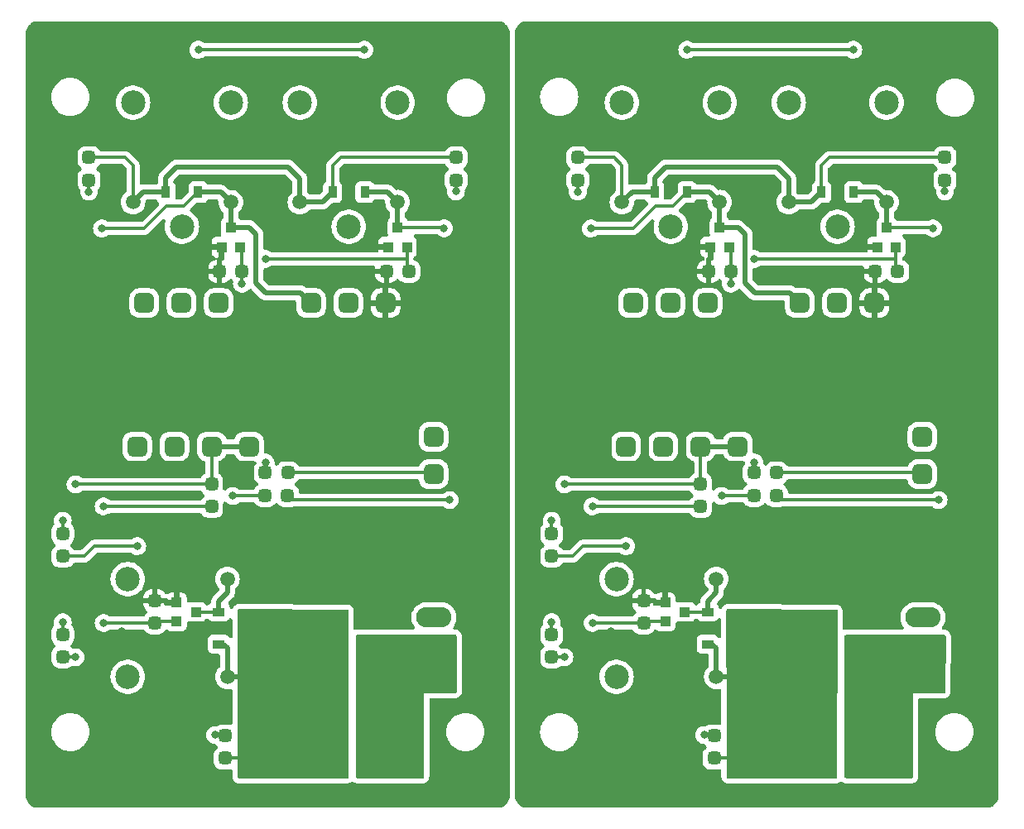
<source format=gbr>
%TF.GenerationSoftware,KiCad,Pcbnew,8.0.7*%
%TF.CreationDate,2025-01-14T20:12:34+09:00*%
%TF.ProjectId,POP_UP_Board_NEW V7.0,504f505f-5550-45f4-926f-6172645f4e45,rev?*%
%TF.SameCoordinates,Original*%
%TF.FileFunction,Copper,L2,Bot*%
%TF.FilePolarity,Positive*%
%FSLAX46Y46*%
G04 Gerber Fmt 4.6, Leading zero omitted, Abs format (unit mm)*
G04 Created by KiCad (PCBNEW 8.0.7) date 2025-01-14 20:12:34*
%MOMM*%
%LPD*%
G01*
G04 APERTURE LIST*
G04 Aperture macros list*
%AMRoundRect*
0 Rectangle with rounded corners*
0 $1 Rounding radius*
0 $2 $3 $4 $5 $6 $7 $8 $9 X,Y pos of 4 corners*
0 Add a 4 corners polygon primitive as box body*
4,1,4,$2,$3,$4,$5,$6,$7,$8,$9,$2,$3,0*
0 Add four circle primitives for the rounded corners*
1,1,$1+$1,$2,$3*
1,1,$1+$1,$4,$5*
1,1,$1+$1,$6,$7*
1,1,$1+$1,$8,$9*
0 Add four rect primitives between the rounded corners*
20,1,$1+$1,$2,$3,$4,$5,0*
20,1,$1+$1,$4,$5,$6,$7,0*
20,1,$1+$1,$6,$7,$8,$9,0*
20,1,$1+$1,$8,$9,$2,$3,0*%
G04 Aperture macros list end*
%TA.AperFunction,SMDPad,CuDef*%
%ADD10RoundRect,0.325000X-0.325000X-0.325000X0.325000X-0.325000X0.325000X0.325000X-0.325000X0.325000X0*%
%TD*%
%TA.AperFunction,SMDPad,CuDef*%
%ADD11RoundRect,0.325000X0.325000X-0.325000X0.325000X0.325000X-0.325000X0.325000X-0.325000X-0.325000X0*%
%TD*%
%TA.AperFunction,SMDPad,CuDef*%
%ADD12R,0.900000X1.200000*%
%TD*%
%TA.AperFunction,SMDPad,CuDef*%
%ADD13RoundRect,0.325000X-0.325000X0.325000X-0.325000X-0.325000X0.325000X-0.325000X0.325000X0.325000X0*%
%TD*%
%TA.AperFunction,SMDPad,CuDef*%
%ADD14R,1.000000X1.100000*%
%TD*%
%TA.AperFunction,SMDPad,CuDef*%
%ADD15R,1.100000X1.000000*%
%TD*%
%TA.AperFunction,ComponentPad*%
%ADD16RoundRect,0.500000X-0.500000X1.250000X-0.500000X-1.250000X0.500000X-1.250000X0.500000X1.250000X0*%
%TD*%
%TA.AperFunction,ComponentPad*%
%ADD17RoundRect,0.500000X0.500000X0.500000X-0.500000X0.500000X-0.500000X-0.500000X0.500000X-0.500000X0*%
%TD*%
%TA.AperFunction,ComponentPad*%
%ADD18RoundRect,0.249600X-1.550400X0.790400X-1.550400X-0.790400X1.550400X-0.790400X1.550400X0.790400X0*%
%TD*%
%TA.AperFunction,ComponentPad*%
%ADD19O,3.600000X2.080000*%
%TD*%
%TA.AperFunction,ComponentPad*%
%ADD20C,2.500000*%
%TD*%
%TA.AperFunction,ComponentPad*%
%ADD21C,1.500000*%
%TD*%
%TA.AperFunction,ComponentPad*%
%ADD22RoundRect,0.500000X0.500000X-0.500000X0.500000X0.500000X-0.500000X0.500000X-0.500000X-0.500000X0*%
%TD*%
%TA.AperFunction,SMDPad,CuDef*%
%ADD23R,1.200000X0.900000*%
%TD*%
%TA.AperFunction,ViaPad*%
%ADD24C,0.800000*%
%TD*%
%TA.AperFunction,Conductor*%
%ADD25C,0.300000*%
%TD*%
%TA.AperFunction,Conductor*%
%ADD26C,0.500000*%
%TD*%
G04 APERTURE END LIST*
D10*
%TO.P,R3,1*%
%TO.N,Net-(Q2-B)*%
X149341250Y-99331250D03*
%TO.P,R3,2*%
%TO.N,/POPUP DOWN*%
X151641250Y-99331250D03*
%TD*%
D11*
%TO.P,R8,1*%
%TO.N,Net-(J4-Pin_1)*%
X128626250Y-118201250D03*
%TO.P,R8,2*%
%TO.N,Net-(D17-A)*%
X128626250Y-115901250D03*
%TD*%
%TO.P,R1,1*%
%TO.N,Net-(D12-K)*%
X128626250Y-107881250D03*
%TO.P,R1,2*%
%TO.N,Net-(D1-A)*%
X128626250Y-105581250D03*
%TD*%
D12*
%TO.P,D12,1,A*%
%TO.N,Net-(D12-A)*%
X142466250Y-70611250D03*
%TO.P,D12,2,K*%
%TO.N,Net-(D12-K)*%
X139166250Y-70611250D03*
%TD*%
D11*
%TO.P,R14,1*%
%TO.N,Net-(Q5-B)*%
X143863750Y-102801250D03*
%TO.P,R14,2*%
%TO.N,Net-(J4-Pin_1)*%
X143863750Y-100501250D03*
%TD*%
D10*
%TO.P,R7,1*%
%TO.N,GNDPWR*%
X144666250Y-78751250D03*
%TO.P,R7,2*%
%TO.N,Net-(Q1-B)*%
X146966250Y-78751250D03*
%TD*%
D13*
%TO.P,R12,1*%
%TO.N,Net-(D12-K)*%
X168846250Y-67081250D03*
%TO.P,R12,2*%
%TO.N,Net-(D22-A)*%
X168846250Y-69381250D03*
%TD*%
D11*
%TO.P,R4,1*%
%TO.N,+12P*%
X145231250Y-128551250D03*
%TO.P,R4,2*%
%TO.N,Net-(D2-A)*%
X145231250Y-126251250D03*
%TD*%
D14*
%TO.P,Q2,1,B*%
%TO.N,Net-(Q2-B)*%
X163826250Y-76231250D03*
%TO.P,Q2,2,E*%
%TO.N,GNDPWR*%
X161926250Y-76231250D03*
%TO.P,Q2,3,C*%
%TO.N,Net-(D13-A)*%
X162876250Y-74231250D03*
%TD*%
D13*
%TO.P,R9,1*%
%TO.N,Net-(D12-K)*%
X131306250Y-67081250D03*
%TO.P,R9,2*%
%TO.N,Net-(D20-A)*%
X131306250Y-69381250D03*
%TD*%
D10*
%TO.P,R2,1*%
%TO.N,Net-(Q1-B)*%
X149321250Y-101691250D03*
%TO.P,R2,2*%
%TO.N,/POPUP UP*%
X151621250Y-101691250D03*
%TD*%
D14*
%TO.P,Q1,1,B*%
%TO.N,Net-(Q1-B)*%
X146766250Y-76231250D03*
%TO.P,Q1,2,E*%
%TO.N,GNDPWR*%
X144866250Y-76231250D03*
%TO.P,Q1,3,C*%
%TO.N,Net-(D12-A)*%
X145816250Y-74231250D03*
%TD*%
D11*
%TO.P,R13,1*%
%TO.N,Net-(Q5-B)*%
X138036250Y-114721250D03*
%TO.P,R13,2*%
%TO.N,GNDPWR*%
X138036250Y-112421250D03*
%TD*%
D15*
%TO.P,Q5,1,B*%
%TO.N,Net-(Q5-B)*%
X140246250Y-114521250D03*
%TO.P,Q5,2,E*%
%TO.N,GNDPWR*%
X140246250Y-112621250D03*
%TO.P,Q5,3,C*%
%TO.N,Net-(D16-A)*%
X142246250Y-113571250D03*
%TD*%
D16*
%TO.P,F2,1*%
%TO.N,Net-(J1-Pin_3)*%
X164051250Y-127396250D03*
X160351250Y-127396250D03*
%TO.P,F2,2*%
%TO.N,+12P*%
X156051250Y-127396250D03*
X152351250Y-127396250D03*
%TD*%
D17*
%TO.P,J4,1,Pin_1*%
%TO.N,Net-(J4-Pin_1)*%
X147673750Y-96638750D03*
%TO.P,J4,2,Pin_2*%
X143863750Y-96638750D03*
%TO.P,J4,3,Pin_3*%
%TO.N,Net-(J4-Pin_3)*%
X140053750Y-96638750D03*
%TO.P,J4,4,Pin_4*%
%TO.N,Net-(D12-K)*%
X136243750Y-96638750D03*
%TD*%
D18*
%TO.P,J1,1,Pin_1*%
%TO.N,GNDPWR*%
X166591250Y-109061250D03*
D19*
%TO.P,J1,2,Pin_2*%
%TO.N,unconnected-(J1-Pin_2-Pad2)*%
X166591250Y-114141250D03*
%TO.P,J1,3,Pin_3*%
%TO.N,Net-(J1-Pin_3)*%
X166591250Y-119221250D03*
%TD*%
D20*
%TO.P,K6,1*%
%TO.N,unconnected-(K6-Pad1)*%
X135816250Y-61446250D03*
D21*
%TO.P,K6,2*%
%TO.N,Net-(D12-A)*%
X145816250Y-71646250D03*
%TO.P,K6,6*%
%TO.N,Net-(D12-K)*%
X135816250Y-71646250D03*
D20*
%TO.P,K6,7*%
%TO.N,Net-(J7-Pin_1)*%
X140816250Y-74146250D03*
%TO.P,K6,14*%
%TO.N,Net-(J7-Pin_3)*%
X145816250Y-61446250D03*
%TD*%
D22*
%TO.P,J3,1,Pin_1*%
%TO.N,/POPUP DOWN*%
X166551250Y-99471250D03*
%TO.P,J3,2,Pin_2*%
%TO.N,/POPUP UP*%
X166551250Y-95661250D03*
%TD*%
D10*
%TO.P,R10,1*%
%TO.N,GNDPWR*%
X161726250Y-78751250D03*
%TO.P,R10,2*%
%TO.N,Net-(Q2-B)*%
X164026250Y-78751250D03*
%TD*%
D20*
%TO.P,K5,1*%
%TO.N,unconnected-(K5-Pad1)*%
X152876250Y-61446250D03*
D21*
%TO.P,K5,2*%
%TO.N,Net-(D13-A)*%
X162876250Y-71646250D03*
%TO.P,K5,6*%
%TO.N,Net-(D12-K)*%
X152876250Y-71646250D03*
D20*
%TO.P,K5,7*%
%TO.N,Net-(J7-Pin_1)*%
X157876250Y-74146250D03*
%TO.P,K5,14*%
%TO.N,Net-(J7-Pin_2)*%
X162876250Y-61446250D03*
%TD*%
%TO.P,K7,1*%
%TO.N,Net-(J4-Pin_3)*%
X135271250Y-120211250D03*
D21*
%TO.P,K7,2*%
%TO.N,Net-(D16-A)*%
X145471250Y-110211250D03*
%TO.P,K7,6*%
%TO.N,+12P*%
X145471250Y-120211250D03*
D20*
%TO.P,K7,7*%
X147971250Y-115211250D03*
%TO.P,K7,14*%
%TO.N,unconnected-(K7-Pad14)*%
X135271250Y-110211250D03*
%TD*%
D23*
%TO.P,D16,1,A*%
%TO.N,Net-(D16-A)*%
X144576250Y-113571250D03*
%TO.P,D16,2,K*%
%TO.N,+12P*%
X144576250Y-116871250D03*
%TD*%
D12*
%TO.P,D13,1,A*%
%TO.N,Net-(D13-A)*%
X159526250Y-70611250D03*
%TO.P,D13,2,K*%
%TO.N,Net-(D12-K)*%
X156226250Y-70611250D03*
%TD*%
D17*
%TO.P,J2,1,Pin_1*%
%TO.N,GNDPWR*%
X161638750Y-81968750D03*
%TO.P,J2,2,Pin_2*%
%TO.N,Net-(D13-A)*%
X157828750Y-81968750D03*
%TO.P,J2,3,Pin_3*%
%TO.N,Net-(D12-A)*%
X154018750Y-81968750D03*
%TD*%
%TO.P,J7,1,Pin_1*%
%TO.N,Net-(J7-Pin_1)*%
X144578750Y-81968750D03*
%TO.P,J7,2,Pin_2*%
%TO.N,Net-(J7-Pin_2)*%
X140768750Y-81968750D03*
%TO.P,J7,3,Pin_3*%
%TO.N,Net-(J7-Pin_3)*%
X136958750Y-81968750D03*
%TD*%
%TO.P,J4,1,Pin_1*%
%TO.N,Net-(J4-Pin_1)*%
X97673750Y-96638750D03*
%TO.P,J4,2,Pin_2*%
X93863750Y-96638750D03*
%TO.P,J4,3,Pin_3*%
%TO.N,Net-(J4-Pin_3)*%
X90053750Y-96638750D03*
%TO.P,J4,4,Pin_4*%
%TO.N,Net-(D12-K)*%
X86243750Y-96638750D03*
%TD*%
D22*
%TO.P,J3,1,Pin_1*%
%TO.N,/POPUP DOWN*%
X116551250Y-99471250D03*
%TO.P,J3,2,Pin_2*%
%TO.N,/POPUP UP*%
X116551250Y-95661250D03*
%TD*%
D20*
%TO.P,K6,1*%
%TO.N,unconnected-(K6-Pad1)*%
X85816250Y-61446250D03*
D21*
%TO.P,K6,2*%
%TO.N,Net-(D12-A)*%
X95816250Y-71646250D03*
%TO.P,K6,6*%
%TO.N,Net-(D12-K)*%
X85816250Y-71646250D03*
D20*
%TO.P,K6,7*%
%TO.N,Net-(J7-Pin_1)*%
X90816250Y-74146250D03*
%TO.P,K6,14*%
%TO.N,Net-(J7-Pin_3)*%
X95816250Y-61446250D03*
%TD*%
D18*
%TO.P,J1,1,Pin_1*%
%TO.N,GNDPWR*%
X116591250Y-109061250D03*
D19*
%TO.P,J1,2,Pin_2*%
%TO.N,unconnected-(J1-Pin_2-Pad2)*%
X116591250Y-114141250D03*
%TO.P,J1,3,Pin_3*%
%TO.N,Net-(J1-Pin_3)*%
X116591250Y-119221250D03*
%TD*%
D17*
%TO.P,J7,1,Pin_1*%
%TO.N,Net-(J7-Pin_1)*%
X94578750Y-81968750D03*
%TO.P,J7,2,Pin_2*%
%TO.N,Net-(J7-Pin_2)*%
X90768750Y-81968750D03*
%TO.P,J7,3,Pin_3*%
%TO.N,Net-(J7-Pin_3)*%
X86958750Y-81968750D03*
%TD*%
D16*
%TO.P,F2,1*%
%TO.N,Net-(J1-Pin_3)*%
X114051250Y-127396250D03*
X110351250Y-127396250D03*
%TO.P,F2,2*%
%TO.N,+12P*%
X106051250Y-127396250D03*
X102351250Y-127396250D03*
%TD*%
D20*
%TO.P,K7,1*%
%TO.N,Net-(J4-Pin_3)*%
X85271250Y-120211250D03*
D21*
%TO.P,K7,2*%
%TO.N,Net-(D16-A)*%
X95471250Y-110211250D03*
%TO.P,K7,6*%
%TO.N,+12P*%
X95471250Y-120211250D03*
D20*
%TO.P,K7,7*%
X97971250Y-115211250D03*
%TO.P,K7,14*%
%TO.N,unconnected-(K7-Pad14)*%
X85271250Y-110211250D03*
%TD*%
%TO.P,K5,1*%
%TO.N,unconnected-(K5-Pad1)*%
X102876250Y-61446250D03*
D21*
%TO.P,K5,2*%
%TO.N,Net-(D13-A)*%
X112876250Y-71646250D03*
%TO.P,K5,6*%
%TO.N,Net-(D12-K)*%
X102876250Y-71646250D03*
D20*
%TO.P,K5,7*%
%TO.N,Net-(J7-Pin_1)*%
X107876250Y-74146250D03*
%TO.P,K5,14*%
%TO.N,Net-(J7-Pin_2)*%
X112876250Y-61446250D03*
%TD*%
D17*
%TO.P,J2,1,Pin_1*%
%TO.N,GNDPWR*%
X111638750Y-81968750D03*
%TO.P,J2,2,Pin_2*%
%TO.N,Net-(D13-A)*%
X107828750Y-81968750D03*
%TO.P,J2,3,Pin_3*%
%TO.N,Net-(D12-A)*%
X104018750Y-81968750D03*
%TD*%
D12*
%TO.P,D13,1,A*%
%TO.N,Net-(D13-A)*%
X109526250Y-70611250D03*
%TO.P,D13,2,K*%
%TO.N,Net-(D12-K)*%
X106226250Y-70611250D03*
%TD*%
D10*
%TO.P,R10,1*%
%TO.N,GNDPWR*%
X111726250Y-78751250D03*
%TO.P,R10,2*%
%TO.N,Net-(Q2-B)*%
X114026250Y-78751250D03*
%TD*%
D23*
%TO.P,D16,1,A*%
%TO.N,Net-(D16-A)*%
X94576250Y-113571250D03*
%TO.P,D16,2,K*%
%TO.N,+12P*%
X94576250Y-116871250D03*
%TD*%
D10*
%TO.P,R2,1*%
%TO.N,Net-(Q1-B)*%
X99321250Y-101691250D03*
%TO.P,R2,2*%
%TO.N,/POPUP UP*%
X101621250Y-101691250D03*
%TD*%
D11*
%TO.P,R13,1*%
%TO.N,Net-(Q5-B)*%
X88036250Y-114721250D03*
%TO.P,R13,2*%
%TO.N,GNDPWR*%
X88036250Y-112421250D03*
%TD*%
%TO.P,R8,1*%
%TO.N,Net-(J4-Pin_1)*%
X78626250Y-118201250D03*
%TO.P,R8,2*%
%TO.N,Net-(D17-A)*%
X78626250Y-115901250D03*
%TD*%
D14*
%TO.P,Q2,1,B*%
%TO.N,Net-(Q2-B)*%
X113826250Y-76231250D03*
%TO.P,Q2,2,E*%
%TO.N,GNDPWR*%
X111926250Y-76231250D03*
%TO.P,Q2,3,C*%
%TO.N,Net-(D13-A)*%
X112876250Y-74231250D03*
%TD*%
D13*
%TO.P,R9,1*%
%TO.N,Net-(D12-K)*%
X81306250Y-67081250D03*
%TO.P,R9,2*%
%TO.N,Net-(D20-A)*%
X81306250Y-69381250D03*
%TD*%
D12*
%TO.P,D12,1,A*%
%TO.N,Net-(D12-A)*%
X92466250Y-70611250D03*
%TO.P,D12,2,K*%
%TO.N,Net-(D12-K)*%
X89166250Y-70611250D03*
%TD*%
D11*
%TO.P,R4,1*%
%TO.N,+12P*%
X95231250Y-128551250D03*
%TO.P,R4,2*%
%TO.N,Net-(D2-A)*%
X95231250Y-126251250D03*
%TD*%
D13*
%TO.P,R12,1*%
%TO.N,Net-(D12-K)*%
X118846250Y-67081250D03*
%TO.P,R12,2*%
%TO.N,Net-(D22-A)*%
X118846250Y-69381250D03*
%TD*%
D11*
%TO.P,R14,1*%
%TO.N,Net-(Q5-B)*%
X93863750Y-102801250D03*
%TO.P,R14,2*%
%TO.N,Net-(J4-Pin_1)*%
X93863750Y-100501250D03*
%TD*%
D15*
%TO.P,Q5,1,B*%
%TO.N,Net-(Q5-B)*%
X90246250Y-114521250D03*
%TO.P,Q5,2,E*%
%TO.N,GNDPWR*%
X90246250Y-112621250D03*
%TO.P,Q5,3,C*%
%TO.N,Net-(D16-A)*%
X92246250Y-113571250D03*
%TD*%
D14*
%TO.P,Q1,1,B*%
%TO.N,Net-(Q1-B)*%
X96766250Y-76231250D03*
%TO.P,Q1,2,E*%
%TO.N,GNDPWR*%
X94866250Y-76231250D03*
%TO.P,Q1,3,C*%
%TO.N,Net-(D12-A)*%
X95816250Y-74231250D03*
%TD*%
D11*
%TO.P,R1,1*%
%TO.N,Net-(D12-K)*%
X78626250Y-107881250D03*
%TO.P,R1,2*%
%TO.N,Net-(D1-A)*%
X78626250Y-105581250D03*
%TD*%
D10*
%TO.P,R7,1*%
%TO.N,GNDPWR*%
X94666250Y-78751250D03*
%TO.P,R7,2*%
%TO.N,Net-(Q1-B)*%
X96966250Y-78751250D03*
%TD*%
%TO.P,R3,1*%
%TO.N,Net-(Q2-B)*%
X99341250Y-99331250D03*
%TO.P,R3,2*%
%TO.N,/POPUP DOWN*%
X101641250Y-99331250D03*
%TD*%
D24*
%TO.N,GNDPWR*%
X147651250Y-88931250D03*
%TO.N,Net-(D17-A)*%
X128626250Y-114621250D03*
%TO.N,Net-(D13-A)*%
X167626250Y-74331250D03*
%TO.N,Net-(D12-A)*%
X132636250Y-74341250D03*
%TO.N,GNDPWR*%
X128541250Y-111471250D03*
X142421250Y-118511250D03*
X134681250Y-115531250D03*
X131681250Y-119201250D03*
%TO.N,Net-(D20-A)*%
X131306250Y-70571250D03*
%TO.N,Net-(J7-Pin_1)*%
X159481250Y-56051250D03*
%TO.N,Net-(J4-Pin_1)*%
X129931250Y-100521250D03*
%TO.N,Net-(J7-Pin_1)*%
X142491250Y-56051250D03*
%TO.N,Net-(Q5-B)*%
X132806250Y-114711250D03*
X132796250Y-102781250D03*
%TO.N,Net-(D2-A)*%
X144221250Y-126161250D03*
%TO.N,Net-(Q1-B)*%
X146011250Y-101711250D03*
%TO.N,Net-(D22-A)*%
X168846250Y-70551250D03*
%TO.N,/POPUP UP*%
X168201250Y-102121250D03*
%TO.N,Net-(J4-Pin_1)*%
X129931250Y-118211250D03*
%TO.N,Net-(Q2-B)*%
X149361250Y-98291250D03*
%TO.N,Net-(D1-A)*%
X128626250Y-104251250D03*
%TO.N,Net-(Q2-B)*%
X149356250Y-77461250D03*
%TO.N,Net-(Q1-B)*%
X146951250Y-80001250D03*
%TO.N,Net-(D12-K)*%
X136241250Y-106851250D03*
%TO.N,GNDPWR*%
X147221250Y-99521250D03*
X97221250Y-99521250D03*
X97651250Y-88931250D03*
X84681250Y-115531250D03*
X92421250Y-118511250D03*
X78541250Y-111471250D03*
X81681250Y-119201250D03*
%TO.N,Net-(D12-A)*%
X82636250Y-74341250D03*
%TO.N,Net-(D13-A)*%
X117626250Y-74331250D03*
%TO.N,Net-(D17-A)*%
X78626250Y-114621250D03*
%TO.N,Net-(D20-A)*%
X81306250Y-70571250D03*
%TO.N,Net-(D22-A)*%
X118846250Y-70551250D03*
%TO.N,Net-(D1-A)*%
X78626250Y-104251250D03*
%TO.N,Net-(D12-K)*%
X86241250Y-106851250D03*
%TO.N,/POPUP UP*%
X118201250Y-102121250D03*
%TO.N,Net-(Q1-B)*%
X96011250Y-101711250D03*
X96951250Y-80001250D03*
%TO.N,Net-(Q2-B)*%
X99356250Y-77461250D03*
X99361250Y-98291250D03*
%TO.N,Net-(J4-Pin_1)*%
X79931250Y-118211250D03*
X79931250Y-100521250D03*
%TO.N,Net-(Q5-B)*%
X82796250Y-102781250D03*
X82806250Y-114711250D03*
%TO.N,Net-(D2-A)*%
X94221250Y-126161250D03*
%TO.N,Net-(J7-Pin_1)*%
X109481250Y-56051250D03*
X92491250Y-56051250D03*
%TD*%
D25*
%TO.N,Net-(D2-A)*%
X144221250Y-126161250D02*
X145141250Y-126161250D01*
X145141250Y-126161250D02*
X145231250Y-126251250D01*
%TO.N,Net-(Q1-B)*%
X146011250Y-101711250D02*
X149301250Y-101711250D01*
X149301250Y-101711250D02*
X149321250Y-101691250D01*
%TO.N,Net-(Q2-B)*%
X149356250Y-77461250D02*
X163826250Y-77461250D01*
D26*
%TO.N,Net-(D16-A)*%
X145471250Y-111601250D02*
X144576250Y-112496250D01*
D25*
%TO.N,Net-(Q2-B)*%
X149361250Y-98291250D02*
X149361250Y-99311250D01*
X149361250Y-99311250D02*
X149341250Y-99331250D01*
%TO.N,Net-(Q1-B)*%
X146951250Y-80001250D02*
X146951250Y-78766250D01*
X146951250Y-78766250D02*
X146966250Y-78751250D01*
X146966250Y-76431250D02*
X146766250Y-76231250D01*
%TO.N,Net-(Q2-B)*%
X163826250Y-77461250D02*
X163826250Y-76231250D01*
X163826250Y-76231250D02*
X163826250Y-78551250D01*
%TO.N,Net-(Q1-B)*%
X146966250Y-78751250D02*
X146966250Y-76431250D01*
%TO.N,Net-(Q2-B)*%
X163826250Y-78551250D02*
X164026250Y-78751250D01*
%TO.N,Net-(J7-Pin_1)*%
X142491250Y-56051250D02*
X159481250Y-56051250D01*
%TO.N,Net-(D12-K)*%
X157056250Y-67081250D02*
X156226250Y-67911250D01*
D26*
X151711250Y-68041250D02*
X140261250Y-68041250D01*
D25*
X135026250Y-67081250D02*
X135816250Y-67871250D01*
X130811250Y-107881250D02*
X131841250Y-106851250D01*
D26*
X140261250Y-68041250D02*
X139166250Y-69136250D01*
D25*
%TO.N,/POPUP DOWN*%
X166411250Y-99331250D02*
X166551250Y-99471250D01*
X151641250Y-99331250D02*
X166411250Y-99331250D01*
%TO.N,/POPUP UP*%
X152051250Y-102121250D02*
X151621250Y-101691250D01*
D26*
%TO.N,Net-(D12-K)*%
X139166250Y-70611250D02*
X136851250Y-70611250D01*
D25*
%TO.N,/POPUP UP*%
X168201250Y-102121250D02*
X152051250Y-102121250D01*
D26*
%TO.N,Net-(D12-K)*%
X152876250Y-69206250D02*
X151711250Y-68041250D01*
D25*
X135816250Y-67871250D02*
X135816250Y-71646250D01*
X131306250Y-67081250D02*
X135026250Y-67081250D01*
X131841250Y-106851250D02*
X136241250Y-106851250D01*
X168846250Y-67081250D02*
X157056250Y-67081250D01*
D26*
X136851250Y-70611250D02*
X135816250Y-71646250D01*
D25*
X156226250Y-67911250D02*
X156226250Y-70611250D01*
D26*
%TO.N,Net-(D12-A)*%
X148401250Y-74931250D02*
X147701250Y-74231250D01*
D25*
X139241250Y-72051250D02*
X141026250Y-72051250D01*
D26*
X149401250Y-80931250D02*
X148401250Y-79931250D01*
%TO.N,Net-(D13-A)*%
X162876250Y-74231250D02*
X162876250Y-71646250D01*
D25*
X167526250Y-74231250D02*
X162876250Y-74231250D01*
D26*
X161841250Y-70611250D02*
X162876250Y-71646250D01*
X159526250Y-70611250D02*
X161841250Y-70611250D01*
%TO.N,Net-(D12-A)*%
X145816250Y-74231250D02*
X145816250Y-71646250D01*
X142466250Y-70611250D02*
X144781250Y-70611250D01*
D25*
%TO.N,Net-(D17-A)*%
X128626250Y-114621250D02*
X128626250Y-115901250D01*
%TO.N,Net-(D13-A)*%
X167626250Y-74331250D02*
X167526250Y-74231250D01*
%TO.N,+12P*%
X145231250Y-128551250D02*
X147141250Y-128551250D01*
D26*
X145061250Y-116871250D02*
X145471250Y-117281250D01*
X144576250Y-116871250D02*
X145061250Y-116871250D01*
X145471250Y-117281250D02*
X145471250Y-120211250D01*
D25*
%TO.N,Net-(D12-A)*%
X132636250Y-74341250D02*
X136951250Y-74341250D01*
D26*
X148401250Y-79931250D02*
X148401250Y-74931250D01*
D25*
X141026250Y-72051250D02*
X142466250Y-70611250D01*
D26*
X144781250Y-70611250D02*
X145816250Y-71646250D01*
D25*
X136951250Y-74341250D02*
X139241250Y-72051250D01*
D26*
%TO.N,+12P*%
X145471250Y-120211250D02*
X148101250Y-120211250D01*
%TO.N,Net-(D12-A)*%
X154018750Y-81968750D02*
X152981250Y-80931250D01*
X147701250Y-74231250D02*
X145816250Y-74231250D01*
X152981250Y-80931250D02*
X149401250Y-80931250D01*
D25*
%TO.N,Net-(Q5-B)*%
X138026250Y-114711250D02*
X138036250Y-114721250D01*
%TO.N,Net-(J4-Pin_1)*%
X128626250Y-118201250D02*
X129921250Y-118201250D01*
D26*
%TO.N,Net-(D16-A)*%
X145471250Y-110211250D02*
X145471250Y-111601250D01*
D25*
%TO.N,Net-(Q5-B)*%
X140246250Y-114521250D02*
X138236250Y-114521250D01*
X143863750Y-102801250D02*
X132816250Y-102801250D01*
X138236250Y-114521250D02*
X138036250Y-114721250D01*
X132816250Y-102801250D02*
X132796250Y-102781250D01*
X132806250Y-114711250D02*
X138026250Y-114711250D01*
%TO.N,Net-(J4-Pin_1)*%
X129931250Y-100521250D02*
X143843750Y-100521250D01*
X129921250Y-118201250D02*
X129931250Y-118211250D01*
X143863750Y-100501250D02*
X143863750Y-96638750D01*
D26*
%TO.N,Net-(D16-A)*%
X144576250Y-112496250D02*
X144576250Y-113571250D01*
%TO.N,Net-(J4-Pin_1)*%
X147673750Y-96638750D02*
X143863750Y-96638750D01*
D25*
X143843750Y-100521250D02*
X143863750Y-100501250D01*
%TO.N,Net-(D16-A)*%
X144576250Y-113571250D02*
X142246250Y-113571250D01*
D26*
%TO.N,Net-(D12-K)*%
X136241250Y-106851250D02*
X136341250Y-106751250D01*
X139166250Y-69136250D02*
X139166250Y-70611250D01*
X156226250Y-70611250D02*
X155191250Y-71646250D01*
D25*
%TO.N,unconnected-(K7-Pad14)*%
X134851250Y-109621250D02*
X134651250Y-109421250D01*
%TO.N,Net-(D20-A)*%
X131306250Y-69381250D02*
X131306250Y-70571250D01*
D26*
%TO.N,Net-(D12-K)*%
X155191250Y-71646250D02*
X152876250Y-71646250D01*
X152876250Y-71646250D02*
X152876250Y-69206250D01*
D25*
X136441250Y-106851250D02*
X136341250Y-106751250D01*
%TO.N,Net-(D22-A)*%
X168846250Y-70551250D02*
X168846250Y-69381250D01*
%TO.N,Net-(D1-A)*%
X128626250Y-104251250D02*
X128626250Y-105581250D01*
%TO.N,Net-(D12-K)*%
X128626250Y-107881250D02*
X130811250Y-107881250D01*
%TO.N,+12P*%
X95231250Y-128551250D02*
X97141250Y-128551250D01*
D26*
X95061250Y-116871250D02*
X95471250Y-117281250D01*
X95471250Y-120211250D02*
X98101250Y-120211250D01*
X95471250Y-117281250D02*
X95471250Y-120211250D01*
X94576250Y-116871250D02*
X95061250Y-116871250D01*
%TO.N,Net-(D12-A)*%
X102981250Y-80931250D02*
X99401250Y-80931250D01*
X97701250Y-74231250D02*
X95816250Y-74231250D01*
X94781250Y-70611250D02*
X95816250Y-71646250D01*
D25*
X91026250Y-72051250D02*
X92466250Y-70611250D01*
D26*
X98401250Y-79931250D02*
X98401250Y-74931250D01*
X104018750Y-81968750D02*
X102981250Y-80931250D01*
D25*
X86951250Y-74341250D02*
X89241250Y-72051250D01*
X82636250Y-74341250D02*
X86951250Y-74341250D01*
D26*
X95816250Y-74231250D02*
X95816250Y-71646250D01*
X99401250Y-80931250D02*
X98401250Y-79931250D01*
X92466250Y-70611250D02*
X94781250Y-70611250D01*
D25*
X89241250Y-72051250D02*
X91026250Y-72051250D01*
D26*
X98401250Y-74931250D02*
X97701250Y-74231250D01*
%TO.N,Net-(D13-A)*%
X109526250Y-70611250D02*
X111841250Y-70611250D01*
X112876250Y-74231250D02*
X112876250Y-71646250D01*
X111841250Y-70611250D02*
X112876250Y-71646250D01*
D25*
X117526250Y-74231250D02*
X112876250Y-74231250D01*
X117626250Y-74331250D02*
X117526250Y-74231250D01*
%TO.N,Net-(D17-A)*%
X78626250Y-114621250D02*
X78626250Y-115901250D01*
%TO.N,Net-(D20-A)*%
X81306250Y-69381250D02*
X81306250Y-70571250D01*
%TO.N,Net-(D22-A)*%
X118846250Y-70551250D02*
X118846250Y-69381250D01*
%TO.N,unconnected-(K7-Pad14)*%
X84851250Y-109621250D02*
X84651250Y-109421250D01*
%TO.N,Net-(D1-A)*%
X78626250Y-104251250D02*
X78626250Y-105581250D01*
D26*
%TO.N,Net-(D12-K)*%
X86241250Y-106851250D02*
X86341250Y-106751250D01*
X102876250Y-71646250D02*
X102876250Y-69206250D01*
D25*
X78626250Y-107881250D02*
X80811250Y-107881250D01*
X86441250Y-106851250D02*
X86341250Y-106751250D01*
D26*
X105191250Y-71646250D02*
X102876250Y-71646250D01*
X106226250Y-70611250D02*
X105191250Y-71646250D01*
X89166250Y-69136250D02*
X89166250Y-70611250D01*
X90261250Y-68041250D02*
X89166250Y-69136250D01*
D25*
X107056250Y-67081250D02*
X106226250Y-67911250D01*
X80811250Y-107881250D02*
X81841250Y-106851250D01*
D26*
X89166250Y-70611250D02*
X86851250Y-70611250D01*
D25*
X81841250Y-106851250D02*
X86241250Y-106851250D01*
X85026250Y-67081250D02*
X85816250Y-67871250D01*
D26*
X101711250Y-68041250D02*
X90261250Y-68041250D01*
X102876250Y-69206250D02*
X101711250Y-68041250D01*
D25*
X118846250Y-67081250D02*
X107056250Y-67081250D01*
X81306250Y-67081250D02*
X85026250Y-67081250D01*
X106226250Y-67911250D02*
X106226250Y-70611250D01*
D26*
X86851250Y-70611250D02*
X85816250Y-71646250D01*
D25*
X85816250Y-67871250D02*
X85816250Y-71646250D01*
%TO.N,/POPUP UP*%
X118201250Y-102121250D02*
X102051250Y-102121250D01*
X102051250Y-102121250D02*
X101621250Y-101691250D01*
%TO.N,/POPUP DOWN*%
X116411250Y-99331250D02*
X116551250Y-99471250D01*
X101641250Y-99331250D02*
X116411250Y-99331250D01*
%TO.N,Net-(Q1-B)*%
X96951250Y-78766250D02*
X96966250Y-78751250D01*
X96966250Y-76431250D02*
X96766250Y-76231250D01*
X96951250Y-80001250D02*
X96951250Y-78766250D01*
X96966250Y-78751250D02*
X96966250Y-76431250D01*
X99301250Y-101711250D02*
X99321250Y-101691250D01*
X96011250Y-101711250D02*
X99301250Y-101711250D01*
%TO.N,Net-(Q2-B)*%
X113826250Y-78551250D02*
X114026250Y-78751250D01*
X113826250Y-76231250D02*
X113826250Y-78551250D01*
X99356250Y-77461250D02*
X113826250Y-77461250D01*
X113826250Y-77461250D02*
X113826250Y-76231250D01*
X99361250Y-98291250D02*
X99361250Y-99311250D01*
X99361250Y-99311250D02*
X99341250Y-99331250D01*
D26*
%TO.N,Net-(D16-A)*%
X95471250Y-111601250D02*
X94576250Y-112496250D01*
D25*
X94576250Y-113571250D02*
X92246250Y-113571250D01*
D26*
X94576250Y-112496250D02*
X94576250Y-113571250D01*
X95471250Y-110211250D02*
X95471250Y-111601250D01*
D25*
%TO.N,Net-(J4-Pin_1)*%
X79931250Y-100521250D02*
X93843750Y-100521250D01*
X93843750Y-100521250D02*
X93863750Y-100501250D01*
X78626250Y-118201250D02*
X79921250Y-118201250D01*
D26*
X97673750Y-96638750D02*
X93863750Y-96638750D01*
D25*
X93863750Y-100501250D02*
X93863750Y-96638750D01*
X79921250Y-118201250D02*
X79931250Y-118211250D01*
%TO.N,Net-(Q5-B)*%
X82806250Y-114711250D02*
X88026250Y-114711250D01*
X82816250Y-102801250D02*
X82796250Y-102781250D01*
X88236250Y-114521250D02*
X88036250Y-114721250D01*
X93863750Y-102801250D02*
X82816250Y-102801250D01*
X90246250Y-114521250D02*
X88236250Y-114521250D01*
X88026250Y-114711250D02*
X88036250Y-114721250D01*
%TO.N,Net-(D2-A)*%
X95141250Y-126161250D02*
X95231250Y-126251250D01*
X94221250Y-126161250D02*
X95141250Y-126161250D01*
%TO.N,Net-(J7-Pin_1)*%
X92491250Y-56051250D02*
X109481250Y-56051250D01*
%TD*%
%TA.AperFunction,Conductor*%
%TO.N,GNDPWR*%
G36*
X96137325Y-97416957D02*
G01*
X96206566Y-97472176D01*
X96234835Y-97520098D01*
X96237507Y-97526550D01*
X96237508Y-97526552D01*
X96237509Y-97526554D01*
X96331155Y-97701754D01*
X96457182Y-97855318D01*
X96610746Y-97981345D01*
X96785946Y-98074991D01*
X96976049Y-98132658D01*
X97124203Y-98147250D01*
X98222059Y-98147249D01*
X98308402Y-98166956D01*
X98377643Y-98222174D01*
X98416070Y-98301967D01*
X98416070Y-98390530D01*
X98377644Y-98470323D01*
X98377163Y-98470923D01*
X98309820Y-98554701D01*
X98309816Y-98554708D01*
X98229263Y-98717128D01*
X98185510Y-98893062D01*
X98185509Y-98893065D01*
X98182750Y-98933766D01*
X98182750Y-99728723D01*
X98185510Y-99769436D01*
X98229264Y-99945374D01*
X98288433Y-100064676D01*
X98309816Y-100107791D01*
X98309817Y-100107793D01*
X98423400Y-100249099D01*
X98505136Y-100314798D01*
X98546574Y-100348108D01*
X98601524Y-100417561D01*
X98620898Y-100503980D01*
X98600857Y-100590246D01*
X98546575Y-100658314D01*
X98403401Y-100773400D01*
X98289816Y-100914707D01*
X98276197Y-100942169D01*
X98220179Y-101010765D01*
X98139945Y-101048262D01*
X98097919Y-101052750D01*
X96715193Y-101052750D01*
X96628850Y-101033043D01*
X96598227Y-101014746D01*
X96468002Y-100920132D01*
X96468001Y-100920131D01*
X96467999Y-100920130D01*
X96293538Y-100842455D01*
X96106739Y-100802750D01*
X96106737Y-100802750D01*
X95915763Y-100802750D01*
X95915761Y-100802750D01*
X95728961Y-100842455D01*
X95554498Y-100920131D01*
X95554497Y-100920132D01*
X95400000Y-101032380D01*
X95399999Y-101032382D01*
X95367078Y-101068944D01*
X95294658Y-101119921D01*
X95207291Y-101134429D01*
X95122281Y-101109592D01*
X95056467Y-101050331D01*
X95022882Y-100968383D01*
X95020650Y-100922324D01*
X95022250Y-100898733D01*
X95022249Y-100103768D01*
X95019490Y-100063064D01*
X94975736Y-99887126D01*
X94895183Y-99724707D01*
X94837106Y-99652455D01*
X94781599Y-99583400D01*
X94640292Y-99469816D01*
X94640287Y-99469813D01*
X94632830Y-99466115D01*
X94564234Y-99410096D01*
X94526738Y-99329862D01*
X94522250Y-99287838D01*
X94522250Y-98292137D01*
X94541957Y-98205794D01*
X94597176Y-98136553D01*
X94663478Y-98101708D01*
X94751554Y-98074991D01*
X94926754Y-97981345D01*
X95080318Y-97855318D01*
X95206345Y-97701754D01*
X95299991Y-97526554D01*
X95299992Y-97526548D01*
X95302665Y-97520098D01*
X95353914Y-97447868D01*
X95431426Y-97405028D01*
X95486518Y-97397250D01*
X96050982Y-97397250D01*
X96137325Y-97416957D01*
G37*
%TD.AperFunction*%
%TA.AperFunction,Conductor*%
G36*
X123109041Y-53122364D02*
G01*
X123281095Y-53135910D01*
X123311926Y-53140793D01*
X123472140Y-53179261D01*
X123501815Y-53188904D01*
X123654035Y-53251958D01*
X123681847Y-53266130D01*
X123822323Y-53352216D01*
X123847581Y-53370568D01*
X123972856Y-53477564D01*
X123994935Y-53499643D01*
X124101931Y-53624918D01*
X124120285Y-53650179D01*
X124206365Y-53790644D01*
X124220542Y-53818467D01*
X124283593Y-53970679D01*
X124293242Y-54000375D01*
X124331704Y-54160562D01*
X124336589Y-54191404D01*
X124346825Y-54321419D01*
X124350135Y-54363457D01*
X124350749Y-54379075D01*
X124350749Y-54438576D01*
X124350750Y-54438585D01*
X124350750Y-132311044D01*
X124350749Y-132311058D01*
X124350749Y-132363423D01*
X124350135Y-132379042D01*
X124336589Y-132551095D01*
X124331704Y-132581936D01*
X124293243Y-132742123D01*
X124283593Y-132771820D01*
X124220542Y-132924032D01*
X124206365Y-132951855D01*
X124120285Y-133092320D01*
X124101931Y-133117581D01*
X123994935Y-133242856D01*
X123972856Y-133264935D01*
X123847581Y-133371931D01*
X123822320Y-133390285D01*
X123681855Y-133476365D01*
X123654032Y-133490542D01*
X123501820Y-133553593D01*
X123472128Y-133563241D01*
X123359293Y-133590333D01*
X123311936Y-133601704D01*
X123281096Y-133606589D01*
X123124723Y-133618901D01*
X123109039Y-133620136D01*
X123093422Y-133620750D01*
X76109078Y-133620750D01*
X76093460Y-133620136D01*
X76076547Y-133618804D01*
X75921403Y-133606589D01*
X75890563Y-133601704D01*
X75730367Y-133563240D01*
X75700679Y-133553593D01*
X75548467Y-133490542D01*
X75520648Y-133476367D01*
X75380178Y-133390284D01*
X75354918Y-133371931D01*
X75229643Y-133264935D01*
X75207564Y-133242856D01*
X75100568Y-133117581D01*
X75082214Y-133092320D01*
X74996130Y-132951847D01*
X74981957Y-132924032D01*
X74918906Y-132771820D01*
X74909261Y-132742140D01*
X74870793Y-132581926D01*
X74865910Y-132551095D01*
X74852364Y-132379040D01*
X74851750Y-132363421D01*
X74851750Y-125871250D01*
X77445768Y-125871250D01*
X77465671Y-126149544D01*
X77524979Y-126422175D01*
X77576809Y-126561136D01*
X77622481Y-126683587D01*
X77756194Y-126928463D01*
X77867661Y-127077366D01*
X77923396Y-127151820D01*
X78120679Y-127349103D01*
X78120682Y-127349105D01*
X78344037Y-127516306D01*
X78588913Y-127650019D01*
X78850327Y-127747521D01*
X79017972Y-127783990D01*
X79122955Y-127806828D01*
X79141530Y-127808156D01*
X79401250Y-127826732D01*
X79679544Y-127806828D01*
X79952173Y-127747521D01*
X80213587Y-127650019D01*
X80458463Y-127516306D01*
X80681818Y-127349105D01*
X80879105Y-127151818D01*
X81046306Y-126928463D01*
X81180019Y-126683587D01*
X81277521Y-126422173D01*
X81336828Y-126149544D01*
X81356732Y-125871250D01*
X81336828Y-125592956D01*
X81277521Y-125320327D01*
X81180019Y-125058913D01*
X81046306Y-124814037D01*
X80879105Y-124590682D01*
X80879103Y-124590679D01*
X80681820Y-124393396D01*
X80607366Y-124337661D01*
X80458463Y-124226194D01*
X80213587Y-124092481D01*
X80107675Y-124052978D01*
X79952174Y-123994979D01*
X79952175Y-123994979D01*
X79679544Y-123935671D01*
X79401250Y-123915768D01*
X79122955Y-123935671D01*
X78850324Y-123994979D01*
X78588910Y-124092482D01*
X78344040Y-124226192D01*
X78120679Y-124393396D01*
X77923396Y-124590679D01*
X77756192Y-124814040D01*
X77622482Y-125058910D01*
X77524979Y-125320324D01*
X77465671Y-125592955D01*
X77445768Y-125871250D01*
X74851750Y-125871250D01*
X74851750Y-120211250D01*
X83507819Y-120211250D01*
X83527515Y-120474079D01*
X83566145Y-120643326D01*
X83586163Y-120731030D01*
X83682454Y-120976374D01*
X83799439Y-121178999D01*
X83814236Y-121204627D01*
X83814241Y-121204634D01*
X83978556Y-121410679D01*
X83978562Y-121410685D01*
X83978564Y-121410688D01*
X84171769Y-121589956D01*
X84389535Y-121738426D01*
X84626996Y-121852782D01*
X84878850Y-121930468D01*
X84878851Y-121930468D01*
X84878854Y-121930469D01*
X84878851Y-121930469D01*
X85139467Y-121969750D01*
X85139469Y-121969750D01*
X85403033Y-121969750D01*
X85663647Y-121930469D01*
X85681137Y-121925073D01*
X85915504Y-121852782D01*
X86152966Y-121738426D01*
X86370731Y-121589956D01*
X86563936Y-121410688D01*
X86728265Y-121204626D01*
X86860046Y-120976374D01*
X86956337Y-120731030D01*
X87014985Y-120474076D01*
X87034681Y-120211250D01*
X87014985Y-119948424D01*
X86956337Y-119691470D01*
X86860046Y-119446126D01*
X86728265Y-119217874D01*
X86640272Y-119107534D01*
X86563943Y-119011820D01*
X86563932Y-119011808D01*
X86370728Y-118832541D01*
X86152973Y-118684078D01*
X86152965Y-118684073D01*
X85915508Y-118569719D01*
X85915504Y-118569718D01*
X85663645Y-118492030D01*
X85663648Y-118492030D01*
X85403033Y-118452750D01*
X85403031Y-118452750D01*
X85139469Y-118452750D01*
X85139467Y-118452750D01*
X84878852Y-118492030D01*
X84626999Y-118569717D01*
X84626996Y-118569718D01*
X84517351Y-118622520D01*
X84389536Y-118684073D01*
X84171770Y-118832543D01*
X83978567Y-119011808D01*
X83978556Y-119011820D01*
X83814241Y-119217865D01*
X83814236Y-119217872D01*
X83682456Y-119446121D01*
X83586162Y-119691472D01*
X83527515Y-119948420D01*
X83507819Y-120211250D01*
X74851750Y-120211250D01*
X74851750Y-115503766D01*
X77467750Y-115503766D01*
X77467750Y-116298723D01*
X77470510Y-116339434D01*
X77470510Y-116339436D01*
X77514264Y-116515374D01*
X77594159Y-116676467D01*
X77594816Y-116677791D01*
X77594817Y-116677793D01*
X77708401Y-116819099D01*
X77804252Y-116896146D01*
X77859202Y-116965601D01*
X77878576Y-117052020D01*
X77858535Y-117138286D01*
X77804252Y-117206354D01*
X77708401Y-117283400D01*
X77594817Y-117424706D01*
X77594816Y-117424708D01*
X77514263Y-117587128D01*
X77470510Y-117763062D01*
X77470509Y-117763065D01*
X77467750Y-117803766D01*
X77467750Y-118598723D01*
X77467751Y-118598732D01*
X77470510Y-118639436D01*
X77514264Y-118815374D01*
X77594159Y-118976467D01*
X77594816Y-118977791D01*
X77594817Y-118977793D01*
X77708400Y-119119099D01*
X77721681Y-119129774D01*
X77849707Y-119232683D01*
X78012126Y-119313236D01*
X78188064Y-119356990D01*
X78228767Y-119359750D01*
X79023732Y-119359749D01*
X79064436Y-119356990D01*
X79240374Y-119313236D01*
X79402793Y-119232683D01*
X79530819Y-119129773D01*
X79610462Y-119091040D01*
X79696868Y-119090227D01*
X79747598Y-119101010D01*
X79835760Y-119119749D01*
X79835761Y-119119750D01*
X79835763Y-119119750D01*
X80026739Y-119119750D01*
X80026739Y-119119749D01*
X80213538Y-119080044D01*
X80388002Y-119002368D01*
X80542503Y-118890116D01*
X80670290Y-118748194D01*
X80765777Y-118582806D01*
X80824792Y-118401178D01*
X80844754Y-118211250D01*
X80824792Y-118021322D01*
X80765777Y-117839694D01*
X80670290Y-117674306D01*
X80542503Y-117532384D01*
X80542501Y-117532383D01*
X80542499Y-117532380D01*
X80388002Y-117420132D01*
X80388001Y-117420131D01*
X80213538Y-117342455D01*
X80026739Y-117302750D01*
X80026737Y-117302750D01*
X79835763Y-117302750D01*
X79835761Y-117302750D01*
X79716546Y-117328090D01*
X79627992Y-117326766D01*
X79550496Y-117288543D01*
X79448247Y-117206354D01*
X79393297Y-117136900D01*
X79373923Y-117050481D01*
X79393964Y-116964215D01*
X79448248Y-116896146D01*
X79544097Y-116819101D01*
X79544099Y-116819099D01*
X79657683Y-116677793D01*
X79738236Y-116515374D01*
X79781990Y-116339436D01*
X79784750Y-116298733D01*
X79784749Y-115503768D01*
X79781990Y-115463064D01*
X79738236Y-115287126D01*
X79657683Y-115124707D01*
X79657681Y-115124704D01*
X79657679Y-115124701D01*
X79554340Y-114996140D01*
X79515606Y-114916497D01*
X79515264Y-114827934D01*
X79519578Y-114812185D01*
X79519792Y-114811178D01*
X79519793Y-114811173D01*
X79530295Y-114711250D01*
X81892746Y-114711250D01*
X81912707Y-114901177D01*
X81967526Y-115069888D01*
X81971723Y-115082806D01*
X82067210Y-115248194D01*
X82189950Y-115384511D01*
X82195000Y-115390119D01*
X82310872Y-115474305D01*
X82324870Y-115484475D01*
X82349497Y-115502367D01*
X82349498Y-115502368D01*
X82523961Y-115580044D01*
X82593028Y-115594724D01*
X82710760Y-115619749D01*
X82710761Y-115619750D01*
X82710763Y-115619750D01*
X82901739Y-115619750D01*
X82901739Y-115619749D01*
X83088538Y-115580044D01*
X83263002Y-115502368D01*
X83393224Y-115407755D01*
X83474660Y-115372948D01*
X83510193Y-115369750D01*
X86817878Y-115369750D01*
X86904221Y-115389457D01*
X86973462Y-115444676D01*
X86996156Y-115480331D01*
X87004813Y-115497787D01*
X87004817Y-115497793D01*
X87118400Y-115639099D01*
X87157840Y-115670801D01*
X87259707Y-115752683D01*
X87422126Y-115833236D01*
X87598064Y-115876990D01*
X87638767Y-115879750D01*
X88433732Y-115879749D01*
X88474436Y-115876990D01*
X88650374Y-115833236D01*
X88812793Y-115752683D01*
X88954099Y-115639099D01*
X89067683Y-115497793D01*
X89074288Y-115484474D01*
X89130305Y-115415878D01*
X89210538Y-115378379D01*
X89299095Y-115379406D01*
X89371823Y-115413582D01*
X89403641Y-115437400D01*
X89450044Y-115472138D01*
X89450045Y-115472138D01*
X89450046Y-115472139D01*
X89587049Y-115523239D01*
X89636892Y-115528597D01*
X89647610Y-115529750D01*
X89647612Y-115529750D01*
X90844890Y-115529750D01*
X90854735Y-115528691D01*
X90905451Y-115523239D01*
X91042454Y-115472139D01*
X91159511Y-115384511D01*
X91247139Y-115267454D01*
X91298239Y-115130451D01*
X91304750Y-115069888D01*
X91304750Y-114754561D01*
X91324457Y-114668218D01*
X91379676Y-114598977D01*
X91459468Y-114560550D01*
X91548032Y-114560550D01*
X91573281Y-114568104D01*
X91587049Y-114573239D01*
X91638504Y-114578770D01*
X91647610Y-114579750D01*
X91647612Y-114579750D01*
X92844890Y-114579750D01*
X92854735Y-114578691D01*
X92905451Y-114573239D01*
X93042454Y-114522139D01*
X93159511Y-114434511D01*
X93245658Y-114319432D01*
X93313176Y-114262123D01*
X93398876Y-114239783D01*
X93485781Y-114256839D01*
X93556680Y-114309913D01*
X93564270Y-114319432D01*
X93612988Y-114384510D01*
X93612989Y-114384511D01*
X93730046Y-114472139D01*
X93867049Y-114523239D01*
X93916892Y-114528597D01*
X93927610Y-114529750D01*
X93927612Y-114529750D01*
X95224890Y-114529750D01*
X95234735Y-114528691D01*
X95285451Y-114523239D01*
X95422454Y-114472139D01*
X95539511Y-114384511D01*
X95625381Y-114269802D01*
X95692899Y-114212493D01*
X95778599Y-114190153D01*
X95865504Y-114207209D01*
X95936403Y-114260283D01*
X95977252Y-114338863D01*
X95983687Y-114388890D01*
X95985111Y-116055171D01*
X95965478Y-116141531D01*
X95910318Y-116210819D01*
X95830558Y-116249314D01*
X95741995Y-116249389D01*
X95662170Y-116211031D01*
X95626804Y-116174598D01*
X95564962Y-116091988D01*
X95539511Y-116057989D01*
X95422454Y-115970361D01*
X95285451Y-115919261D01*
X95265263Y-115917090D01*
X95224890Y-115912750D01*
X95224888Y-115912750D01*
X93927612Y-115912750D01*
X93927610Y-115912750D01*
X93867049Y-115919261D01*
X93730046Y-115970361D01*
X93730045Y-115970361D01*
X93730044Y-115970362D01*
X93612989Y-116057989D01*
X93525362Y-116175044D01*
X93474261Y-116312049D01*
X93471317Y-116339437D01*
X93467750Y-116372612D01*
X93467750Y-117369888D01*
X93474261Y-117430451D01*
X93525361Y-117567454D01*
X93612989Y-117684511D01*
X93730046Y-117772139D01*
X93867049Y-117823239D01*
X93916892Y-117828597D01*
X93927610Y-117829750D01*
X93927612Y-117829750D01*
X94513750Y-117829750D01*
X94600093Y-117849457D01*
X94669334Y-117904676D01*
X94707761Y-117984468D01*
X94712750Y-118028750D01*
X94712750Y-119107534D01*
X94693043Y-119193877D01*
X94654464Y-119248248D01*
X94503501Y-119399211D01*
X94503498Y-119399213D01*
X94377199Y-119579588D01*
X94377193Y-119579598D01*
X94284132Y-119779169D01*
X94284130Y-119779173D01*
X94227134Y-119991880D01*
X94207943Y-120211250D01*
X94227134Y-120430619D01*
X94284130Y-120643326D01*
X94377194Y-120842904D01*
X94377199Y-120842912D01*
X94503503Y-121023291D01*
X94659208Y-121178996D01*
X94659211Y-121178998D01*
X94659212Y-121178999D01*
X94839596Y-121305306D01*
X95039174Y-121398370D01*
X95251879Y-121455365D01*
X95251878Y-121455365D01*
X95269526Y-121456908D01*
X95471250Y-121474557D01*
X95690621Y-121455365D01*
X95739376Y-121442300D01*
X95827874Y-121438989D01*
X95909048Y-121474404D01*
X95966818Y-121541531D01*
X95989741Y-121627077D01*
X95989880Y-121634350D01*
X95992689Y-124921178D01*
X95973056Y-125007538D01*
X95917896Y-125076826D01*
X95838136Y-125115321D01*
X95749573Y-125115396D01*
X95745664Y-125114466D01*
X95669444Y-125095511D01*
X95669434Y-125095509D01*
X95628733Y-125092750D01*
X94833776Y-125092750D01*
X94793063Y-125095510D01*
X94617129Y-125139263D01*
X94617127Y-125139263D01*
X94617126Y-125139264D01*
X94560075Y-125167559D01*
X94454698Y-125219821D01*
X94449664Y-125223039D01*
X94366298Y-125252932D01*
X94321698Y-125253271D01*
X94316740Y-125252750D01*
X94316737Y-125252750D01*
X94125763Y-125252750D01*
X94125761Y-125252750D01*
X93938961Y-125292455D01*
X93764498Y-125370131D01*
X93764497Y-125370132D01*
X93610000Y-125482380D01*
X93482212Y-125624303D01*
X93386723Y-125789693D01*
X93327707Y-125971322D01*
X93307746Y-126161250D01*
X93327707Y-126351177D01*
X93386723Y-126532806D01*
X93482210Y-126698194D01*
X93482212Y-126698196D01*
X93610000Y-126840119D01*
X93725872Y-126924305D01*
X93758224Y-126947810D01*
X93764497Y-126952367D01*
X93764498Y-126952368D01*
X93938961Y-127030044D01*
X94008028Y-127044724D01*
X94125760Y-127069749D01*
X94125761Y-127069750D01*
X94125763Y-127069750D01*
X94138183Y-127069750D01*
X94224526Y-127089457D01*
X94293285Y-127144073D01*
X94313401Y-127169099D01*
X94350181Y-127198663D01*
X94409252Y-127246146D01*
X94464202Y-127315601D01*
X94483576Y-127402020D01*
X94463535Y-127488286D01*
X94409252Y-127556354D01*
X94313401Y-127633400D01*
X94199817Y-127774706D01*
X94199816Y-127774708D01*
X94119263Y-127937128D01*
X94075510Y-128113062D01*
X94075509Y-128113065D01*
X94072750Y-128153766D01*
X94072750Y-128948723D01*
X94072751Y-128948732D01*
X94075510Y-128989436D01*
X94119264Y-129165374D01*
X94199159Y-129326467D01*
X94199816Y-129327791D01*
X94199817Y-129327793D01*
X94313400Y-129469099D01*
X94426984Y-129560398D01*
X94454707Y-129582683D01*
X94617126Y-129663236D01*
X94793064Y-129706990D01*
X94833767Y-129709750D01*
X95628732Y-129709749D01*
X95669436Y-129706990D01*
X95745723Y-129688017D01*
X95834269Y-129686304D01*
X95914790Y-129723178D01*
X95971338Y-129791338D01*
X95992713Y-129877284D01*
X95992750Y-129881135D01*
X95992750Y-130477250D01*
X95996433Y-130511506D01*
X96004486Y-130586407D01*
X96004486Y-130586410D01*
X96015690Y-130637911D01*
X96015695Y-130637927D01*
X96050358Y-130742074D01*
X96050358Y-130742075D01*
X96089997Y-130803753D01*
X96129379Y-130865032D01*
X96175134Y-130917836D01*
X96285589Y-131013547D01*
X96418537Y-131074264D01*
X96418544Y-131074266D01*
X96485568Y-131093947D01*
X96485571Y-131093947D01*
X96485576Y-131093949D01*
X96485580Y-131093950D01*
X96630250Y-131114750D01*
X96630253Y-131114750D01*
X107722353Y-131114750D01*
X107722353Y-131114749D01*
X107831285Y-131103062D01*
X107882698Y-131091901D01*
X107882699Y-131091900D01*
X107882702Y-131091900D01*
X107903310Y-131085055D01*
X107986670Y-131057371D01*
X108109695Y-130978459D01*
X108114277Y-130974494D01*
X108192464Y-130932912D01*
X108280957Y-130929370D01*
X108362223Y-130964574D01*
X108368544Y-130969411D01*
X108379326Y-130978010D01*
X108448815Y-131024698D01*
X108585229Y-131077169D01*
X108671572Y-131096876D01*
X108785835Y-131109750D01*
X108785836Y-131109750D01*
X115397246Y-131109750D01*
X115397250Y-131109750D01*
X115454739Y-131106522D01*
X115499021Y-131101533D01*
X115524970Y-131097937D01*
X115664337Y-131053906D01*
X115744129Y-131015479D01*
X115744144Y-131015469D01*
X115744152Y-131015466D01*
X115816323Y-130973140D01*
X115816323Y-130973139D01*
X115816328Y-130973137D01*
X115922791Y-130873000D01*
X115978010Y-130803759D01*
X116024698Y-130734270D01*
X116077169Y-130597856D01*
X116096876Y-130511513D01*
X116109750Y-130397250D01*
X116109750Y-125871250D01*
X117845768Y-125871250D01*
X117865671Y-126149544D01*
X117924979Y-126422175D01*
X117976809Y-126561136D01*
X118022481Y-126683587D01*
X118156194Y-126928463D01*
X118267661Y-127077366D01*
X118323396Y-127151820D01*
X118520679Y-127349103D01*
X118520682Y-127349105D01*
X118744037Y-127516306D01*
X118988913Y-127650019D01*
X119250327Y-127747521D01*
X119417972Y-127783990D01*
X119522955Y-127806828D01*
X119541530Y-127808156D01*
X119801250Y-127826732D01*
X120079544Y-127806828D01*
X120352173Y-127747521D01*
X120613587Y-127650019D01*
X120858463Y-127516306D01*
X121081818Y-127349105D01*
X121279105Y-127151818D01*
X121446306Y-126928463D01*
X121580019Y-126683587D01*
X121677521Y-126422173D01*
X121736828Y-126149544D01*
X121756732Y-125871250D01*
X121736828Y-125592956D01*
X121677521Y-125320327D01*
X121580019Y-125058913D01*
X121446306Y-124814037D01*
X121279105Y-124590682D01*
X121279103Y-124590679D01*
X121081820Y-124393396D01*
X121007366Y-124337661D01*
X120858463Y-124226194D01*
X120613587Y-124092481D01*
X120507675Y-124052978D01*
X120352174Y-123994979D01*
X120352175Y-123994979D01*
X120079544Y-123935671D01*
X119801250Y-123915768D01*
X119522955Y-123935671D01*
X119250324Y-123994979D01*
X118988910Y-124092482D01*
X118744040Y-124226192D01*
X118520679Y-124393396D01*
X118323396Y-124590679D01*
X118156192Y-124814040D01*
X118022482Y-125058910D01*
X117924979Y-125320324D01*
X117865671Y-125592955D01*
X117845768Y-125871250D01*
X116109750Y-125871250D01*
X116109750Y-122603759D01*
X116129457Y-122517416D01*
X116184676Y-122448175D01*
X116264468Y-122409748D01*
X116308893Y-122404759D01*
X118729051Y-122406565D01*
X118774943Y-122404038D01*
X118786182Y-122403420D01*
X118830189Y-122398527D01*
X118846557Y-122396288D01*
X118855764Y-122395030D01*
X118995228Y-122351305D01*
X119075105Y-122313053D01*
X119147408Y-122270862D01*
X119254089Y-122170956D01*
X119309458Y-122101835D01*
X119356292Y-122032457D01*
X119409060Y-121896158D01*
X119428956Y-121809858D01*
X119442081Y-121695620D01*
X119454313Y-116091997D01*
X119451120Y-116033689D01*
X119449563Y-116019803D01*
X119446092Y-115988815D01*
X119443531Y-115970362D01*
X119442378Y-115962054D01*
X119426750Y-115912750D01*
X119398216Y-115822731D01*
X119398215Y-115822728D01*
X119381368Y-115787831D01*
X119359712Y-115742973D01*
X119317293Y-115670801D01*
X119217051Y-115564436D01*
X119173469Y-115529750D01*
X119147770Y-115509296D01*
X119147766Y-115509293D01*
X119147756Y-115509285D01*
X119078234Y-115462672D01*
X119078233Y-115462671D01*
X119078231Y-115462670D01*
X118941771Y-115410331D01*
X118898590Y-115400519D01*
X118855411Y-115390707D01*
X118754236Y-115379406D01*
X118735579Y-115377322D01*
X118735803Y-115375315D01*
X118660716Y-115353702D01*
X118594666Y-115294703D01*
X118560756Y-115212889D01*
X118565702Y-115124463D01*
X118595941Y-115062544D01*
X118675646Y-114952841D01*
X118686142Y-114932243D01*
X118786298Y-114735674D01*
X118786298Y-114735673D01*
X118786301Y-114735668D01*
X118861621Y-114503858D01*
X118899750Y-114263120D01*
X118899750Y-114019380D01*
X118861621Y-113778642D01*
X118786301Y-113546832D01*
X118786299Y-113546828D01*
X118786298Y-113546825D01*
X118675649Y-113329663D01*
X118633345Y-113271437D01*
X118532379Y-113132470D01*
X118532374Y-113132465D01*
X118532373Y-113132463D01*
X118360036Y-112960126D01*
X118360034Y-112960125D01*
X118360030Y-112960121D01*
X118212405Y-112852864D01*
X118162836Y-112816850D01*
X117945674Y-112706201D01*
X117945663Y-112706197D01*
X117713865Y-112630881D01*
X117713860Y-112630879D01*
X117713858Y-112630879D01*
X117713856Y-112630878D01*
X117713850Y-112630877D01*
X117473120Y-112592750D01*
X115709380Y-112592750D01*
X115468649Y-112630877D01*
X115468634Y-112630881D01*
X115236836Y-112706197D01*
X115236825Y-112706201D01*
X115019663Y-112816850D01*
X114887670Y-112912750D01*
X114822470Y-112960121D01*
X114822468Y-112960122D01*
X114822465Y-112960125D01*
X114822463Y-112960126D01*
X114650126Y-113132463D01*
X114650125Y-113132465D01*
X114506850Y-113329663D01*
X114396201Y-113546825D01*
X114396197Y-113546836D01*
X114320881Y-113778634D01*
X114320877Y-113778649D01*
X114294945Y-113942384D01*
X114282750Y-114019380D01*
X114282750Y-114263120D01*
X114283809Y-114269804D01*
X114320877Y-114503850D01*
X114320881Y-114503865D01*
X114396197Y-114735663D01*
X114396201Y-114735674D01*
X114506852Y-114952839D01*
X114589167Y-115066136D01*
X114623975Y-115147572D01*
X114620002Y-115236046D01*
X114578034Y-115314035D01*
X114506385Y-115366091D01*
X114428365Y-115382105D01*
X108868795Y-115387471D01*
X108779637Y-115387558D01*
X108722295Y-115390825D01*
X108722278Y-115390827D01*
X108678134Y-115395830D01*
X108652349Y-115399418D01*
X108652347Y-115399418D01*
X108652343Y-115399419D01*
X108652338Y-115399420D01*
X108652336Y-115399421D01*
X108632120Y-115405816D01*
X108543854Y-115413067D01*
X108461183Y-115381302D01*
X108400481Y-115316814D01*
X108373771Y-115232375D01*
X108373103Y-115215931D01*
X108374642Y-113445477D01*
X108363098Y-113336761D01*
X108352028Y-113285439D01*
X108317729Y-113181626D01*
X108239035Y-113058463D01*
X108239034Y-113058462D01*
X108239033Y-113058460D01*
X108239029Y-113058454D01*
X108193428Y-113005547D01*
X108193423Y-113005543D01*
X108193420Y-113005539D01*
X108083217Y-112909537D01*
X107950429Y-112848470D01*
X107950423Y-112848468D01*
X107950418Y-112848466D01*
X107885041Y-112829082D01*
X107883525Y-112828619D01*
X107738817Y-112807424D01*
X107738820Y-112807424D01*
X96681034Y-112778235D01*
X96622035Y-112778080D01*
X96622034Y-112778080D01*
X96622033Y-112778080D01*
X96511969Y-112789718D01*
X96511965Y-112789718D01*
X96511963Y-112789719D01*
X96460031Y-112800969D01*
X96460022Y-112800971D01*
X96355031Y-112835915D01*
X96232149Y-112915035D01*
X96232141Y-112915041D01*
X96183450Y-112957304D01*
X96179947Y-112960181D01*
X96083761Y-113071380D01*
X96062093Y-113118935D01*
X96008358Y-113189334D01*
X95929400Y-113229447D01*
X95840857Y-113231329D01*
X95760266Y-113194607D01*
X95703588Y-113126554D01*
X95683146Y-113057693D01*
X95678239Y-113012049D01*
X95627139Y-112875046D01*
X95577637Y-112808919D01*
X95541670Y-112727990D01*
X95544378Y-112639468D01*
X95585227Y-112560888D01*
X95596203Y-112548976D01*
X96060416Y-112084765D01*
X96143423Y-111960535D01*
X96143424Y-111960534D01*
X96143424Y-111960533D01*
X96143427Y-111960530D01*
X96188056Y-111852782D01*
X96200601Y-111822496D01*
X96229750Y-111675956D01*
X96229750Y-111314965D01*
X96249457Y-111228622D01*
X96288033Y-111174253D01*
X96438999Y-111023288D01*
X96565306Y-110842904D01*
X96658370Y-110643326D01*
X96715365Y-110430621D01*
X96734557Y-110211250D01*
X96715365Y-109991879D01*
X96658370Y-109779174D01*
X96565306Y-109579597D01*
X96565300Y-109579588D01*
X96439001Y-109399213D01*
X96283291Y-109243503D01*
X96102912Y-109117199D01*
X96102904Y-109117194D01*
X95903326Y-109024130D01*
X95690618Y-108967134D01*
X95690621Y-108967134D01*
X95471250Y-108947943D01*
X95251880Y-108967134D01*
X95039173Y-109024130D01*
X95039169Y-109024132D01*
X94839598Y-109117193D01*
X94839588Y-109117199D01*
X94659213Y-109243498D01*
X94659211Y-109243501D01*
X94503501Y-109399211D01*
X94503498Y-109399213D01*
X94377199Y-109579588D01*
X94377193Y-109579598D01*
X94284132Y-109779169D01*
X94284130Y-109779173D01*
X94227134Y-109991880D01*
X94207943Y-110211250D01*
X94227134Y-110430619D01*
X94284130Y-110643326D01*
X94377194Y-110842904D01*
X94377199Y-110842912D01*
X94503503Y-111023291D01*
X94599301Y-111119089D01*
X94646420Y-111194077D01*
X94656336Y-111282084D01*
X94627085Y-111365677D01*
X94599301Y-111400517D01*
X93987086Y-112012732D01*
X93987079Y-112012740D01*
X93938956Y-112084764D01*
X93938955Y-112084766D01*
X93904077Y-112136963D01*
X93904073Y-112136970D01*
X93846899Y-112275002D01*
X93846898Y-112275006D01*
X93817750Y-112421544D01*
X93817750Y-112505093D01*
X93798043Y-112591436D01*
X93742824Y-112660677D01*
X93738008Y-112664400D01*
X93612986Y-112757991D01*
X93564269Y-112823068D01*
X93496749Y-112880378D01*
X93411049Y-112902716D01*
X93324144Y-112885658D01*
X93253246Y-112832583D01*
X93245657Y-112823066D01*
X93220693Y-112789718D01*
X93159511Y-112707989D01*
X93042454Y-112620361D01*
X92905451Y-112569261D01*
X92885263Y-112567090D01*
X92844890Y-112562750D01*
X92844888Y-112562750D01*
X91647612Y-112562750D01*
X91647610Y-112562750D01*
X91587049Y-112569261D01*
X91572790Y-112574579D01*
X91485006Y-112586287D01*
X91400833Y-112558747D01*
X91336946Y-112497413D01*
X91305997Y-112414433D01*
X91304250Y-112388125D01*
X91304250Y-112072665D01*
X91297744Y-112012157D01*
X91297743Y-112012152D01*
X91246695Y-111875287D01*
X91246695Y-111875286D01*
X91159153Y-111758346D01*
X91042213Y-111670804D01*
X90905347Y-111619756D01*
X90905342Y-111619755D01*
X90844835Y-111613250D01*
X90546250Y-111613250D01*
X90546250Y-112422250D01*
X90526543Y-112508593D01*
X90471324Y-112577834D01*
X90391532Y-112616261D01*
X90347250Y-112621250D01*
X90246250Y-112621250D01*
X90246250Y-112722250D01*
X90226543Y-112808593D01*
X90171324Y-112877834D01*
X90091532Y-112916261D01*
X90047250Y-112921250D01*
X89182250Y-112921250D01*
X89095907Y-112901543D01*
X89026666Y-112846324D01*
X88988239Y-112766532D01*
X88983250Y-112722250D01*
X88983250Y-112671250D01*
X86878251Y-112671250D01*
X86878251Y-112818697D01*
X86881007Y-112859363D01*
X86924736Y-113035201D01*
X87005241Y-113197525D01*
X87118758Y-113338744D01*
X87118759Y-113338745D01*
X87214652Y-113415827D01*
X87269602Y-113485282D01*
X87288975Y-113571700D01*
X87268933Y-113657966D01*
X87214651Y-113726032D01*
X87118403Y-113803397D01*
X87004817Y-113944706D01*
X86999010Y-113953793D01*
X86997416Y-113952774D01*
X86950052Y-114010769D01*
X86869818Y-114048263D01*
X86827798Y-114052750D01*
X83510193Y-114052750D01*
X83423850Y-114033043D01*
X83393227Y-114014746D01*
X83263002Y-113920132D01*
X83263001Y-113920131D01*
X83262999Y-113920130D01*
X83088538Y-113842455D01*
X82901739Y-113802750D01*
X82901737Y-113802750D01*
X82710763Y-113802750D01*
X82710761Y-113802750D01*
X82523961Y-113842455D01*
X82349498Y-113920131D01*
X82349497Y-113920132D01*
X82195000Y-114032380D01*
X82067212Y-114174303D01*
X82067210Y-114174305D01*
X82067210Y-114174306D01*
X82045163Y-114212493D01*
X81971723Y-114339693D01*
X81912707Y-114521322D01*
X81892746Y-114711250D01*
X79530295Y-114711250D01*
X79539754Y-114621250D01*
X79519792Y-114431322D01*
X79460777Y-114249694D01*
X79365290Y-114084306D01*
X79237503Y-113942384D01*
X79237501Y-113942383D01*
X79237499Y-113942380D01*
X79083002Y-113830132D01*
X79083001Y-113830131D01*
X78908538Y-113752455D01*
X78721739Y-113712750D01*
X78721737Y-113712750D01*
X78530763Y-113712750D01*
X78530761Y-113712750D01*
X78343961Y-113752455D01*
X78169498Y-113830131D01*
X78169497Y-113830132D01*
X78015000Y-113942380D01*
X77887212Y-114084303D01*
X77791723Y-114249693D01*
X77732707Y-114431322D01*
X77712746Y-114621250D01*
X77732707Y-114811173D01*
X77734876Y-114821375D01*
X77733371Y-114821694D01*
X77740255Y-114898179D01*
X77709136Y-114981095D01*
X77698160Y-114996140D01*
X77594820Y-115124701D01*
X77594816Y-115124708D01*
X77514263Y-115287128D01*
X77470510Y-115463062D01*
X77470509Y-115463065D01*
X77467750Y-115503766D01*
X74851750Y-115503766D01*
X74851750Y-112023817D01*
X86878250Y-112023817D01*
X86878250Y-112171250D01*
X87786250Y-112171250D01*
X88286250Y-112171250D01*
X89200250Y-112171250D01*
X89286593Y-112190957D01*
X89355834Y-112246176D01*
X89385243Y-112307243D01*
X89399250Y-112321250D01*
X89946250Y-112321250D01*
X89946250Y-111613250D01*
X89647665Y-111613250D01*
X89587157Y-111619755D01*
X89587152Y-111619756D01*
X89450287Y-111670804D01*
X89450286Y-111670804D01*
X89371643Y-111729676D01*
X89290711Y-111765643D01*
X89202189Y-111762933D01*
X89123610Y-111722083D01*
X89074107Y-111658783D01*
X89067259Y-111644975D01*
X88953742Y-111503757D01*
X88812525Y-111390241D01*
X88650202Y-111309736D01*
X88474368Y-111266009D01*
X88433683Y-111263250D01*
X88286250Y-111263250D01*
X88286250Y-112171250D01*
X87786250Y-112171250D01*
X87786250Y-111263249D01*
X87638822Y-111263250D01*
X87638802Y-111263251D01*
X87598136Y-111266007D01*
X87422298Y-111309736D01*
X87259974Y-111390241D01*
X87118757Y-111503757D01*
X87005241Y-111644974D01*
X86924736Y-111807297D01*
X86881009Y-111983131D01*
X86878250Y-112023817D01*
X74851750Y-112023817D01*
X74851750Y-110211250D01*
X83507819Y-110211250D01*
X83527515Y-110474079D01*
X83566145Y-110643326D01*
X83586163Y-110731030D01*
X83682454Y-110976374D01*
X83799439Y-111178999D01*
X83814236Y-111204627D01*
X83814241Y-111204634D01*
X83978556Y-111410679D01*
X83978562Y-111410685D01*
X83978564Y-111410688D01*
X84171769Y-111589956D01*
X84389535Y-111738426D01*
X84626996Y-111852782D01*
X84878850Y-111930468D01*
X84878851Y-111930468D01*
X84878854Y-111930469D01*
X84878851Y-111930469D01*
X85139467Y-111969750D01*
X85139469Y-111969750D01*
X85403033Y-111969750D01*
X85663647Y-111930469D01*
X85681137Y-111925073D01*
X85915504Y-111852782D01*
X86152966Y-111738426D01*
X86370731Y-111589956D01*
X86563936Y-111410688D01*
X86728265Y-111204626D01*
X86860046Y-110976374D01*
X86956337Y-110731030D01*
X87014985Y-110474076D01*
X87034681Y-110211250D01*
X87014985Y-109948424D01*
X86956337Y-109691470D01*
X86860046Y-109446126D01*
X86728265Y-109217874D01*
X86728258Y-109217865D01*
X86563943Y-109011820D01*
X86563932Y-109011808D01*
X86370728Y-108832541D01*
X86152973Y-108684078D01*
X86152965Y-108684073D01*
X85915508Y-108569719D01*
X85915504Y-108569718D01*
X85663645Y-108492030D01*
X85663648Y-108492030D01*
X85403033Y-108452750D01*
X85403031Y-108452750D01*
X85139469Y-108452750D01*
X85139467Y-108452750D01*
X84878852Y-108492030D01*
X84626999Y-108569717D01*
X84626996Y-108569718D01*
X84517351Y-108622520D01*
X84389536Y-108684073D01*
X84171770Y-108832543D01*
X83978567Y-109011808D01*
X83978556Y-109011820D01*
X83814241Y-109217865D01*
X83814236Y-109217872D01*
X83682456Y-109446121D01*
X83586162Y-109691472D01*
X83527515Y-109948420D01*
X83507819Y-110211250D01*
X74851750Y-110211250D01*
X74851750Y-105183766D01*
X77467750Y-105183766D01*
X77467750Y-105978723D01*
X77467751Y-105978732D01*
X77470510Y-106019436D01*
X77514264Y-106195374D01*
X77585872Y-106339758D01*
X77594816Y-106357791D01*
X77594817Y-106357793D01*
X77708401Y-106499099D01*
X77804252Y-106576146D01*
X77859202Y-106645601D01*
X77878576Y-106732020D01*
X77858535Y-106818286D01*
X77804252Y-106886354D01*
X77708401Y-106963400D01*
X77594817Y-107104706D01*
X77594816Y-107104708D01*
X77514263Y-107267128D01*
X77470510Y-107443062D01*
X77470509Y-107443065D01*
X77467750Y-107483766D01*
X77467750Y-108278723D01*
X77467751Y-108278732D01*
X77470510Y-108319436D01*
X77514264Y-108495374D01*
X77591118Y-108650334D01*
X77594816Y-108657791D01*
X77594817Y-108657793D01*
X77708400Y-108799099D01*
X77821984Y-108890398D01*
X77849707Y-108912683D01*
X78012126Y-108993236D01*
X78188064Y-109036990D01*
X78228767Y-109039750D01*
X79023732Y-109039749D01*
X79064436Y-109036990D01*
X79240374Y-108993236D01*
X79402793Y-108912683D01*
X79544099Y-108799099D01*
X79657683Y-108657793D01*
X79657687Y-108657785D01*
X79661383Y-108650334D01*
X79717400Y-108581737D01*
X79797633Y-108544239D01*
X79839662Y-108539750D01*
X80876106Y-108539750D01*
X80876107Y-108539750D01*
X81003327Y-108514444D01*
X81123167Y-108464805D01*
X81231019Y-108392741D01*
X82055724Y-107568036D01*
X82130712Y-107520917D01*
X82196438Y-107509750D01*
X85537307Y-107509750D01*
X85623650Y-107529457D01*
X85654272Y-107547753D01*
X85784498Y-107642368D01*
X85784499Y-107642368D01*
X85784500Y-107642369D01*
X85958961Y-107720044D01*
X86028028Y-107734724D01*
X86145760Y-107759749D01*
X86145761Y-107759750D01*
X86145763Y-107759750D01*
X86336739Y-107759750D01*
X86336739Y-107759749D01*
X86523538Y-107720044D01*
X86698002Y-107642368D01*
X86852503Y-107530116D01*
X86980290Y-107388194D01*
X87075777Y-107222806D01*
X87134792Y-107041178D01*
X87154754Y-106851250D01*
X87134792Y-106661322D01*
X87075777Y-106479694D01*
X86980290Y-106314306D01*
X86852503Y-106172384D01*
X86852501Y-106172383D01*
X86852499Y-106172380D01*
X86698002Y-106060132D01*
X86698001Y-106060131D01*
X86523538Y-105982455D01*
X86336739Y-105942750D01*
X86336737Y-105942750D01*
X86145763Y-105942750D01*
X86145761Y-105942750D01*
X85958961Y-105982455D01*
X85784500Y-106060130D01*
X85717980Y-106108460D01*
X85654275Y-106154744D01*
X85572840Y-106189552D01*
X85537307Y-106192750D01*
X81906107Y-106192750D01*
X81776393Y-106192750D01*
X81744804Y-106199033D01*
X81649175Y-106218055D01*
X81649171Y-106218056D01*
X81529340Y-106267691D01*
X81529334Y-106267694D01*
X81421482Y-106339758D01*
X81421477Y-106339762D01*
X80596776Y-107164464D01*
X80521788Y-107211583D01*
X80456062Y-107222750D01*
X79839662Y-107222750D01*
X79753319Y-107203043D01*
X79684078Y-107147824D01*
X79661383Y-107112166D01*
X79657687Y-107104714D01*
X79657682Y-107104706D01*
X79544097Y-106963398D01*
X79448248Y-106886354D01*
X79393297Y-106816900D01*
X79373923Y-106730481D01*
X79393964Y-106644215D01*
X79448248Y-106576146D01*
X79544097Y-106499101D01*
X79559697Y-106479694D01*
X79657683Y-106357793D01*
X79738236Y-106195374D01*
X79781990Y-106019436D01*
X79784750Y-105978733D01*
X79784749Y-105183768D01*
X79781990Y-105143064D01*
X79738236Y-104967126D01*
X79657683Y-104804707D01*
X79544099Y-104663401D01*
X79544098Y-104663400D01*
X79542770Y-104661748D01*
X79504036Y-104582104D01*
X79503694Y-104493542D01*
X79508610Y-104475589D01*
X79519792Y-104441178D01*
X79539754Y-104251250D01*
X79519792Y-104061322D01*
X79460777Y-103879694D01*
X79365290Y-103714306D01*
X79237503Y-103572384D01*
X79237501Y-103572383D01*
X79237499Y-103572380D01*
X79083002Y-103460132D01*
X79083001Y-103460131D01*
X78908538Y-103382455D01*
X78721739Y-103342750D01*
X78721737Y-103342750D01*
X78530763Y-103342750D01*
X78530761Y-103342750D01*
X78343961Y-103382455D01*
X78169498Y-103460131D01*
X78169497Y-103460132D01*
X78015000Y-103572380D01*
X77887212Y-103714303D01*
X77791723Y-103879693D01*
X77732707Y-104061322D01*
X77712746Y-104251250D01*
X77732707Y-104441176D01*
X77743886Y-104475581D01*
X77751824Y-104563788D01*
X77720704Y-104646704D01*
X77709729Y-104661749D01*
X77594817Y-104804706D01*
X77594816Y-104804708D01*
X77514263Y-104967128D01*
X77470510Y-105143062D01*
X77470509Y-105143065D01*
X77467750Y-105183766D01*
X74851750Y-105183766D01*
X74851750Y-100521250D01*
X79017746Y-100521250D01*
X79037707Y-100711177D01*
X79071066Y-100813844D01*
X79096723Y-100892806D01*
X79192210Y-101058194D01*
X79301659Y-101179750D01*
X79320000Y-101200119D01*
X79426102Y-101277206D01*
X79448897Y-101293768D01*
X79474497Y-101312367D01*
X79474498Y-101312368D01*
X79648961Y-101390044D01*
X79718028Y-101404724D01*
X79835760Y-101429749D01*
X79835761Y-101429750D01*
X79835763Y-101429750D01*
X80026739Y-101429750D01*
X80026739Y-101429749D01*
X80213538Y-101390044D01*
X80388002Y-101312368D01*
X80518224Y-101217755D01*
X80599660Y-101182948D01*
X80635193Y-101179750D01*
X92660668Y-101179750D01*
X92747011Y-101199457D01*
X92816252Y-101254676D01*
X92828338Y-101271570D01*
X92832310Y-101277784D01*
X92945901Y-101419099D01*
X93041752Y-101496146D01*
X93096702Y-101565601D01*
X93116076Y-101652020D01*
X93096035Y-101738286D01*
X93041752Y-101806354D01*
X92945901Y-101883400D01*
X92832317Y-102024706D01*
X92832312Y-102024714D01*
X92828617Y-102032166D01*
X92772600Y-102100763D01*
X92692367Y-102138261D01*
X92650338Y-102142750D01*
X83527721Y-102142750D01*
X83441378Y-102123043D01*
X83410752Y-102104744D01*
X83253002Y-101990132D01*
X83253001Y-101990131D01*
X83078538Y-101912455D01*
X82891739Y-101872750D01*
X82891737Y-101872750D01*
X82700763Y-101872750D01*
X82700761Y-101872750D01*
X82513961Y-101912455D01*
X82339498Y-101990131D01*
X82339497Y-101990132D01*
X82185000Y-102102380D01*
X82057212Y-102244303D01*
X82057210Y-102244305D01*
X82057210Y-102244306D01*
X82027950Y-102294985D01*
X81961723Y-102409693D01*
X81902707Y-102591322D01*
X81882746Y-102781250D01*
X81902707Y-102971177D01*
X81921739Y-103029749D01*
X81961723Y-103152806D01*
X82057210Y-103318194D01*
X82184667Y-103459750D01*
X82185000Y-103460119D01*
X82300872Y-103544305D01*
X82336698Y-103570334D01*
X82339497Y-103572367D01*
X82339498Y-103572368D01*
X82513961Y-103650044D01*
X82583028Y-103664724D01*
X82700760Y-103689749D01*
X82700761Y-103689750D01*
X82700763Y-103689750D01*
X82891739Y-103689750D01*
X82891739Y-103689749D01*
X83078538Y-103650044D01*
X83253002Y-103572368D01*
X83355697Y-103497754D01*
X83437131Y-103462948D01*
X83472665Y-103459750D01*
X92650338Y-103459750D01*
X92736681Y-103479457D01*
X92805922Y-103534676D01*
X92828617Y-103570334D01*
X92832312Y-103577785D01*
X92832317Y-103577793D01*
X92945900Y-103719099D01*
X93059484Y-103810398D01*
X93087207Y-103832683D01*
X93249626Y-103913236D01*
X93425564Y-103956990D01*
X93466267Y-103959750D01*
X94261232Y-103959749D01*
X94301936Y-103956990D01*
X94477874Y-103913236D01*
X94640293Y-103832683D01*
X94781599Y-103719099D01*
X94895183Y-103577793D01*
X94975736Y-103415374D01*
X95019490Y-103239436D01*
X95022250Y-103198733D01*
X95022249Y-102488995D01*
X95041956Y-102402653D01*
X95097174Y-102333412D01*
X95176967Y-102294985D01*
X95265530Y-102294985D01*
X95345323Y-102333411D01*
X95369135Y-102355840D01*
X95399996Y-102390115D01*
X95400000Y-102390119D01*
X95554497Y-102502367D01*
X95554498Y-102502368D01*
X95728961Y-102580044D01*
X95798028Y-102594724D01*
X95915760Y-102619749D01*
X95915761Y-102619750D01*
X95915763Y-102619750D01*
X96106739Y-102619750D01*
X96106739Y-102619749D01*
X96293538Y-102580044D01*
X96468002Y-102502368D01*
X96598224Y-102407755D01*
X96679660Y-102372948D01*
X96715193Y-102369750D01*
X98118168Y-102369750D01*
X98204511Y-102389457D01*
X98273752Y-102444676D01*
X98285838Y-102461570D01*
X98289810Y-102467784D01*
X98403400Y-102609099D01*
X98516984Y-102700398D01*
X98544707Y-102722683D01*
X98707126Y-102803236D01*
X98883064Y-102846990D01*
X98923767Y-102849750D01*
X99718732Y-102849749D01*
X99759436Y-102846990D01*
X99935374Y-102803236D01*
X100097793Y-102722683D01*
X100239099Y-102609099D01*
X100239101Y-102609097D01*
X100316146Y-102513248D01*
X100385600Y-102458297D01*
X100472019Y-102438923D01*
X100558285Y-102458964D01*
X100626354Y-102513248D01*
X100703398Y-102609097D01*
X100764478Y-102658194D01*
X100844707Y-102722683D01*
X101007126Y-102803236D01*
X101183064Y-102846990D01*
X101223767Y-102849750D01*
X102018732Y-102849749D01*
X102059436Y-102846990D01*
X102235374Y-102803236D01*
X102240948Y-102800471D01*
X102327054Y-102779763D01*
X102329365Y-102779750D01*
X117497307Y-102779750D01*
X117583650Y-102799457D01*
X117614272Y-102817753D01*
X117744498Y-102912368D01*
X117744499Y-102912368D01*
X117744500Y-102912369D01*
X117918961Y-102990044D01*
X117988028Y-103004724D01*
X118105760Y-103029749D01*
X118105761Y-103029750D01*
X118105763Y-103029750D01*
X118296739Y-103029750D01*
X118296739Y-103029749D01*
X118483538Y-102990044D01*
X118658002Y-102912368D01*
X118812503Y-102800116D01*
X118940290Y-102658194D01*
X119035777Y-102492806D01*
X119094792Y-102311178D01*
X119114754Y-102121250D01*
X119094792Y-101931322D01*
X119035777Y-101749694D01*
X118940290Y-101584306D01*
X118812503Y-101442384D01*
X118812501Y-101442383D01*
X118812499Y-101442380D01*
X118658002Y-101330132D01*
X118658001Y-101330131D01*
X118483538Y-101252455D01*
X118296739Y-101212750D01*
X118296737Y-101212750D01*
X118105763Y-101212750D01*
X118105761Y-101212750D01*
X117918961Y-101252455D01*
X117744500Y-101330130D01*
X117677980Y-101378460D01*
X117614275Y-101424744D01*
X117532840Y-101459552D01*
X117497307Y-101462750D01*
X102977171Y-101462750D01*
X102890828Y-101443043D01*
X102821587Y-101387824D01*
X102783160Y-101308032D01*
X102778626Y-101277206D01*
X102778244Y-101271570D01*
X102776990Y-101253064D01*
X102733236Y-101077126D01*
X102652683Y-100914707D01*
X102571608Y-100813844D01*
X102539099Y-100773400D01*
X102415925Y-100674392D01*
X102360975Y-100604938D01*
X102341601Y-100518519D01*
X102361642Y-100432253D01*
X102415926Y-100364184D01*
X102559097Y-100249101D01*
X102559099Y-100249099D01*
X102672683Y-100107793D01*
X102672687Y-100107785D01*
X102676383Y-100100334D01*
X102732400Y-100031737D01*
X102812633Y-99994239D01*
X102854662Y-99989750D01*
X114859329Y-99989750D01*
X114945672Y-100009457D01*
X115014913Y-100064676D01*
X115053340Y-100144468D01*
X115057237Y-100168426D01*
X115057340Y-100168944D01*
X115106596Y-100331322D01*
X115115009Y-100359054D01*
X115208655Y-100534254D01*
X115334682Y-100687818D01*
X115488246Y-100813845D01*
X115663446Y-100907491D01*
X115853549Y-100965158D01*
X116001703Y-100979750D01*
X117100796Y-100979749D01*
X117248951Y-100965158D01*
X117439054Y-100907491D01*
X117614254Y-100813845D01*
X117767818Y-100687818D01*
X117893845Y-100534254D01*
X117987491Y-100359054D01*
X118045158Y-100168951D01*
X118059750Y-100020797D01*
X118059749Y-98921704D01*
X118045158Y-98773549D01*
X117987491Y-98583446D01*
X117893845Y-98408246D01*
X117767818Y-98254682D01*
X117614254Y-98128655D01*
X117439054Y-98035009D01*
X117439053Y-98035008D01*
X117439052Y-98035008D01*
X117248948Y-97977341D01*
X117100799Y-97962750D01*
X116001707Y-97962750D01*
X116001695Y-97962751D01*
X115853550Y-97977341D01*
X115663447Y-98035008D01*
X115488246Y-98128655D01*
X115334682Y-98254682D01*
X115208653Y-98408248D01*
X115170079Y-98480417D01*
X115126384Y-98562166D01*
X115123502Y-98567557D01*
X115065420Y-98634415D01*
X114984081Y-98669451D01*
X114947999Y-98672750D01*
X102854662Y-98672750D01*
X102768319Y-98653043D01*
X102699078Y-98597824D01*
X102676383Y-98562166D01*
X102672687Y-98554714D01*
X102672682Y-98554706D01*
X102559099Y-98413400D01*
X102417793Y-98299817D01*
X102417791Y-98299816D01*
X102326787Y-98254682D01*
X102255374Y-98219264D01*
X102255372Y-98219263D01*
X102255371Y-98219263D01*
X102079437Y-98175510D01*
X102079434Y-98175509D01*
X102038733Y-98172750D01*
X101243776Y-98172750D01*
X101203063Y-98175510D01*
X101027129Y-98219263D01*
X101027127Y-98219263D01*
X101027126Y-98219264D01*
X101021259Y-98222174D01*
X100864708Y-98299816D01*
X100864706Y-98299817D01*
X100723400Y-98413401D01*
X100646352Y-98509253D01*
X100576897Y-98564203D01*
X100490478Y-98583576D01*
X100404212Y-98563534D01*
X100336145Y-98509252D01*
X100312967Y-98480417D01*
X100274233Y-98400773D01*
X100270161Y-98334943D01*
X100274754Y-98291250D01*
X100254792Y-98101322D01*
X100195777Y-97919694D01*
X100100290Y-97754306D01*
X99972503Y-97612384D01*
X99972501Y-97612383D01*
X99972499Y-97612380D01*
X99818002Y-97500132D01*
X99818001Y-97500131D01*
X99643538Y-97422455D01*
X99456739Y-97382750D01*
X99456737Y-97382750D01*
X99381250Y-97382750D01*
X99294907Y-97363043D01*
X99225666Y-97307824D01*
X99187239Y-97228032D01*
X99182250Y-97183750D01*
X99182249Y-96089207D01*
X99182248Y-96089195D01*
X99167658Y-95941050D01*
X99109991Y-95750947D01*
X99109991Y-95750946D01*
X99016345Y-95575746D01*
X98890318Y-95422182D01*
X98736754Y-95296155D01*
X98561554Y-95202509D01*
X98561553Y-95202508D01*
X98561552Y-95202508D01*
X98371448Y-95144841D01*
X98223299Y-95130250D01*
X97124207Y-95130250D01*
X97124195Y-95130251D01*
X96976050Y-95144841D01*
X96785947Y-95202508D01*
X96610746Y-95296155D01*
X96457182Y-95422182D01*
X96331155Y-95575746D01*
X96237507Y-95750949D01*
X96234835Y-95757402D01*
X96183586Y-95829632D01*
X96106074Y-95872472D01*
X96050982Y-95880250D01*
X95486518Y-95880250D01*
X95400175Y-95860543D01*
X95330934Y-95805324D01*
X95302665Y-95757402D01*
X95299992Y-95750949D01*
X95299991Y-95750947D01*
X95299991Y-95750946D01*
X95206345Y-95575746D01*
X95080318Y-95422182D01*
X94926754Y-95296155D01*
X94751554Y-95202509D01*
X94751553Y-95202508D01*
X94751552Y-95202508D01*
X94561448Y-95144841D01*
X94413299Y-95130250D01*
X93314207Y-95130250D01*
X93314195Y-95130251D01*
X93166050Y-95144841D01*
X92975947Y-95202508D01*
X92800746Y-95296155D01*
X92647182Y-95422182D01*
X92521155Y-95575746D01*
X92427508Y-95750947D01*
X92369841Y-95941051D01*
X92355250Y-96089196D01*
X92355250Y-97188292D01*
X92355251Y-97188304D01*
X92369841Y-97336449D01*
X92427508Y-97526550D01*
X92427509Y-97526554D01*
X92521155Y-97701754D01*
X92647182Y-97855318D01*
X92800746Y-97981345D01*
X92975946Y-98074991D01*
X93064020Y-98101707D01*
X93140920Y-98145627D01*
X93191151Y-98218567D01*
X93205250Y-98292137D01*
X93205250Y-99287838D01*
X93185543Y-99374181D01*
X93130324Y-99443422D01*
X93094670Y-99466115D01*
X93087212Y-99469813D01*
X93087207Y-99469816D01*
X92945900Y-99583400D01*
X92832316Y-99724707D01*
X92818697Y-99752169D01*
X92762679Y-99820765D01*
X92682445Y-99858262D01*
X92640419Y-99862750D01*
X80635193Y-99862750D01*
X80548850Y-99843043D01*
X80518227Y-99824746D01*
X80388002Y-99730132D01*
X80388001Y-99730131D01*
X80387999Y-99730130D01*
X80213538Y-99652455D01*
X80026739Y-99612750D01*
X80026737Y-99612750D01*
X79835763Y-99612750D01*
X79835761Y-99612750D01*
X79648961Y-99652455D01*
X79474498Y-99730131D01*
X79474497Y-99730132D01*
X79320000Y-99842380D01*
X79192212Y-99984303D01*
X79192210Y-99984305D01*
X79192210Y-99984306D01*
X79171142Y-100020797D01*
X79096723Y-100149693D01*
X79037707Y-100331322D01*
X79017746Y-100521250D01*
X74851750Y-100521250D01*
X74851750Y-96089196D01*
X84735250Y-96089196D01*
X84735250Y-97188292D01*
X84735251Y-97188304D01*
X84749841Y-97336449D01*
X84807508Y-97526550D01*
X84807509Y-97526554D01*
X84901155Y-97701754D01*
X85027182Y-97855318D01*
X85180746Y-97981345D01*
X85355946Y-98074991D01*
X85546049Y-98132658D01*
X85694203Y-98147250D01*
X86793296Y-98147249D01*
X86941451Y-98132658D01*
X87131554Y-98074991D01*
X87306754Y-97981345D01*
X87460318Y-97855318D01*
X87586345Y-97701754D01*
X87679991Y-97526554D01*
X87737658Y-97336451D01*
X87752250Y-97188297D01*
X87752249Y-96089204D01*
X87752248Y-96089196D01*
X88545250Y-96089196D01*
X88545250Y-97188292D01*
X88545251Y-97188304D01*
X88559841Y-97336449D01*
X88617508Y-97526550D01*
X88617509Y-97526554D01*
X88711155Y-97701754D01*
X88837182Y-97855318D01*
X88990746Y-97981345D01*
X89165946Y-98074991D01*
X89356049Y-98132658D01*
X89504203Y-98147250D01*
X90603296Y-98147249D01*
X90751451Y-98132658D01*
X90941554Y-98074991D01*
X91116754Y-97981345D01*
X91270318Y-97855318D01*
X91396345Y-97701754D01*
X91489991Y-97526554D01*
X91547658Y-97336451D01*
X91562250Y-97188297D01*
X91562249Y-96089204D01*
X91547658Y-95941049D01*
X91489991Y-95750946D01*
X91396345Y-95575746D01*
X91270318Y-95422182D01*
X91116754Y-95296155D01*
X90941554Y-95202509D01*
X90941553Y-95202508D01*
X90941552Y-95202508D01*
X90751448Y-95144841D01*
X90603299Y-95130250D01*
X89504207Y-95130250D01*
X89504195Y-95130251D01*
X89356050Y-95144841D01*
X89165947Y-95202508D01*
X88990746Y-95296155D01*
X88837182Y-95422182D01*
X88711155Y-95575746D01*
X88617508Y-95750947D01*
X88559841Y-95941051D01*
X88545250Y-96089196D01*
X87752248Y-96089196D01*
X87737658Y-95941049D01*
X87679991Y-95750946D01*
X87586345Y-95575746D01*
X87460318Y-95422182D01*
X87306754Y-95296155D01*
X87131554Y-95202509D01*
X87131553Y-95202508D01*
X87131552Y-95202508D01*
X86941448Y-95144841D01*
X86793299Y-95130250D01*
X85694207Y-95130250D01*
X85694195Y-95130251D01*
X85546050Y-95144841D01*
X85355947Y-95202508D01*
X85180746Y-95296155D01*
X85027182Y-95422182D01*
X84901155Y-95575746D01*
X84807508Y-95750947D01*
X84749841Y-95941051D01*
X84735250Y-96089196D01*
X74851750Y-96089196D01*
X74851750Y-95111696D01*
X115042750Y-95111696D01*
X115042750Y-96210792D01*
X115042751Y-96210804D01*
X115057341Y-96358949D01*
X115057342Y-96358951D01*
X115115009Y-96549054D01*
X115208655Y-96724254D01*
X115334682Y-96877818D01*
X115488246Y-97003845D01*
X115663446Y-97097491D01*
X115853549Y-97155158D01*
X116001703Y-97169750D01*
X117100796Y-97169749D01*
X117248951Y-97155158D01*
X117439054Y-97097491D01*
X117614254Y-97003845D01*
X117767818Y-96877818D01*
X117893845Y-96724254D01*
X117987491Y-96549054D01*
X118045158Y-96358951D01*
X118059750Y-96210797D01*
X118059749Y-95111704D01*
X118045158Y-94963549D01*
X117987491Y-94773446D01*
X117893845Y-94598246D01*
X117767818Y-94444682D01*
X117614254Y-94318655D01*
X117439054Y-94225009D01*
X117439053Y-94225008D01*
X117439052Y-94225008D01*
X117248948Y-94167341D01*
X117100799Y-94152750D01*
X116001707Y-94152750D01*
X116001695Y-94152751D01*
X115853550Y-94167341D01*
X115663447Y-94225008D01*
X115488246Y-94318655D01*
X115334682Y-94444682D01*
X115208655Y-94598246D01*
X115115008Y-94773447D01*
X115057341Y-94963551D01*
X115042750Y-95111696D01*
X74851750Y-95111696D01*
X74851750Y-81419196D01*
X85450250Y-81419196D01*
X85450250Y-82518292D01*
X85450251Y-82518304D01*
X85464841Y-82666449D01*
X85464842Y-82666451D01*
X85522509Y-82856554D01*
X85616155Y-83031754D01*
X85742182Y-83185318D01*
X85895746Y-83311345D01*
X86070946Y-83404991D01*
X86261049Y-83462658D01*
X86409203Y-83477250D01*
X87508296Y-83477249D01*
X87656451Y-83462658D01*
X87846554Y-83404991D01*
X88021754Y-83311345D01*
X88175318Y-83185318D01*
X88301345Y-83031754D01*
X88394991Y-82856554D01*
X88452658Y-82666451D01*
X88467250Y-82518297D01*
X88467249Y-81419204D01*
X88467248Y-81419196D01*
X89260250Y-81419196D01*
X89260250Y-82518292D01*
X89260251Y-82518304D01*
X89274841Y-82666449D01*
X89274842Y-82666451D01*
X89332509Y-82856554D01*
X89426155Y-83031754D01*
X89552182Y-83185318D01*
X89705746Y-83311345D01*
X89880946Y-83404991D01*
X90071049Y-83462658D01*
X90219203Y-83477250D01*
X91318296Y-83477249D01*
X91466451Y-83462658D01*
X91656554Y-83404991D01*
X91831754Y-83311345D01*
X91985318Y-83185318D01*
X92111345Y-83031754D01*
X92204991Y-82856554D01*
X92262658Y-82666451D01*
X92277250Y-82518297D01*
X92277249Y-81419204D01*
X92277248Y-81419196D01*
X93070250Y-81419196D01*
X93070250Y-82518292D01*
X93070251Y-82518304D01*
X93084841Y-82666449D01*
X93084842Y-82666451D01*
X93142509Y-82856554D01*
X93236155Y-83031754D01*
X93362182Y-83185318D01*
X93515746Y-83311345D01*
X93690946Y-83404991D01*
X93881049Y-83462658D01*
X94029203Y-83477250D01*
X95128296Y-83477249D01*
X95276451Y-83462658D01*
X95466554Y-83404991D01*
X95641754Y-83311345D01*
X95795318Y-83185318D01*
X95921345Y-83031754D01*
X96014991Y-82856554D01*
X96072658Y-82666451D01*
X96087250Y-82518297D01*
X96087249Y-81419204D01*
X96072658Y-81271049D01*
X96014991Y-81080946D01*
X95921345Y-80905746D01*
X95795318Y-80752182D01*
X95641754Y-80626155D01*
X95466554Y-80532509D01*
X95466553Y-80532508D01*
X95466552Y-80532508D01*
X95276448Y-80474841D01*
X95128299Y-80460250D01*
X94029207Y-80460250D01*
X94029195Y-80460251D01*
X93881050Y-80474841D01*
X93690947Y-80532508D01*
X93515746Y-80626155D01*
X93362182Y-80752182D01*
X93236155Y-80905746D01*
X93142508Y-81080947D01*
X93084841Y-81271051D01*
X93070250Y-81419196D01*
X92277248Y-81419196D01*
X92262658Y-81271049D01*
X92204991Y-81080946D01*
X92111345Y-80905746D01*
X91985318Y-80752182D01*
X91831754Y-80626155D01*
X91656554Y-80532509D01*
X91656553Y-80532508D01*
X91656552Y-80532508D01*
X91466448Y-80474841D01*
X91318299Y-80460250D01*
X90219207Y-80460250D01*
X90219195Y-80460251D01*
X90071050Y-80474841D01*
X89880947Y-80532508D01*
X89705746Y-80626155D01*
X89552182Y-80752182D01*
X89426155Y-80905746D01*
X89332508Y-81080947D01*
X89274841Y-81271051D01*
X89260250Y-81419196D01*
X88467248Y-81419196D01*
X88452658Y-81271049D01*
X88394991Y-81080946D01*
X88301345Y-80905746D01*
X88175318Y-80752182D01*
X88021754Y-80626155D01*
X87846554Y-80532509D01*
X87846553Y-80532508D01*
X87846552Y-80532508D01*
X87656448Y-80474841D01*
X87508299Y-80460250D01*
X86409207Y-80460250D01*
X86409195Y-80460251D01*
X86261050Y-80474841D01*
X86070947Y-80532508D01*
X85895746Y-80626155D01*
X85742182Y-80752182D01*
X85616155Y-80905746D01*
X85522508Y-81080947D01*
X85464841Y-81271051D01*
X85450250Y-81419196D01*
X74851750Y-81419196D01*
X74851750Y-79148697D01*
X93508251Y-79148697D01*
X93511007Y-79189363D01*
X93554736Y-79365201D01*
X93635241Y-79527525D01*
X93748757Y-79668742D01*
X93889974Y-79782258D01*
X94052297Y-79862763D01*
X94228131Y-79906490D01*
X94268816Y-79909249D01*
X94416250Y-79909248D01*
X94416250Y-79001250D01*
X93508251Y-79001250D01*
X93508251Y-79148697D01*
X74851750Y-79148697D01*
X74851750Y-78353817D01*
X93508250Y-78353817D01*
X93508250Y-78501250D01*
X94416250Y-78501250D01*
X94416250Y-77572125D01*
X94404846Y-77553976D01*
X94394930Y-77465969D01*
X94424181Y-77382376D01*
X94486805Y-77319752D01*
X94562092Y-77293407D01*
X94566250Y-77289250D01*
X94566250Y-76531250D01*
X93858250Y-76531250D01*
X93858250Y-76829834D01*
X93864755Y-76890342D01*
X93864756Y-76890347D01*
X93915804Y-77027212D01*
X93915804Y-77027213D01*
X94003346Y-77144153D01*
X94120285Y-77231694D01*
X94147490Y-77241841D01*
X94221502Y-77290478D01*
X94267083Y-77366412D01*
X94275202Y-77454602D01*
X94244254Y-77537582D01*
X94180367Y-77598916D01*
X94125977Y-77621412D01*
X94052300Y-77639735D01*
X93889974Y-77720241D01*
X93748757Y-77833757D01*
X93635241Y-77974974D01*
X93554736Y-78137297D01*
X93511009Y-78313131D01*
X93508250Y-78353817D01*
X74851750Y-78353817D01*
X74851750Y-66683766D01*
X80147750Y-66683766D01*
X80147750Y-67478723D01*
X80147751Y-67478732D01*
X80150510Y-67519436D01*
X80194264Y-67695374D01*
X80249325Y-67806393D01*
X80274816Y-67857791D01*
X80274817Y-67857793D01*
X80388401Y-67999099D01*
X80484252Y-68076146D01*
X80539202Y-68145601D01*
X80558576Y-68232020D01*
X80538535Y-68318286D01*
X80484252Y-68386354D01*
X80388401Y-68463400D01*
X80274817Y-68604706D01*
X80274816Y-68604708D01*
X80194263Y-68767128D01*
X80150510Y-68943062D01*
X80150509Y-68943065D01*
X80147750Y-68983766D01*
X80147750Y-69778723D01*
X80147751Y-69778732D01*
X80150510Y-69819436D01*
X80194264Y-69995374D01*
X80207513Y-70022087D01*
X80274816Y-70157791D01*
X80274817Y-70157793D01*
X80366161Y-70271431D01*
X80404895Y-70351075D01*
X80408967Y-70416906D01*
X80392746Y-70571249D01*
X80412707Y-70761177D01*
X80471723Y-70942806D01*
X80567210Y-71108194D01*
X80567212Y-71108196D01*
X80695000Y-71250119D01*
X80791803Y-71320450D01*
X80821970Y-71342368D01*
X80849497Y-71362367D01*
X80849498Y-71362368D01*
X81023961Y-71440044D01*
X81093028Y-71454724D01*
X81210760Y-71479749D01*
X81210761Y-71479750D01*
X81210763Y-71479750D01*
X81401739Y-71479750D01*
X81401739Y-71479749D01*
X81588538Y-71440044D01*
X81763002Y-71362368D01*
X81917503Y-71250116D01*
X82045290Y-71108194D01*
X82140777Y-70942806D01*
X82199792Y-70761178D01*
X82219754Y-70571250D01*
X82203532Y-70416906D01*
X82214106Y-70328977D01*
X82246339Y-70271431D01*
X82337679Y-70157798D01*
X82337679Y-70157797D01*
X82337683Y-70157793D01*
X82418236Y-69995374D01*
X82461990Y-69819436D01*
X82464750Y-69778733D01*
X82464749Y-68983768D01*
X82461990Y-68943064D01*
X82418236Y-68767126D01*
X82337683Y-68604707D01*
X82224099Y-68463401D01*
X82224100Y-68463401D01*
X82224097Y-68463398D01*
X82128248Y-68386354D01*
X82073297Y-68316900D01*
X82053923Y-68230481D01*
X82073964Y-68144215D01*
X82128248Y-68076146D01*
X82224097Y-67999101D01*
X82224099Y-67999099D01*
X82337683Y-67857793D01*
X82337687Y-67857785D01*
X82341383Y-67850334D01*
X82397400Y-67781737D01*
X82477633Y-67744239D01*
X82519662Y-67739750D01*
X84671062Y-67739750D01*
X84757405Y-67759457D01*
X84811776Y-67798036D01*
X85099464Y-68085724D01*
X85146583Y-68160712D01*
X85157750Y-68226438D01*
X85157750Y-70467399D01*
X85138043Y-70553742D01*
X85082824Y-70622983D01*
X85072892Y-70630410D01*
X85004210Y-70678501D01*
X84848501Y-70834211D01*
X84848498Y-70834213D01*
X84722199Y-71014588D01*
X84722193Y-71014598D01*
X84629132Y-71214169D01*
X84629130Y-71214173D01*
X84572134Y-71426880D01*
X84552943Y-71646250D01*
X84572134Y-71865619D01*
X84629130Y-72078326D01*
X84722194Y-72277904D01*
X84722199Y-72277912D01*
X84848503Y-72458291D01*
X85004208Y-72613996D01*
X85004211Y-72613998D01*
X85004212Y-72613999D01*
X85057749Y-72651486D01*
X85104524Y-72684239D01*
X85184596Y-72740306D01*
X85384174Y-72833370D01*
X85596879Y-72890365D01*
X85596878Y-72890365D01*
X85614526Y-72891908D01*
X85816250Y-72909557D01*
X86035621Y-72890365D01*
X86248326Y-72833370D01*
X86447904Y-72740306D01*
X86628288Y-72613999D01*
X86783999Y-72458288D01*
X86910306Y-72277904D01*
X87003370Y-72078326D01*
X87060365Y-71865621D01*
X87079557Y-71646250D01*
X87074294Y-71586093D01*
X87086401Y-71498362D01*
X87135375Y-71424571D01*
X87211515Y-71379337D01*
X87272537Y-71369750D01*
X88100094Y-71369750D01*
X88186437Y-71389457D01*
X88255678Y-71444676D01*
X88259401Y-71449493D01*
X88294760Y-71496726D01*
X88352989Y-71574511D01*
X88400290Y-71609920D01*
X88417189Y-71622571D01*
X88474500Y-71690091D01*
X88496839Y-71775791D01*
X88479782Y-71862696D01*
X88438646Y-71922592D01*
X86736776Y-73624464D01*
X86661788Y-73671583D01*
X86596062Y-73682750D01*
X83340193Y-73682750D01*
X83253850Y-73663043D01*
X83223227Y-73644746D01*
X83093002Y-73550132D01*
X83093001Y-73550131D01*
X83092999Y-73550130D01*
X82918538Y-73472455D01*
X82731739Y-73432750D01*
X82731737Y-73432750D01*
X82540763Y-73432750D01*
X82540761Y-73432750D01*
X82353961Y-73472455D01*
X82179498Y-73550131D01*
X82179497Y-73550132D01*
X82025000Y-73662380D01*
X81897212Y-73804303D01*
X81801723Y-73969693D01*
X81742707Y-74151322D01*
X81722746Y-74341250D01*
X81742707Y-74531177D01*
X81761994Y-74590534D01*
X81801723Y-74712806D01*
X81897210Y-74878194D01*
X82014027Y-75007933D01*
X82025000Y-75020119D01*
X82179497Y-75132367D01*
X82179498Y-75132368D01*
X82353961Y-75210044D01*
X82423028Y-75224724D01*
X82540760Y-75249749D01*
X82540761Y-75249750D01*
X82540763Y-75249750D01*
X82731739Y-75249750D01*
X82731739Y-75249749D01*
X82918538Y-75210044D01*
X83093002Y-75132368D01*
X83223224Y-75037755D01*
X83304660Y-75002948D01*
X83340193Y-74999750D01*
X87016106Y-74999750D01*
X87016107Y-74999750D01*
X87143327Y-74974444D01*
X87263167Y-74924805D01*
X87371019Y-74852741D01*
X88801911Y-73421848D01*
X88876897Y-73374731D01*
X88964904Y-73364815D01*
X89048497Y-73394066D01*
X89111121Y-73456690D01*
X89140372Y-73540283D01*
X89132782Y-73621219D01*
X89131165Y-73626459D01*
X89072515Y-73883420D01*
X89052819Y-74146250D01*
X89072515Y-74409079D01*
X89131162Y-74666027D01*
X89131163Y-74666030D01*
X89219242Y-74890451D01*
X89227456Y-74911378D01*
X89278478Y-74999750D01*
X89355045Y-75132369D01*
X89359236Y-75139627D01*
X89359241Y-75139634D01*
X89523556Y-75345679D01*
X89523562Y-75345685D01*
X89523564Y-75345688D01*
X89716769Y-75524956D01*
X89934535Y-75673426D01*
X90171996Y-75787782D01*
X90423850Y-75865468D01*
X90423851Y-75865468D01*
X90423854Y-75865469D01*
X90423851Y-75865469D01*
X90684467Y-75904750D01*
X90684469Y-75904750D01*
X90948033Y-75904750D01*
X91208647Y-75865469D01*
X91226137Y-75860073D01*
X91460504Y-75787782D01*
X91697966Y-75673426D01*
X91915731Y-75524956D01*
X92108936Y-75345688D01*
X92273265Y-75139626D01*
X92405046Y-74911374D01*
X92501337Y-74666030D01*
X92559985Y-74409076D01*
X92579681Y-74146250D01*
X92559985Y-73883424D01*
X92501337Y-73626470D01*
X92405046Y-73381126D01*
X92273265Y-73152874D01*
X92262961Y-73139953D01*
X92108943Y-72946820D01*
X92108932Y-72946808D01*
X91915728Y-72767541D01*
X91713109Y-72629397D01*
X91652871Y-72564475D01*
X91626766Y-72479846D01*
X91639966Y-72392272D01*
X91684491Y-72324267D01*
X92230726Y-71778033D01*
X92305713Y-71730917D01*
X92371438Y-71719750D01*
X92964890Y-71719750D01*
X92974735Y-71718691D01*
X93025451Y-71713239D01*
X93162454Y-71662139D01*
X93279511Y-71574511D01*
X93357029Y-71470959D01*
X93373099Y-71449493D01*
X93440619Y-71392182D01*
X93526319Y-71369843D01*
X93532406Y-71369750D01*
X94359963Y-71369750D01*
X94446306Y-71389457D01*
X94515547Y-71444676D01*
X94553974Y-71524468D01*
X94558206Y-71586093D01*
X94552943Y-71646250D01*
X94572134Y-71865619D01*
X94629130Y-72078326D01*
X94722194Y-72277904D01*
X94722199Y-72277912D01*
X94799109Y-72387750D01*
X94848501Y-72458288D01*
X94999465Y-72609252D01*
X95046583Y-72684239D01*
X95057750Y-72749965D01*
X95057750Y-73139953D01*
X95038043Y-73226296D01*
X94982824Y-73295537D01*
X94978007Y-73299260D01*
X94952993Y-73317985D01*
X94952988Y-73317990D01*
X94867080Y-73432750D01*
X94865361Y-73435046D01*
X94814261Y-73572049D01*
X94807750Y-73632612D01*
X94807750Y-74829888D01*
X94812943Y-74878196D01*
X94814261Y-74890450D01*
X94819579Y-74904708D01*
X94831287Y-74992494D01*
X94803747Y-75076667D01*
X94742413Y-75140554D01*
X94659433Y-75171503D01*
X94633125Y-75173250D01*
X94317665Y-75173250D01*
X94257157Y-75179755D01*
X94257152Y-75179756D01*
X94120287Y-75230804D01*
X94120286Y-75230804D01*
X94003346Y-75318346D01*
X93915804Y-75435286D01*
X93915804Y-75435287D01*
X93864756Y-75572152D01*
X93864755Y-75572157D01*
X93858250Y-75632665D01*
X93858250Y-75931250D01*
X94667250Y-75931250D01*
X94753593Y-75950957D01*
X94822834Y-76006176D01*
X94861261Y-76085968D01*
X94866250Y-76130250D01*
X94866250Y-76231250D01*
X94967250Y-76231250D01*
X95053593Y-76250957D01*
X95122834Y-76306176D01*
X95161261Y-76385968D01*
X95166250Y-76430250D01*
X95166250Y-77310373D01*
X95177655Y-77328524D01*
X95187571Y-77416531D01*
X95158320Y-77500124D01*
X95095696Y-77562748D01*
X95012103Y-77591999D01*
X94989822Y-77593250D01*
X94916250Y-77593250D01*
X94916250Y-79909249D01*
X95063679Y-79909249D01*
X95063697Y-79909248D01*
X95104363Y-79906492D01*
X95280201Y-79862763D01*
X95442525Y-79782258D01*
X95583741Y-79668743D01*
X95660826Y-79572847D01*
X95730281Y-79517897D01*
X95816699Y-79498524D01*
X95902965Y-79518566D01*
X95971032Y-79572847D01*
X96006578Y-79617069D01*
X96020536Y-79634433D01*
X96059270Y-79714077D01*
X96059605Y-79801067D01*
X96059876Y-79801125D01*
X96059610Y-79802371D01*
X96059612Y-79802639D01*
X96059352Y-79803589D01*
X96057707Y-79811326D01*
X96037746Y-80001250D01*
X96057707Y-80191177D01*
X96106738Y-80342077D01*
X96116723Y-80372806D01*
X96212210Y-80538194D01*
X96291410Y-80626155D01*
X96340000Y-80680119D01*
X96494497Y-80792367D01*
X96494498Y-80792368D01*
X96668961Y-80870044D01*
X96738028Y-80884724D01*
X96855760Y-80909749D01*
X96855761Y-80909750D01*
X96855763Y-80909750D01*
X97046739Y-80909750D01*
X97046739Y-80909749D01*
X97233538Y-80870044D01*
X97408002Y-80792368D01*
X97562503Y-80680116D01*
X97666161Y-80564991D01*
X97738575Y-80514017D01*
X97825942Y-80499508D01*
X97910952Y-80524343D01*
X97954756Y-80557438D01*
X98478265Y-81080946D01*
X98812084Y-81414765D01*
X98812085Y-81414766D01*
X98917734Y-81520415D01*
X98959985Y-81548646D01*
X99041963Y-81603422D01*
X99041970Y-81603426D01*
X99133991Y-81641542D01*
X99180004Y-81660601D01*
X99326544Y-81689750D01*
X99326545Y-81689750D01*
X99475955Y-81689750D01*
X102311250Y-81689750D01*
X102397593Y-81709457D01*
X102466834Y-81764676D01*
X102505261Y-81844468D01*
X102510250Y-81888750D01*
X102510250Y-82518292D01*
X102510251Y-82518304D01*
X102524841Y-82666449D01*
X102524842Y-82666451D01*
X102582509Y-82856554D01*
X102676155Y-83031754D01*
X102802182Y-83185318D01*
X102955746Y-83311345D01*
X103130946Y-83404991D01*
X103321049Y-83462658D01*
X103469203Y-83477250D01*
X104568296Y-83477249D01*
X104716451Y-83462658D01*
X104906554Y-83404991D01*
X105081754Y-83311345D01*
X105235318Y-83185318D01*
X105361345Y-83031754D01*
X105454991Y-82856554D01*
X105512658Y-82666451D01*
X105527250Y-82518297D01*
X105527249Y-81419204D01*
X105527248Y-81419196D01*
X106320250Y-81419196D01*
X106320250Y-82518292D01*
X106320251Y-82518304D01*
X106334841Y-82666449D01*
X106334842Y-82666451D01*
X106392509Y-82856554D01*
X106486155Y-83031754D01*
X106612182Y-83185318D01*
X106765746Y-83311345D01*
X106940946Y-83404991D01*
X107131049Y-83462658D01*
X107279203Y-83477250D01*
X108378296Y-83477249D01*
X108526451Y-83462658D01*
X108716554Y-83404991D01*
X108891754Y-83311345D01*
X109045318Y-83185318D01*
X109171345Y-83031754D01*
X109264991Y-82856554D01*
X109322658Y-82666451D01*
X109337250Y-82518297D01*
X109337249Y-81419225D01*
X110130750Y-81419225D01*
X110130750Y-81668750D01*
X111205738Y-81668750D01*
X111149528Y-81766108D01*
X111113750Y-81899632D01*
X111113750Y-82037868D01*
X111149528Y-82171392D01*
X111205738Y-82268750D01*
X110130750Y-82268750D01*
X110130750Y-82518274D01*
X110145334Y-82666350D01*
X110202975Y-82856364D01*
X110296572Y-83031472D01*
X110422538Y-83184961D01*
X110576027Y-83310927D01*
X110751135Y-83404524D01*
X110941149Y-83462165D01*
X111089225Y-83476749D01*
X111089234Y-83476750D01*
X111338750Y-83476750D01*
X111338750Y-82401761D01*
X111436108Y-82457972D01*
X111569632Y-82493750D01*
X111707868Y-82493750D01*
X111841392Y-82457972D01*
X111938750Y-82401761D01*
X111938750Y-83476750D01*
X112188266Y-83476750D01*
X112188274Y-83476749D01*
X112336350Y-83462165D01*
X112526364Y-83404524D01*
X112701472Y-83310927D01*
X112854961Y-83184961D01*
X112980927Y-83031472D01*
X113074524Y-82856364D01*
X113132165Y-82666350D01*
X113146749Y-82518274D01*
X113146750Y-82518266D01*
X113146750Y-82268750D01*
X112071762Y-82268750D01*
X112127972Y-82171392D01*
X112163750Y-82037868D01*
X112163750Y-81899632D01*
X112127972Y-81766108D01*
X112071762Y-81668750D01*
X113146750Y-81668750D01*
X113146750Y-81419233D01*
X113146749Y-81419225D01*
X113132165Y-81271149D01*
X113074524Y-81081135D01*
X112980927Y-80906027D01*
X112854961Y-80752538D01*
X112701472Y-80626572D01*
X112526364Y-80532975D01*
X112336350Y-80475334D01*
X112188274Y-80460750D01*
X111938750Y-80460750D01*
X111938750Y-81535738D01*
X111841392Y-81479528D01*
X111707868Y-81443750D01*
X111569632Y-81443750D01*
X111436108Y-81479528D01*
X111338750Y-81535738D01*
X111338750Y-80460750D01*
X111089225Y-80460750D01*
X110941149Y-80475334D01*
X110751135Y-80532975D01*
X110576027Y-80626572D01*
X110422538Y-80752538D01*
X110296572Y-80906027D01*
X110202975Y-81081135D01*
X110145334Y-81271149D01*
X110130750Y-81419225D01*
X109337249Y-81419225D01*
X109337249Y-81419204D01*
X109322658Y-81271049D01*
X109264991Y-81080946D01*
X109171345Y-80905746D01*
X109045318Y-80752182D01*
X108891754Y-80626155D01*
X108716554Y-80532509D01*
X108716553Y-80532508D01*
X108716552Y-80532508D01*
X108526448Y-80474841D01*
X108378299Y-80460250D01*
X107279207Y-80460250D01*
X107279195Y-80460251D01*
X107131050Y-80474841D01*
X106940947Y-80532508D01*
X106765746Y-80626155D01*
X106612182Y-80752182D01*
X106486155Y-80905746D01*
X106392508Y-81080947D01*
X106334841Y-81271051D01*
X106320250Y-81419196D01*
X105527248Y-81419196D01*
X105512658Y-81271049D01*
X105454991Y-81080946D01*
X105361345Y-80905746D01*
X105235318Y-80752182D01*
X105081754Y-80626155D01*
X104906554Y-80532509D01*
X104906553Y-80532508D01*
X104906552Y-80532508D01*
X104716448Y-80474841D01*
X104568303Y-80460250D01*
X104568297Y-80460250D01*
X103665359Y-80460250D01*
X103579016Y-80440543D01*
X103524645Y-80401964D01*
X103464768Y-80342087D01*
X103464765Y-80342084D01*
X103464761Y-80342081D01*
X103464756Y-80342077D01*
X103340541Y-80259080D01*
X103340532Y-80259075D01*
X103283355Y-80235392D01*
X103202497Y-80201899D01*
X103202495Y-80201898D01*
X103202494Y-80201898D01*
X103129226Y-80187324D01*
X103104802Y-80182466D01*
X103055958Y-80172750D01*
X103055956Y-80172750D01*
X99797859Y-80172750D01*
X99711516Y-80153043D01*
X99657145Y-80114464D01*
X99218036Y-79675355D01*
X99170917Y-79600367D01*
X99159750Y-79534641D01*
X99159750Y-79148697D01*
X110568251Y-79148697D01*
X110571007Y-79189363D01*
X110614736Y-79365201D01*
X110695241Y-79527525D01*
X110808757Y-79668742D01*
X110949974Y-79782258D01*
X111112297Y-79862763D01*
X111288131Y-79906490D01*
X111328816Y-79909249D01*
X111476250Y-79909248D01*
X111476250Y-79001250D01*
X110568251Y-79001250D01*
X110568251Y-79148697D01*
X99159750Y-79148697D01*
X99159750Y-78568750D01*
X99179457Y-78482407D01*
X99234676Y-78413166D01*
X99314468Y-78374739D01*
X99358750Y-78369750D01*
X99451739Y-78369750D01*
X99451739Y-78369749D01*
X99638538Y-78330044D01*
X99813002Y-78252368D01*
X99943224Y-78157755D01*
X100024660Y-78122948D01*
X100060193Y-78119750D01*
X110371171Y-78119750D01*
X110457514Y-78139457D01*
X110526755Y-78194676D01*
X110565182Y-78274468D01*
X110569715Y-78332215D01*
X110568250Y-78353817D01*
X110568250Y-78501250D01*
X111476250Y-78501250D01*
X111476250Y-78318750D01*
X111495957Y-78232407D01*
X111551176Y-78163166D01*
X111630968Y-78124739D01*
X111675250Y-78119750D01*
X111777250Y-78119750D01*
X111863593Y-78139457D01*
X111932834Y-78194676D01*
X111971261Y-78274468D01*
X111976250Y-78318750D01*
X111976250Y-79909249D01*
X112123679Y-79909249D01*
X112123697Y-79909248D01*
X112164363Y-79906492D01*
X112340201Y-79862763D01*
X112502525Y-79782258D01*
X112643741Y-79668743D01*
X112720826Y-79572847D01*
X112790281Y-79517897D01*
X112876699Y-79498524D01*
X112962965Y-79518566D01*
X113031033Y-79572848D01*
X113108400Y-79669099D01*
X113221984Y-79760398D01*
X113249707Y-79782683D01*
X113412126Y-79863236D01*
X113588064Y-79906990D01*
X113628767Y-79909750D01*
X114423732Y-79909749D01*
X114464436Y-79906990D01*
X114640374Y-79863236D01*
X114802793Y-79782683D01*
X114944099Y-79669099D01*
X115057683Y-79527793D01*
X115138236Y-79365374D01*
X115181990Y-79189436D01*
X115184750Y-79148733D01*
X115184749Y-78353768D01*
X115181990Y-78313064D01*
X115138236Y-78137126D01*
X115057683Y-77974707D01*
X115021466Y-77929651D01*
X114944099Y-77833400D01*
X114802793Y-77719817D01*
X114802784Y-77719811D01*
X114640375Y-77639264D01*
X114640372Y-77639263D01*
X114635720Y-77638106D01*
X114631724Y-77636085D01*
X114630242Y-77635541D01*
X114630305Y-77635368D01*
X114556686Y-77598142D01*
X114502819Y-77527844D01*
X114484750Y-77444989D01*
X114484750Y-77397406D01*
X114504457Y-77311063D01*
X114559676Y-77241822D01*
X114564493Y-77238099D01*
X114590287Y-77218788D01*
X114689511Y-77144511D01*
X114777139Y-77027454D01*
X114828239Y-76890451D01*
X114834750Y-76829888D01*
X114834750Y-75632612D01*
X114828239Y-75572049D01*
X114777139Y-75435046D01*
X114689511Y-75317989D01*
X114596092Y-75248056D01*
X114538783Y-75180537D01*
X114516443Y-75094838D01*
X114533500Y-75007933D01*
X114586574Y-74937034D01*
X114665154Y-74896185D01*
X114715350Y-74889750D01*
X116818019Y-74889750D01*
X116904362Y-74909457D01*
X116965902Y-74955591D01*
X117014997Y-75010116D01*
X117015001Y-75010119D01*
X117015000Y-75010119D01*
X117169497Y-75122367D01*
X117169498Y-75122368D01*
X117343961Y-75200044D01*
X117391008Y-75210044D01*
X117530760Y-75239749D01*
X117530761Y-75239750D01*
X117530763Y-75239750D01*
X117721739Y-75239750D01*
X117721739Y-75239749D01*
X117908538Y-75200044D01*
X118083002Y-75122368D01*
X118237503Y-75010116D01*
X118365290Y-74868194D01*
X118460777Y-74702806D01*
X118519792Y-74521178D01*
X118539754Y-74331250D01*
X118519792Y-74141322D01*
X118460777Y-73959694D01*
X118365290Y-73794306D01*
X118237503Y-73652384D01*
X118237501Y-73652383D01*
X118237499Y-73652380D01*
X118083002Y-73540132D01*
X118083001Y-73540131D01*
X117908538Y-73462455D01*
X117721739Y-73422750D01*
X117721737Y-73422750D01*
X117530763Y-73422750D01*
X117530761Y-73422750D01*
X117343961Y-73462455D01*
X117169494Y-73540133D01*
X117160464Y-73545347D01*
X117158811Y-73542485D01*
X117095444Y-73569558D01*
X117059943Y-73572750D01*
X114016668Y-73572750D01*
X113930325Y-73553043D01*
X113861084Y-73497824D01*
X113830215Y-73443293D01*
X113827139Y-73435046D01*
X113825420Y-73432750D01*
X113786771Y-73381121D01*
X113739511Y-73317989D01*
X113739506Y-73317985D01*
X113714493Y-73299260D01*
X113657182Y-73231740D01*
X113634843Y-73146040D01*
X113634750Y-73139953D01*
X113634750Y-72749965D01*
X113654457Y-72663622D01*
X113693033Y-72609253D01*
X113843999Y-72458288D01*
X113970306Y-72277904D01*
X114063370Y-72078326D01*
X114120365Y-71865621D01*
X114139557Y-71646250D01*
X114120365Y-71426879D01*
X114063370Y-71214174D01*
X113970306Y-71014597D01*
X113970300Y-71014588D01*
X113844001Y-70834213D01*
X113688291Y-70678503D01*
X113507912Y-70552199D01*
X113507904Y-70552194D01*
X113308326Y-70459130D01*
X113095618Y-70402134D01*
X113095621Y-70402134D01*
X112893897Y-70384486D01*
X112876250Y-70382943D01*
X112876249Y-70382943D01*
X112793400Y-70390191D01*
X112705668Y-70378083D01*
X112635343Y-70332662D01*
X112324768Y-70022087D01*
X112324765Y-70022084D01*
X112324761Y-70022081D01*
X112324756Y-70022077D01*
X112200541Y-69939080D01*
X112200532Y-69939075D01*
X112111143Y-69902049D01*
X112062497Y-69881899D01*
X112062495Y-69881898D01*
X112062492Y-69881897D01*
X111980562Y-69865601D01*
X111948258Y-69859175D01*
X111915956Y-69852750D01*
X111915955Y-69852750D01*
X110592406Y-69852750D01*
X110506063Y-69833043D01*
X110436822Y-69777824D01*
X110433099Y-69773007D01*
X110356211Y-69670298D01*
X110339511Y-69647989D01*
X110222454Y-69560361D01*
X110085451Y-69509261D01*
X110065263Y-69507090D01*
X110024890Y-69502750D01*
X110024888Y-69502750D01*
X109027612Y-69502750D01*
X109027610Y-69502750D01*
X108967049Y-69509261D01*
X108830046Y-69560361D01*
X108830045Y-69560361D01*
X108830044Y-69560362D01*
X108712989Y-69647989D01*
X108635444Y-69751577D01*
X108625361Y-69765046D01*
X108574261Y-69902049D01*
X108567750Y-69962612D01*
X108567750Y-71259888D01*
X108574261Y-71320451D01*
X108625361Y-71457454D01*
X108712989Y-71574511D01*
X108830046Y-71662139D01*
X108967049Y-71713239D01*
X109016892Y-71718597D01*
X109027610Y-71719750D01*
X109027612Y-71719750D01*
X110024890Y-71719750D01*
X110034735Y-71718691D01*
X110085451Y-71713239D01*
X110222454Y-71662139D01*
X110339511Y-71574511D01*
X110417029Y-71470959D01*
X110433099Y-71449493D01*
X110500619Y-71392182D01*
X110586319Y-71369843D01*
X110592406Y-71369750D01*
X111419963Y-71369750D01*
X111506306Y-71389457D01*
X111575547Y-71444676D01*
X111613974Y-71524468D01*
X111618206Y-71586093D01*
X111612943Y-71646250D01*
X111632134Y-71865619D01*
X111689130Y-72078326D01*
X111782194Y-72277904D01*
X111782199Y-72277912D01*
X111859109Y-72387750D01*
X111908501Y-72458288D01*
X112059465Y-72609252D01*
X112106583Y-72684239D01*
X112117750Y-72749965D01*
X112117750Y-73139953D01*
X112098043Y-73226296D01*
X112042824Y-73295537D01*
X112038007Y-73299260D01*
X112012993Y-73317985D01*
X112012988Y-73317990D01*
X111927080Y-73432750D01*
X111925361Y-73435046D01*
X111874261Y-73572049D01*
X111867750Y-73632612D01*
X111867750Y-74829888D01*
X111872943Y-74878196D01*
X111874261Y-74890450D01*
X111879579Y-74904708D01*
X111891287Y-74992494D01*
X111863747Y-75076667D01*
X111802413Y-75140554D01*
X111719433Y-75171503D01*
X111693125Y-75173250D01*
X111377665Y-75173250D01*
X111317157Y-75179755D01*
X111317152Y-75179756D01*
X111180287Y-75230804D01*
X111180286Y-75230804D01*
X111063346Y-75318346D01*
X110975804Y-75435286D01*
X110975804Y-75435287D01*
X110924756Y-75572152D01*
X110924755Y-75572157D01*
X110918250Y-75632665D01*
X110918250Y-75931250D01*
X111727250Y-75931250D01*
X111813593Y-75950957D01*
X111882834Y-76006176D01*
X111921261Y-76085968D01*
X111926250Y-76130250D01*
X111926250Y-76231250D01*
X112027250Y-76231250D01*
X112113593Y-76250957D01*
X112182834Y-76306176D01*
X112221261Y-76385968D01*
X112226250Y-76430250D01*
X112226250Y-76603750D01*
X112206543Y-76690093D01*
X112151324Y-76759334D01*
X112071532Y-76797761D01*
X112027250Y-76802750D01*
X111825250Y-76802750D01*
X111738907Y-76783043D01*
X111669666Y-76727824D01*
X111631239Y-76648032D01*
X111626250Y-76603750D01*
X111626250Y-76531250D01*
X110918250Y-76531250D01*
X110918250Y-76603750D01*
X110898543Y-76690093D01*
X110843324Y-76759334D01*
X110763532Y-76797761D01*
X110719250Y-76802750D01*
X100060193Y-76802750D01*
X99973850Y-76783043D01*
X99943227Y-76764746D01*
X99813002Y-76670132D01*
X99813001Y-76670131D01*
X99812999Y-76670130D01*
X99638538Y-76592455D01*
X99451739Y-76552750D01*
X99451737Y-76552750D01*
X99358750Y-76552750D01*
X99272407Y-76533043D01*
X99203166Y-76477824D01*
X99164739Y-76398032D01*
X99159750Y-76353750D01*
X99159750Y-74856542D01*
X99140749Y-74761020D01*
X99140749Y-74761019D01*
X99130601Y-74710003D01*
X99081115Y-74590534D01*
X99073424Y-74571966D01*
X98990415Y-74447734D01*
X98884766Y-74342085D01*
X98688931Y-74146250D01*
X106112819Y-74146250D01*
X106132515Y-74409079D01*
X106191162Y-74666027D01*
X106191163Y-74666030D01*
X106279242Y-74890451D01*
X106287456Y-74911378D01*
X106338478Y-74999750D01*
X106415045Y-75132369D01*
X106419236Y-75139627D01*
X106419241Y-75139634D01*
X106583556Y-75345679D01*
X106583562Y-75345685D01*
X106583564Y-75345688D01*
X106776769Y-75524956D01*
X106994535Y-75673426D01*
X107231996Y-75787782D01*
X107483850Y-75865468D01*
X107483851Y-75865468D01*
X107483854Y-75865469D01*
X107483851Y-75865469D01*
X107744467Y-75904750D01*
X107744469Y-75904750D01*
X108008033Y-75904750D01*
X108268647Y-75865469D01*
X108286137Y-75860073D01*
X108520504Y-75787782D01*
X108757966Y-75673426D01*
X108975731Y-75524956D01*
X109168936Y-75345688D01*
X109333265Y-75139626D01*
X109465046Y-74911374D01*
X109561337Y-74666030D01*
X109619985Y-74409076D01*
X109639681Y-74146250D01*
X109619985Y-73883424D01*
X109561337Y-73626470D01*
X109465046Y-73381126D01*
X109333265Y-73152874D01*
X109322961Y-73139953D01*
X109168943Y-72946820D01*
X109168932Y-72946808D01*
X108975728Y-72767541D01*
X108757973Y-72619078D01*
X108757965Y-72619073D01*
X108520508Y-72504719D01*
X108520504Y-72504718D01*
X108268645Y-72427030D01*
X108268648Y-72427030D01*
X108008033Y-72387750D01*
X108008031Y-72387750D01*
X107744469Y-72387750D01*
X107744467Y-72387750D01*
X107483852Y-72427030D01*
X107231999Y-72504717D01*
X107231996Y-72504718D01*
X107122351Y-72557520D01*
X106994536Y-72619073D01*
X106776770Y-72767543D01*
X106583567Y-72946808D01*
X106583556Y-72946820D01*
X106419241Y-73152865D01*
X106419236Y-73152872D01*
X106287456Y-73381121D01*
X106191162Y-73626472D01*
X106132515Y-73883420D01*
X106112819Y-74146250D01*
X98688931Y-74146250D01*
X98184765Y-73642084D01*
X98184761Y-73642081D01*
X98184756Y-73642077D01*
X98060541Y-73559080D01*
X98060532Y-73559075D01*
X98003355Y-73535392D01*
X97922497Y-73501899D01*
X97922495Y-73501898D01*
X97922494Y-73501898D01*
X97849226Y-73487324D01*
X97824802Y-73482466D01*
X97775958Y-73472750D01*
X97775956Y-73472750D01*
X96894976Y-73472750D01*
X96808633Y-73453043D01*
X96739392Y-73397824D01*
X96735669Y-73393007D01*
X96721988Y-73374731D01*
X96679511Y-73317989D01*
X96679506Y-73317985D01*
X96654493Y-73299260D01*
X96597182Y-73231740D01*
X96574843Y-73146040D01*
X96574750Y-73139953D01*
X96574750Y-72749965D01*
X96594457Y-72663622D01*
X96633033Y-72609253D01*
X96783999Y-72458288D01*
X96910306Y-72277904D01*
X97003370Y-72078326D01*
X97060365Y-71865621D01*
X97079557Y-71646250D01*
X97060365Y-71426879D01*
X97003370Y-71214174D01*
X96910306Y-71014597D01*
X96910300Y-71014588D01*
X96784001Y-70834213D01*
X96628291Y-70678503D01*
X96447912Y-70552199D01*
X96447904Y-70552194D01*
X96248326Y-70459130D01*
X96035618Y-70402134D01*
X96035621Y-70402134D01*
X95833897Y-70384486D01*
X95816250Y-70382943D01*
X95816249Y-70382943D01*
X95733400Y-70390191D01*
X95645668Y-70378083D01*
X95575343Y-70332662D01*
X95264768Y-70022087D01*
X95264765Y-70022084D01*
X95264761Y-70022081D01*
X95264756Y-70022077D01*
X95140541Y-69939080D01*
X95140532Y-69939075D01*
X95051143Y-69902049D01*
X95002497Y-69881899D01*
X95002495Y-69881898D01*
X95002492Y-69881897D01*
X94920562Y-69865601D01*
X94888258Y-69859175D01*
X94855956Y-69852750D01*
X94855955Y-69852750D01*
X93532406Y-69852750D01*
X93446063Y-69833043D01*
X93376822Y-69777824D01*
X93373099Y-69773007D01*
X93296211Y-69670298D01*
X93279511Y-69647989D01*
X93162454Y-69560361D01*
X93025451Y-69509261D01*
X93005263Y-69507090D01*
X92964890Y-69502750D01*
X92964888Y-69502750D01*
X91967612Y-69502750D01*
X91967610Y-69502750D01*
X91907049Y-69509261D01*
X91770046Y-69560361D01*
X91770045Y-69560361D01*
X91770044Y-69560362D01*
X91652989Y-69647989D01*
X91575444Y-69751577D01*
X91565361Y-69765046D01*
X91532649Y-69852750D01*
X91514261Y-69902049D01*
X91507750Y-69962610D01*
X91507750Y-70556062D01*
X91488043Y-70642405D01*
X91449464Y-70696776D01*
X90811776Y-71334464D01*
X90736788Y-71381583D01*
X90671062Y-71392750D01*
X90323750Y-71392750D01*
X90237407Y-71373043D01*
X90168166Y-71317824D01*
X90129739Y-71238032D01*
X90124750Y-71193750D01*
X90124750Y-69962610D01*
X90122220Y-69939080D01*
X90118239Y-69902049D01*
X90067139Y-69765046D01*
X89979511Y-69647989D01*
X89979506Y-69647985D01*
X89974826Y-69641733D01*
X89938859Y-69560802D01*
X89941568Y-69472280D01*
X89982416Y-69393700D01*
X89993407Y-69381773D01*
X90517145Y-68858036D01*
X90592134Y-68810917D01*
X90657859Y-68799750D01*
X101314641Y-68799750D01*
X101400984Y-68819457D01*
X101455355Y-68858036D01*
X102059464Y-69462145D01*
X102106583Y-69537133D01*
X102117750Y-69602859D01*
X102117750Y-70542534D01*
X102098043Y-70628877D01*
X102059464Y-70683248D01*
X101908501Y-70834211D01*
X101908498Y-70834213D01*
X101782199Y-71014588D01*
X101782193Y-71014598D01*
X101689132Y-71214169D01*
X101689130Y-71214173D01*
X101632134Y-71426880D01*
X101612943Y-71646250D01*
X101632134Y-71865619D01*
X101689130Y-72078326D01*
X101782194Y-72277904D01*
X101782199Y-72277912D01*
X101908503Y-72458291D01*
X102064208Y-72613996D01*
X102064211Y-72613998D01*
X102064212Y-72613999D01*
X102117749Y-72651486D01*
X102164524Y-72684239D01*
X102244596Y-72740306D01*
X102444174Y-72833370D01*
X102656879Y-72890365D01*
X102656878Y-72890365D01*
X102674526Y-72891908D01*
X102876250Y-72909557D01*
X103095621Y-72890365D01*
X103308326Y-72833370D01*
X103507904Y-72740306D01*
X103688288Y-72613999D01*
X103737812Y-72564475D01*
X103839252Y-72463036D01*
X103914240Y-72415917D01*
X103979966Y-72404750D01*
X105265955Y-72404750D01*
X105265956Y-72404750D01*
X105351420Y-72387750D01*
X105412497Y-72375601D01*
X105550534Y-72318424D01*
X105674765Y-72235416D01*
X106132145Y-71778036D01*
X106207133Y-71730917D01*
X106272859Y-71719750D01*
X106724890Y-71719750D01*
X106734735Y-71718691D01*
X106785451Y-71713239D01*
X106922454Y-71662139D01*
X107039511Y-71574511D01*
X107127139Y-71457454D01*
X107178239Y-71320451D01*
X107184750Y-71259888D01*
X107184750Y-69962612D01*
X107178239Y-69902049D01*
X107127139Y-69765046D01*
X107039511Y-69647989D01*
X106964493Y-69591831D01*
X106907182Y-69524311D01*
X106884843Y-69438612D01*
X106884750Y-69432524D01*
X106884750Y-68266437D01*
X106904457Y-68180094D01*
X106943036Y-68125723D01*
X107270723Y-67798036D01*
X107345711Y-67750917D01*
X107411437Y-67739750D01*
X117632838Y-67739750D01*
X117719181Y-67759457D01*
X117788422Y-67814676D01*
X117811117Y-67850334D01*
X117814812Y-67857785D01*
X117814817Y-67857793D01*
X117928401Y-67999099D01*
X118024252Y-68076146D01*
X118079202Y-68145601D01*
X118098576Y-68232020D01*
X118078535Y-68318286D01*
X118024252Y-68386354D01*
X117928401Y-68463400D01*
X117814817Y-68604706D01*
X117814816Y-68604708D01*
X117734263Y-68767128D01*
X117690510Y-68943062D01*
X117690509Y-68943065D01*
X117687750Y-68983766D01*
X117687750Y-69778723D01*
X117687751Y-69778732D01*
X117690510Y-69819436D01*
X117734264Y-69995374D01*
X117814817Y-70157793D01*
X117904301Y-70269117D01*
X117904302Y-70269118D01*
X117943036Y-70348762D01*
X117947108Y-70414592D01*
X117938029Y-70500984D01*
X117932746Y-70551250D01*
X117933252Y-70556062D01*
X117952707Y-70741177D01*
X118011723Y-70922806D01*
X118107210Y-71088194D01*
X118220638Y-71214169D01*
X118235000Y-71230119D01*
X118389497Y-71342367D01*
X118389498Y-71342368D01*
X118563961Y-71420044D01*
X118633028Y-71434724D01*
X118750760Y-71459749D01*
X118750761Y-71459750D01*
X118750763Y-71459750D01*
X118941739Y-71459750D01*
X118941739Y-71459749D01*
X119128538Y-71420044D01*
X119303002Y-71342368D01*
X119457503Y-71230116D01*
X119585290Y-71088194D01*
X119680777Y-70922806D01*
X119739792Y-70741178D01*
X119759754Y-70551250D01*
X119745391Y-70414592D01*
X119755965Y-70326664D01*
X119788195Y-70269121D01*
X119877683Y-70157793D01*
X119958236Y-69995374D01*
X120001990Y-69819436D01*
X120004750Y-69778733D01*
X120004749Y-68983768D01*
X120001990Y-68943064D01*
X119958236Y-68767126D01*
X119877683Y-68604707D01*
X119764099Y-68463401D01*
X119764100Y-68463401D01*
X119764097Y-68463398D01*
X119668248Y-68386354D01*
X119613297Y-68316900D01*
X119593923Y-68230481D01*
X119613964Y-68144215D01*
X119668248Y-68076146D01*
X119764097Y-67999101D01*
X119764099Y-67999099D01*
X119877683Y-67857793D01*
X119958236Y-67695374D01*
X120001990Y-67519436D01*
X120004750Y-67478733D01*
X120004749Y-66683768D01*
X120001990Y-66643064D01*
X119958236Y-66467126D01*
X119877683Y-66304707D01*
X119855398Y-66276984D01*
X119764099Y-66163400D01*
X119622793Y-66049817D01*
X119622791Y-66049816D01*
X119620143Y-66048503D01*
X119460374Y-65969264D01*
X119460372Y-65969263D01*
X119460371Y-65969263D01*
X119284437Y-65925510D01*
X119284434Y-65925509D01*
X119243733Y-65922750D01*
X118448776Y-65922750D01*
X118408063Y-65925510D01*
X118232129Y-65969263D01*
X118232127Y-65969263D01*
X118232126Y-65969264D01*
X118152242Y-66008883D01*
X118069708Y-66049816D01*
X118069706Y-66049817D01*
X117928400Y-66163400D01*
X117814817Y-66304706D01*
X117814812Y-66304714D01*
X117811117Y-66312166D01*
X117755100Y-66380763D01*
X117674867Y-66418261D01*
X117632838Y-66422750D01*
X106991393Y-66422750D01*
X106959804Y-66429033D01*
X106864175Y-66448055D01*
X106864171Y-66448056D01*
X106744337Y-66497692D01*
X106744330Y-66497696D01*
X106636487Y-66569755D01*
X106636479Y-66569761D01*
X105714759Y-67491480D01*
X105714754Y-67491486D01*
X105670492Y-67557732D01*
X105670490Y-67557735D01*
X105642695Y-67599333D01*
X105642693Y-67599336D01*
X105642692Y-67599337D01*
X105593056Y-67719171D01*
X105593055Y-67719175D01*
X105567750Y-67846393D01*
X105567750Y-69432524D01*
X105548043Y-69518867D01*
X105492824Y-69588108D01*
X105488007Y-69591831D01*
X105412989Y-69647989D01*
X105335444Y-69751577D01*
X105325361Y-69765046D01*
X105292649Y-69852750D01*
X105274261Y-69902049D01*
X105267750Y-69962610D01*
X105267750Y-70414641D01*
X105248043Y-70500984D01*
X105209464Y-70555355D01*
X104935355Y-70829464D01*
X104860367Y-70876583D01*
X104794641Y-70887750D01*
X103979966Y-70887750D01*
X103893623Y-70868043D01*
X103839252Y-70829464D01*
X103693036Y-70683248D01*
X103645917Y-70608260D01*
X103634750Y-70542534D01*
X103634750Y-69131544D01*
X103605601Y-68985006D01*
X103605600Y-68985002D01*
X103605088Y-68983767D01*
X103557865Y-68869759D01*
X103548426Y-68846970D01*
X103548422Y-68846963D01*
X103501653Y-68776968D01*
X103465415Y-68722734D01*
X103359766Y-68617085D01*
X102194765Y-67452084D01*
X102194761Y-67452081D01*
X102194756Y-67452077D01*
X102070541Y-67369080D01*
X102070532Y-67369075D01*
X102013355Y-67345392D01*
X101932497Y-67311899D01*
X101932495Y-67311898D01*
X101932494Y-67311898D01*
X101859226Y-67297324D01*
X101834802Y-67292466D01*
X101785958Y-67282750D01*
X101785956Y-67282750D01*
X90186544Y-67282750D01*
X90186542Y-67282750D01*
X90137697Y-67292466D01*
X90113274Y-67297324D01*
X90040005Y-67311898D01*
X89901967Y-67369075D01*
X89901958Y-67369080D01*
X89777743Y-67452077D01*
X89777731Y-67452087D01*
X88577087Y-68652731D01*
X88577083Y-68652736D01*
X88494076Y-68776966D01*
X88494075Y-68776968D01*
X88455640Y-68869759D01*
X88436899Y-68915003D01*
X88436898Y-68915006D01*
X88407750Y-69061544D01*
X88407750Y-69510799D01*
X88388043Y-69597142D01*
X88360559Y-69635878D01*
X88361518Y-69636596D01*
X88259401Y-69773007D01*
X88191881Y-69830318D01*
X88106181Y-69852657D01*
X88100094Y-69852750D01*
X86776544Y-69852750D01*
X86733238Y-69861364D01*
X86712571Y-69865475D01*
X86624042Y-69862990D01*
X86545359Y-69822340D01*
X86492105Y-69751577D01*
X86474750Y-69670298D01*
X86474750Y-67806392D01*
X86463715Y-67750917D01*
X86457401Y-67719173D01*
X86457401Y-67719171D01*
X86457401Y-67719170D01*
X86449446Y-67679179D01*
X86449445Y-67679173D01*
X86422099Y-67613156D01*
X86399807Y-67559336D01*
X86399801Y-67559326D01*
X86327747Y-67451489D01*
X86327743Y-67451485D01*
X86327741Y-67451481D01*
X85446019Y-66569759D01*
X85338167Y-66497695D01*
X85338165Y-66497694D01*
X85338159Y-66497691D01*
X85218328Y-66448056D01*
X85218324Y-66448055D01*
X85133130Y-66431109D01*
X85091107Y-66422750D01*
X85091106Y-66422750D01*
X82519662Y-66422750D01*
X82433319Y-66403043D01*
X82364078Y-66347824D01*
X82341383Y-66312166D01*
X82337687Y-66304714D01*
X82337682Y-66304706D01*
X82224099Y-66163400D01*
X82082793Y-66049817D01*
X82082791Y-66049816D01*
X82080143Y-66048503D01*
X81920374Y-65969264D01*
X81920372Y-65969263D01*
X81920371Y-65969263D01*
X81744437Y-65925510D01*
X81744434Y-65925509D01*
X81703733Y-65922750D01*
X80908776Y-65922750D01*
X80868063Y-65925510D01*
X80692129Y-65969263D01*
X80692127Y-65969263D01*
X80692126Y-65969264D01*
X80612242Y-66008883D01*
X80529708Y-66049816D01*
X80529706Y-66049817D01*
X80388400Y-66163400D01*
X80274817Y-66304706D01*
X80274816Y-66304708D01*
X80194263Y-66467128D01*
X80150510Y-66643062D01*
X80150509Y-66643065D01*
X80147750Y-66683766D01*
X74851750Y-66683766D01*
X74851750Y-60871250D01*
X77445768Y-60871250D01*
X77465671Y-61149544D01*
X77524979Y-61422175D01*
X77576809Y-61561136D01*
X77622481Y-61683587D01*
X77756194Y-61928463D01*
X77867661Y-62077366D01*
X77923396Y-62151820D01*
X78120679Y-62349103D01*
X78120682Y-62349105D01*
X78344037Y-62516306D01*
X78588913Y-62650019D01*
X78850327Y-62747521D01*
X79017972Y-62783990D01*
X79122955Y-62806828D01*
X79141530Y-62808156D01*
X79401250Y-62826732D01*
X79679544Y-62806828D01*
X79952173Y-62747521D01*
X80213587Y-62650019D01*
X80458463Y-62516306D01*
X80681818Y-62349105D01*
X80879105Y-62151818D01*
X81046306Y-61928463D01*
X81180019Y-61683587D01*
X81268541Y-61446250D01*
X84052819Y-61446250D01*
X84072515Y-61709079D01*
X84127004Y-61947810D01*
X84131163Y-61966030D01*
X84222465Y-62198663D01*
X84227456Y-62211378D01*
X84359236Y-62439627D01*
X84359241Y-62439634D01*
X84523556Y-62645679D01*
X84523567Y-62645691D01*
X84528232Y-62650019D01*
X84716769Y-62824956D01*
X84934535Y-62973426D01*
X85171996Y-63087782D01*
X85423850Y-63165468D01*
X85423851Y-63165468D01*
X85423854Y-63165469D01*
X85423851Y-63165469D01*
X85684467Y-63204750D01*
X85684469Y-63204750D01*
X85948033Y-63204750D01*
X86208647Y-63165469D01*
X86226137Y-63160073D01*
X86460504Y-63087782D01*
X86697966Y-62973426D01*
X86915731Y-62824956D01*
X87108936Y-62645688D01*
X87273265Y-62439626D01*
X87405046Y-62211374D01*
X87501337Y-61966030D01*
X87559985Y-61709076D01*
X87579681Y-61446250D01*
X94052819Y-61446250D01*
X94072515Y-61709079D01*
X94127004Y-61947810D01*
X94131163Y-61966030D01*
X94222465Y-62198663D01*
X94227456Y-62211378D01*
X94359236Y-62439627D01*
X94359241Y-62439634D01*
X94523556Y-62645679D01*
X94523567Y-62645691D01*
X94528232Y-62650019D01*
X94716769Y-62824956D01*
X94934535Y-62973426D01*
X95171996Y-63087782D01*
X95423850Y-63165468D01*
X95423851Y-63165468D01*
X95423854Y-63165469D01*
X95423851Y-63165469D01*
X95684467Y-63204750D01*
X95684469Y-63204750D01*
X95948033Y-63204750D01*
X96208647Y-63165469D01*
X96226137Y-63160073D01*
X96460504Y-63087782D01*
X96697966Y-62973426D01*
X96915731Y-62824956D01*
X97108936Y-62645688D01*
X97273265Y-62439626D01*
X97405046Y-62211374D01*
X97501337Y-61966030D01*
X97559985Y-61709076D01*
X97579681Y-61446250D01*
X101112819Y-61446250D01*
X101132515Y-61709079D01*
X101187004Y-61947810D01*
X101191163Y-61966030D01*
X101282465Y-62198663D01*
X101287456Y-62211378D01*
X101419236Y-62439627D01*
X101419241Y-62439634D01*
X101583556Y-62645679D01*
X101583567Y-62645691D01*
X101588232Y-62650019D01*
X101776769Y-62824956D01*
X101994535Y-62973426D01*
X102231996Y-63087782D01*
X102483850Y-63165468D01*
X102483851Y-63165468D01*
X102483854Y-63165469D01*
X102483851Y-63165469D01*
X102744467Y-63204750D01*
X102744469Y-63204750D01*
X103008033Y-63204750D01*
X103268647Y-63165469D01*
X103286137Y-63160073D01*
X103520504Y-63087782D01*
X103757966Y-62973426D01*
X103975731Y-62824956D01*
X104168936Y-62645688D01*
X104333265Y-62439626D01*
X104465046Y-62211374D01*
X104561337Y-61966030D01*
X104619985Y-61709076D01*
X104639681Y-61446250D01*
X111112819Y-61446250D01*
X111132515Y-61709079D01*
X111187004Y-61947810D01*
X111191163Y-61966030D01*
X111282465Y-62198663D01*
X111287456Y-62211378D01*
X111419236Y-62439627D01*
X111419241Y-62439634D01*
X111583556Y-62645679D01*
X111583567Y-62645691D01*
X111588232Y-62650019D01*
X111776769Y-62824956D01*
X111994535Y-62973426D01*
X112231996Y-63087782D01*
X112483850Y-63165468D01*
X112483851Y-63165468D01*
X112483854Y-63165469D01*
X112483851Y-63165469D01*
X112744467Y-63204750D01*
X112744469Y-63204750D01*
X113008033Y-63204750D01*
X113268647Y-63165469D01*
X113286137Y-63160073D01*
X113520504Y-63087782D01*
X113757966Y-62973426D01*
X113975731Y-62824956D01*
X114168936Y-62645688D01*
X114333265Y-62439626D01*
X114465046Y-62211374D01*
X114561337Y-61966030D01*
X114619985Y-61709076D01*
X114639681Y-61446250D01*
X114619985Y-61183424D01*
X114571558Y-60971250D01*
X117945768Y-60971250D01*
X117965671Y-61249544D01*
X118024979Y-61522175D01*
X118076809Y-61661136D01*
X118122481Y-61783587D01*
X118256194Y-62028463D01*
X118367661Y-62177366D01*
X118423396Y-62251820D01*
X118620679Y-62449103D01*
X118620682Y-62449105D01*
X118844037Y-62616306D01*
X119088913Y-62750019D01*
X119350327Y-62847521D01*
X119517972Y-62883990D01*
X119622955Y-62906828D01*
X119641530Y-62908156D01*
X119901250Y-62926732D01*
X120179544Y-62906828D01*
X120452173Y-62847521D01*
X120713587Y-62750019D01*
X120958463Y-62616306D01*
X121181818Y-62449105D01*
X121379105Y-62251818D01*
X121546306Y-62028463D01*
X121680019Y-61783587D01*
X121777521Y-61522173D01*
X121836828Y-61249544D01*
X121856732Y-60971250D01*
X121836828Y-60692956D01*
X121834253Y-60681121D01*
X121813990Y-60587972D01*
X121777521Y-60420327D01*
X121776123Y-60416580D01*
X121731323Y-60296465D01*
X121680019Y-60158913D01*
X121546306Y-59914037D01*
X121379105Y-59690682D01*
X121379103Y-59690679D01*
X121181820Y-59493396D01*
X121092725Y-59426701D01*
X120958463Y-59326194D01*
X120795212Y-59237052D01*
X120713589Y-59192482D01*
X120713588Y-59192481D01*
X120713587Y-59192481D01*
X120607675Y-59152978D01*
X120452174Y-59094979D01*
X120452175Y-59094979D01*
X120179544Y-59035671D01*
X119901250Y-59015768D01*
X119622955Y-59035671D01*
X119350324Y-59094979D01*
X119088910Y-59192482D01*
X118844040Y-59326192D01*
X118620679Y-59493396D01*
X118423396Y-59690679D01*
X118256192Y-59914040D01*
X118122482Y-60158910D01*
X118024979Y-60420324D01*
X117965671Y-60692955D01*
X117945768Y-60971250D01*
X114571558Y-60971250D01*
X114561337Y-60926470D01*
X114465046Y-60681126D01*
X114333265Y-60452874D01*
X114307307Y-60420324D01*
X114168943Y-60246820D01*
X114168932Y-60246808D01*
X113975728Y-60067541D01*
X113757973Y-59919078D01*
X113757965Y-59919073D01*
X113520508Y-59804719D01*
X113520504Y-59804718D01*
X113268645Y-59727030D01*
X113268648Y-59727030D01*
X113008033Y-59687750D01*
X113008031Y-59687750D01*
X112744469Y-59687750D01*
X112744467Y-59687750D01*
X112483852Y-59727030D01*
X112231999Y-59804717D01*
X112231996Y-59804718D01*
X112122351Y-59857520D01*
X111994536Y-59919073D01*
X111776770Y-60067543D01*
X111583567Y-60246808D01*
X111583556Y-60246820D01*
X111419241Y-60452865D01*
X111419236Y-60452872D01*
X111287456Y-60681121D01*
X111191162Y-60926472D01*
X111132515Y-61183420D01*
X111112819Y-61446250D01*
X104639681Y-61446250D01*
X104619985Y-61183424D01*
X104561337Y-60926470D01*
X104465046Y-60681126D01*
X104333265Y-60452874D01*
X104307307Y-60420324D01*
X104168943Y-60246820D01*
X104168932Y-60246808D01*
X103975728Y-60067541D01*
X103757973Y-59919078D01*
X103757965Y-59919073D01*
X103520508Y-59804719D01*
X103520504Y-59804718D01*
X103268645Y-59727030D01*
X103268648Y-59727030D01*
X103008033Y-59687750D01*
X103008031Y-59687750D01*
X102744469Y-59687750D01*
X102744467Y-59687750D01*
X102483852Y-59727030D01*
X102231999Y-59804717D01*
X102231996Y-59804718D01*
X102122351Y-59857520D01*
X101994536Y-59919073D01*
X101776770Y-60067543D01*
X101583567Y-60246808D01*
X101583556Y-60246820D01*
X101419241Y-60452865D01*
X101419236Y-60452872D01*
X101287456Y-60681121D01*
X101191162Y-60926472D01*
X101132515Y-61183420D01*
X101112819Y-61446250D01*
X97579681Y-61446250D01*
X97559985Y-61183424D01*
X97501337Y-60926470D01*
X97405046Y-60681126D01*
X97273265Y-60452874D01*
X97247307Y-60420324D01*
X97108943Y-60246820D01*
X97108932Y-60246808D01*
X96915728Y-60067541D01*
X96697973Y-59919078D01*
X96697965Y-59919073D01*
X96460508Y-59804719D01*
X96460504Y-59804718D01*
X96208645Y-59727030D01*
X96208648Y-59727030D01*
X95948033Y-59687750D01*
X95948031Y-59687750D01*
X95684469Y-59687750D01*
X95684467Y-59687750D01*
X95423852Y-59727030D01*
X95171999Y-59804717D01*
X95171996Y-59804718D01*
X95062351Y-59857520D01*
X94934536Y-59919073D01*
X94716770Y-60067543D01*
X94523567Y-60246808D01*
X94523556Y-60246820D01*
X94359241Y-60452865D01*
X94359236Y-60452872D01*
X94227456Y-60681121D01*
X94131162Y-60926472D01*
X94072515Y-61183420D01*
X94052819Y-61446250D01*
X87579681Y-61446250D01*
X87559985Y-61183424D01*
X87501337Y-60926470D01*
X87405046Y-60681126D01*
X87273265Y-60452874D01*
X87247307Y-60420324D01*
X87108943Y-60246820D01*
X87108932Y-60246808D01*
X86915728Y-60067541D01*
X86697973Y-59919078D01*
X86697965Y-59919073D01*
X86460508Y-59804719D01*
X86460504Y-59804718D01*
X86208645Y-59727030D01*
X86208648Y-59727030D01*
X85948033Y-59687750D01*
X85948031Y-59687750D01*
X85684469Y-59687750D01*
X85684467Y-59687750D01*
X85423852Y-59727030D01*
X85171999Y-59804717D01*
X85171996Y-59804718D01*
X85062351Y-59857520D01*
X84934536Y-59919073D01*
X84716770Y-60067543D01*
X84523567Y-60246808D01*
X84523556Y-60246820D01*
X84359241Y-60452865D01*
X84359236Y-60452872D01*
X84227456Y-60681121D01*
X84131162Y-60926472D01*
X84072515Y-61183420D01*
X84052819Y-61446250D01*
X81268541Y-61446250D01*
X81277521Y-61422173D01*
X81336828Y-61149544D01*
X81356732Y-60871250D01*
X81336828Y-60592956D01*
X81277521Y-60320327D01*
X81180019Y-60058913D01*
X81046306Y-59814037D01*
X80879105Y-59590682D01*
X80879103Y-59590679D01*
X80681820Y-59393396D01*
X80592045Y-59326192D01*
X80458463Y-59226194D01*
X80213587Y-59092481D01*
X80007911Y-59015768D01*
X79952174Y-58994979D01*
X79952175Y-58994979D01*
X79679544Y-58935671D01*
X79401250Y-58915768D01*
X79122955Y-58935671D01*
X78850324Y-58994979D01*
X78588910Y-59092482D01*
X78344040Y-59226192D01*
X78120679Y-59393396D01*
X77923396Y-59590679D01*
X77790729Y-59767903D01*
X77763170Y-59804719D01*
X77756192Y-59814040D01*
X77622482Y-60058910D01*
X77524979Y-60320324D01*
X77465671Y-60592955D01*
X77445768Y-60871250D01*
X74851750Y-60871250D01*
X74851750Y-56051250D01*
X91577746Y-56051250D01*
X91597707Y-56241177D01*
X91656723Y-56422806D01*
X91752210Y-56588194D01*
X91861659Y-56709750D01*
X91880000Y-56730119D01*
X92034497Y-56842367D01*
X92034498Y-56842368D01*
X92208961Y-56920044D01*
X92278028Y-56934724D01*
X92395760Y-56959749D01*
X92395761Y-56959750D01*
X92395763Y-56959750D01*
X92586739Y-56959750D01*
X92586739Y-56959749D01*
X92773538Y-56920044D01*
X92948002Y-56842368D01*
X93078224Y-56747755D01*
X93159660Y-56712948D01*
X93195193Y-56709750D01*
X108777307Y-56709750D01*
X108863650Y-56729457D01*
X108894272Y-56747753D01*
X109024498Y-56842368D01*
X109024499Y-56842368D01*
X109024500Y-56842369D01*
X109198961Y-56920044D01*
X109268028Y-56934724D01*
X109385760Y-56959749D01*
X109385761Y-56959750D01*
X109385763Y-56959750D01*
X109576739Y-56959750D01*
X109576739Y-56959749D01*
X109763538Y-56920044D01*
X109938002Y-56842368D01*
X110092503Y-56730116D01*
X110220290Y-56588194D01*
X110315777Y-56422806D01*
X110374792Y-56241178D01*
X110394754Y-56051250D01*
X110374792Y-55861322D01*
X110315777Y-55679694D01*
X110220290Y-55514306D01*
X110092503Y-55372384D01*
X110092501Y-55372383D01*
X110092499Y-55372380D01*
X109938002Y-55260132D01*
X109938001Y-55260131D01*
X109763538Y-55182455D01*
X109576739Y-55142750D01*
X109576737Y-55142750D01*
X109385763Y-55142750D01*
X109385761Y-55142750D01*
X109198961Y-55182455D01*
X109024500Y-55260130D01*
X108957980Y-55308460D01*
X108894275Y-55354744D01*
X108812840Y-55389552D01*
X108777307Y-55392750D01*
X93195193Y-55392750D01*
X93108850Y-55373043D01*
X93078227Y-55354746D01*
X92948002Y-55260132D01*
X92948001Y-55260131D01*
X92947999Y-55260130D01*
X92773538Y-55182455D01*
X92586739Y-55142750D01*
X92586737Y-55142750D01*
X92395763Y-55142750D01*
X92395761Y-55142750D01*
X92208961Y-55182455D01*
X92034498Y-55260131D01*
X92034497Y-55260132D01*
X91880000Y-55372380D01*
X91752212Y-55514303D01*
X91656723Y-55679693D01*
X91597707Y-55861322D01*
X91577746Y-56051250D01*
X74851750Y-56051250D01*
X74851750Y-54379078D01*
X74852364Y-54363459D01*
X74865910Y-54191404D01*
X74870792Y-54160575D01*
X74909262Y-54000355D01*
X74918902Y-53970688D01*
X74981960Y-53818459D01*
X74996126Y-53790657D01*
X75082220Y-53650169D01*
X75100568Y-53624918D01*
X75207567Y-53499639D01*
X75229639Y-53477567D01*
X75354921Y-53370565D01*
X75380169Y-53352220D01*
X75520657Y-53266126D01*
X75548459Y-53251960D01*
X75700688Y-53188902D01*
X75730355Y-53179262D01*
X75890575Y-53140792D01*
X75921404Y-53135910D01*
X76093459Y-53122364D01*
X76109078Y-53121750D01*
X123093422Y-53121750D01*
X123109041Y-53122364D01*
G37*
%TD.AperFunction*%
%TD*%
%TA.AperFunction,Conductor*%
%TO.N,+12P*%
G36*
X107737469Y-113320923D02*
G01*
X107804457Y-113340785D01*
X107850072Y-113393709D01*
X107861142Y-113445031D01*
X107846349Y-130477358D01*
X107826606Y-130544380D01*
X107773762Y-130590089D01*
X107722349Y-130601250D01*
X96630250Y-130601250D01*
X96563211Y-130581565D01*
X96517456Y-130528761D01*
X96506250Y-130477250D01*
X96506250Y-124991303D01*
X96496356Y-113415684D01*
X96515983Y-113348628D01*
X96568748Y-113302828D01*
X96620680Y-113291578D01*
X107737469Y-113320923D01*
G37*
%TD.AperFunction*%
%TD*%
%TA.AperFunction,Conductor*%
%TO.N,Net-(J1-Pin_3)*%
G36*
X118827984Y-115911066D02*
G01*
X118897279Y-115966217D01*
X118935782Y-116045973D01*
X118940814Y-116090876D01*
X118928582Y-121694499D01*
X118908686Y-121780799D01*
X118853317Y-121849920D01*
X118773440Y-121888172D01*
X118729434Y-121893065D01*
X115596250Y-121890728D01*
X115596250Y-130397250D01*
X115576543Y-130483593D01*
X115521324Y-130552834D01*
X115441532Y-130591261D01*
X115397250Y-130596250D01*
X108785835Y-130596250D01*
X108699492Y-130576543D01*
X108630251Y-130521324D01*
X108591824Y-130441532D01*
X108586835Y-130397327D01*
X108586835Y-130397250D01*
X108581326Y-116100132D01*
X108601000Y-116013784D01*
X108656192Y-115944521D01*
X108735970Y-115906064D01*
X108780133Y-115901058D01*
X118741625Y-115891442D01*
X118827984Y-115911066D01*
G37*
%TD.AperFunction*%
%TD*%
%TA.AperFunction,Conductor*%
%TO.N,Net-(J1-Pin_3)*%
G36*
X168827984Y-115911066D02*
G01*
X168897279Y-115966217D01*
X168935782Y-116045973D01*
X168940814Y-116090876D01*
X168928582Y-121694499D01*
X168908686Y-121780799D01*
X168853317Y-121849920D01*
X168773440Y-121888172D01*
X168729434Y-121893065D01*
X165596250Y-121890728D01*
X165596250Y-130397250D01*
X165576543Y-130483593D01*
X165521324Y-130552834D01*
X165441532Y-130591261D01*
X165397250Y-130596250D01*
X158785835Y-130596250D01*
X158699492Y-130576543D01*
X158630251Y-130521324D01*
X158591824Y-130441532D01*
X158586835Y-130397327D01*
X158586835Y-130397250D01*
X158581326Y-116100132D01*
X158601000Y-116013784D01*
X158656192Y-115944521D01*
X158735970Y-115906064D01*
X158780133Y-115901058D01*
X168741625Y-115891442D01*
X168827984Y-115911066D01*
G37*
%TD.AperFunction*%
%TD*%
%TA.AperFunction,Conductor*%
%TO.N,+12P*%
G36*
X157737469Y-113320923D02*
G01*
X157804457Y-113340785D01*
X157850072Y-113393709D01*
X157861142Y-113445031D01*
X157846349Y-130477358D01*
X157826606Y-130544380D01*
X157773762Y-130590089D01*
X157722349Y-130601250D01*
X146630250Y-130601250D01*
X146563211Y-130581565D01*
X146517456Y-130528761D01*
X146506250Y-130477250D01*
X146506250Y-124991303D01*
X146496356Y-113415684D01*
X146515983Y-113348628D01*
X146568748Y-113302828D01*
X146620680Y-113291578D01*
X157737469Y-113320923D01*
G37*
%TD.AperFunction*%
%TD*%
%TA.AperFunction,Conductor*%
%TO.N,GNDPWR*%
G36*
X146137325Y-97416957D02*
G01*
X146206566Y-97472176D01*
X146234835Y-97520098D01*
X146237507Y-97526550D01*
X146237508Y-97526552D01*
X146237509Y-97526554D01*
X146331155Y-97701754D01*
X146457182Y-97855318D01*
X146610746Y-97981345D01*
X146785946Y-98074991D01*
X146976049Y-98132658D01*
X147124203Y-98147250D01*
X148222059Y-98147249D01*
X148308402Y-98166956D01*
X148377643Y-98222174D01*
X148416070Y-98301967D01*
X148416070Y-98390530D01*
X148377644Y-98470323D01*
X148377163Y-98470923D01*
X148309820Y-98554701D01*
X148309816Y-98554708D01*
X148229263Y-98717128D01*
X148185510Y-98893062D01*
X148185509Y-98893065D01*
X148182750Y-98933766D01*
X148182750Y-99728723D01*
X148185510Y-99769436D01*
X148229264Y-99945374D01*
X148288433Y-100064676D01*
X148309816Y-100107791D01*
X148309817Y-100107793D01*
X148423400Y-100249099D01*
X148505136Y-100314798D01*
X148546574Y-100348108D01*
X148601524Y-100417561D01*
X148620898Y-100503980D01*
X148600857Y-100590246D01*
X148546575Y-100658314D01*
X148403401Y-100773400D01*
X148289816Y-100914707D01*
X148276197Y-100942169D01*
X148220179Y-101010765D01*
X148139945Y-101048262D01*
X148097919Y-101052750D01*
X146715193Y-101052750D01*
X146628850Y-101033043D01*
X146598227Y-101014746D01*
X146468002Y-100920132D01*
X146468001Y-100920131D01*
X146467999Y-100920130D01*
X146293538Y-100842455D01*
X146106739Y-100802750D01*
X146106737Y-100802750D01*
X145915763Y-100802750D01*
X145915761Y-100802750D01*
X145728961Y-100842455D01*
X145554498Y-100920131D01*
X145554497Y-100920132D01*
X145400000Y-101032380D01*
X145399999Y-101032382D01*
X145367078Y-101068944D01*
X145294658Y-101119921D01*
X145207291Y-101134429D01*
X145122281Y-101109592D01*
X145056467Y-101050331D01*
X145022882Y-100968383D01*
X145020650Y-100922324D01*
X145022250Y-100898733D01*
X145022249Y-100103768D01*
X145019490Y-100063064D01*
X144975736Y-99887126D01*
X144895183Y-99724707D01*
X144837106Y-99652455D01*
X144781599Y-99583400D01*
X144640292Y-99469816D01*
X144640287Y-99469813D01*
X144632830Y-99466115D01*
X144564234Y-99410096D01*
X144526738Y-99329862D01*
X144522250Y-99287838D01*
X144522250Y-98292137D01*
X144541957Y-98205794D01*
X144597176Y-98136553D01*
X144663478Y-98101708D01*
X144751554Y-98074991D01*
X144926754Y-97981345D01*
X145080318Y-97855318D01*
X145206345Y-97701754D01*
X145299991Y-97526554D01*
X145299992Y-97526548D01*
X145302665Y-97520098D01*
X145353914Y-97447868D01*
X145431426Y-97405028D01*
X145486518Y-97397250D01*
X146050982Y-97397250D01*
X146137325Y-97416957D01*
G37*
%TD.AperFunction*%
%TA.AperFunction,Conductor*%
G36*
X173109041Y-53122364D02*
G01*
X173281095Y-53135910D01*
X173311926Y-53140793D01*
X173472140Y-53179261D01*
X173501815Y-53188904D01*
X173654035Y-53251958D01*
X173681847Y-53266130D01*
X173822323Y-53352216D01*
X173847581Y-53370568D01*
X173972856Y-53477564D01*
X173994935Y-53499643D01*
X174101931Y-53624918D01*
X174120285Y-53650179D01*
X174206365Y-53790644D01*
X174220542Y-53818467D01*
X174283593Y-53970679D01*
X174293240Y-54000367D01*
X174331704Y-54160562D01*
X174331704Y-54160563D01*
X174336589Y-54191403D01*
X174350136Y-54363458D01*
X174350750Y-54379078D01*
X174350750Y-132363421D01*
X174350136Y-132379041D01*
X174336589Y-132551096D01*
X174331704Y-132581936D01*
X174293243Y-132742123D01*
X174283593Y-132771820D01*
X174220542Y-132924032D01*
X174206365Y-132951855D01*
X174120285Y-133092320D01*
X174101931Y-133117581D01*
X173994935Y-133242856D01*
X173972856Y-133264935D01*
X173847581Y-133371931D01*
X173822320Y-133390285D01*
X173681855Y-133476365D01*
X173654032Y-133490542D01*
X173501820Y-133553593D01*
X173472128Y-133563241D01*
X173359293Y-133590333D01*
X173311936Y-133601704D01*
X173281096Y-133606589D01*
X173124723Y-133618901D01*
X173109039Y-133620136D01*
X173093422Y-133620750D01*
X126109078Y-133620750D01*
X126093460Y-133620136D01*
X126076547Y-133618804D01*
X125921403Y-133606589D01*
X125890563Y-133601704D01*
X125730367Y-133563240D01*
X125700679Y-133553593D01*
X125548467Y-133490542D01*
X125520648Y-133476367D01*
X125380178Y-133390284D01*
X125354918Y-133371931D01*
X125229643Y-133264935D01*
X125207564Y-133242856D01*
X125100568Y-133117581D01*
X125082214Y-133092320D01*
X124996130Y-132951847D01*
X124981957Y-132924032D01*
X124918906Y-132771820D01*
X124909261Y-132742140D01*
X124870793Y-132581926D01*
X124865910Y-132551095D01*
X124852364Y-132379042D01*
X124851750Y-132363419D01*
X124851751Y-132327089D01*
X124851750Y-132327086D01*
X124851750Y-125871250D01*
X127445768Y-125871250D01*
X127465671Y-126149544D01*
X127524979Y-126422175D01*
X127576809Y-126561136D01*
X127622481Y-126683587D01*
X127756194Y-126928463D01*
X127867661Y-127077366D01*
X127923396Y-127151820D01*
X128120679Y-127349103D01*
X128120682Y-127349105D01*
X128344037Y-127516306D01*
X128588913Y-127650019D01*
X128850327Y-127747521D01*
X129017972Y-127783990D01*
X129122955Y-127806828D01*
X129141530Y-127808156D01*
X129401250Y-127826732D01*
X129679544Y-127806828D01*
X129952173Y-127747521D01*
X130213587Y-127650019D01*
X130458463Y-127516306D01*
X130681818Y-127349105D01*
X130879105Y-127151818D01*
X131046306Y-126928463D01*
X131180019Y-126683587D01*
X131277521Y-126422173D01*
X131336828Y-126149544D01*
X131356732Y-125871250D01*
X131336828Y-125592956D01*
X131277521Y-125320327D01*
X131180019Y-125058913D01*
X131046306Y-124814037D01*
X130879105Y-124590682D01*
X130879103Y-124590679D01*
X130681820Y-124393396D01*
X130607366Y-124337661D01*
X130458463Y-124226194D01*
X130213587Y-124092481D01*
X130107675Y-124052978D01*
X129952174Y-123994979D01*
X129952175Y-123994979D01*
X129679544Y-123935671D01*
X129401250Y-123915768D01*
X129122955Y-123935671D01*
X128850324Y-123994979D01*
X128588910Y-124092482D01*
X128344040Y-124226192D01*
X128120679Y-124393396D01*
X127923396Y-124590679D01*
X127756192Y-124814040D01*
X127622482Y-125058910D01*
X127524979Y-125320324D01*
X127465671Y-125592955D01*
X127445768Y-125871250D01*
X124851750Y-125871250D01*
X124851750Y-120211250D01*
X133507819Y-120211250D01*
X133527515Y-120474079D01*
X133566145Y-120643326D01*
X133586163Y-120731030D01*
X133682454Y-120976374D01*
X133799439Y-121178999D01*
X133814236Y-121204627D01*
X133814241Y-121204634D01*
X133978556Y-121410679D01*
X133978562Y-121410685D01*
X133978564Y-121410688D01*
X134171769Y-121589956D01*
X134389535Y-121738426D01*
X134626996Y-121852782D01*
X134878850Y-121930468D01*
X134878851Y-121930468D01*
X134878854Y-121930469D01*
X134878851Y-121930469D01*
X135139467Y-121969750D01*
X135139469Y-121969750D01*
X135403033Y-121969750D01*
X135663647Y-121930469D01*
X135681137Y-121925073D01*
X135915504Y-121852782D01*
X136152966Y-121738426D01*
X136370731Y-121589956D01*
X136563936Y-121410688D01*
X136728265Y-121204626D01*
X136860046Y-120976374D01*
X136956337Y-120731030D01*
X137014985Y-120474076D01*
X137034681Y-120211250D01*
X137014985Y-119948424D01*
X136956337Y-119691470D01*
X136860046Y-119446126D01*
X136728265Y-119217874D01*
X136640272Y-119107534D01*
X136563943Y-119011820D01*
X136563932Y-119011808D01*
X136370728Y-118832541D01*
X136152973Y-118684078D01*
X136152965Y-118684073D01*
X135915508Y-118569719D01*
X135915504Y-118569718D01*
X135663645Y-118492030D01*
X135663648Y-118492030D01*
X135403033Y-118452750D01*
X135403031Y-118452750D01*
X135139469Y-118452750D01*
X135139467Y-118452750D01*
X134878852Y-118492030D01*
X134626999Y-118569717D01*
X134626996Y-118569718D01*
X134517351Y-118622520D01*
X134389536Y-118684073D01*
X134171770Y-118832543D01*
X133978567Y-119011808D01*
X133978556Y-119011820D01*
X133814241Y-119217865D01*
X133814236Y-119217872D01*
X133682456Y-119446121D01*
X133586162Y-119691472D01*
X133527515Y-119948420D01*
X133507819Y-120211250D01*
X124851750Y-120211250D01*
X124851750Y-115503766D01*
X127467750Y-115503766D01*
X127467750Y-116298723D01*
X127470510Y-116339434D01*
X127470510Y-116339436D01*
X127514264Y-116515374D01*
X127594159Y-116676467D01*
X127594816Y-116677791D01*
X127594817Y-116677793D01*
X127708401Y-116819099D01*
X127804252Y-116896146D01*
X127859202Y-116965601D01*
X127878576Y-117052020D01*
X127858535Y-117138286D01*
X127804252Y-117206354D01*
X127708401Y-117283400D01*
X127594817Y-117424706D01*
X127594816Y-117424708D01*
X127514263Y-117587128D01*
X127470510Y-117763062D01*
X127470509Y-117763065D01*
X127467750Y-117803766D01*
X127467750Y-118598723D01*
X127467751Y-118598732D01*
X127470510Y-118639436D01*
X127514264Y-118815374D01*
X127594159Y-118976467D01*
X127594816Y-118977791D01*
X127594817Y-118977793D01*
X127708400Y-119119099D01*
X127721681Y-119129774D01*
X127849707Y-119232683D01*
X128012126Y-119313236D01*
X128188064Y-119356990D01*
X128228767Y-119359750D01*
X129023732Y-119359749D01*
X129064436Y-119356990D01*
X129240374Y-119313236D01*
X129402793Y-119232683D01*
X129530819Y-119129773D01*
X129610462Y-119091040D01*
X129696868Y-119090227D01*
X129747598Y-119101010D01*
X129835760Y-119119749D01*
X129835761Y-119119750D01*
X129835763Y-119119750D01*
X130026739Y-119119750D01*
X130026739Y-119119749D01*
X130213538Y-119080044D01*
X130388002Y-119002368D01*
X130542503Y-118890116D01*
X130670290Y-118748194D01*
X130765777Y-118582806D01*
X130824792Y-118401178D01*
X130844754Y-118211250D01*
X130824792Y-118021322D01*
X130765777Y-117839694D01*
X130670290Y-117674306D01*
X130542503Y-117532384D01*
X130542501Y-117532383D01*
X130542499Y-117532380D01*
X130388002Y-117420132D01*
X130388001Y-117420131D01*
X130213538Y-117342455D01*
X130026739Y-117302750D01*
X130026737Y-117302750D01*
X129835763Y-117302750D01*
X129835761Y-117302750D01*
X129716546Y-117328090D01*
X129627992Y-117326766D01*
X129550496Y-117288543D01*
X129448247Y-117206354D01*
X129393297Y-117136900D01*
X129373923Y-117050481D01*
X129393964Y-116964215D01*
X129448248Y-116896146D01*
X129544097Y-116819101D01*
X129544099Y-116819099D01*
X129657683Y-116677793D01*
X129738236Y-116515374D01*
X129781990Y-116339436D01*
X129784750Y-116298733D01*
X129784749Y-115503768D01*
X129781990Y-115463064D01*
X129738236Y-115287126D01*
X129657683Y-115124707D01*
X129657681Y-115124704D01*
X129657679Y-115124701D01*
X129554340Y-114996140D01*
X129515606Y-114916497D01*
X129515264Y-114827934D01*
X129519578Y-114812185D01*
X129519792Y-114811178D01*
X129519793Y-114811173D01*
X129530295Y-114711250D01*
X131892746Y-114711250D01*
X131912707Y-114901177D01*
X131967526Y-115069888D01*
X131971723Y-115082806D01*
X132067210Y-115248194D01*
X132189950Y-115384511D01*
X132195000Y-115390119D01*
X132310872Y-115474305D01*
X132324870Y-115484475D01*
X132349497Y-115502367D01*
X132349498Y-115502368D01*
X132523961Y-115580044D01*
X132593028Y-115594724D01*
X132710760Y-115619749D01*
X132710761Y-115619750D01*
X132710763Y-115619750D01*
X132901739Y-115619750D01*
X132901739Y-115619749D01*
X133088538Y-115580044D01*
X133263002Y-115502368D01*
X133393224Y-115407755D01*
X133474660Y-115372948D01*
X133510193Y-115369750D01*
X136817878Y-115369750D01*
X136904221Y-115389457D01*
X136973462Y-115444676D01*
X136996156Y-115480331D01*
X137004813Y-115497787D01*
X137004817Y-115497793D01*
X137118400Y-115639099D01*
X137157840Y-115670801D01*
X137259707Y-115752683D01*
X137422126Y-115833236D01*
X137598064Y-115876990D01*
X137638767Y-115879750D01*
X138433732Y-115879749D01*
X138474436Y-115876990D01*
X138650374Y-115833236D01*
X138812793Y-115752683D01*
X138954099Y-115639099D01*
X139067683Y-115497793D01*
X139074288Y-115484474D01*
X139130305Y-115415878D01*
X139210538Y-115378379D01*
X139299095Y-115379406D01*
X139371823Y-115413582D01*
X139403641Y-115437400D01*
X139450044Y-115472138D01*
X139450045Y-115472138D01*
X139450046Y-115472139D01*
X139587049Y-115523239D01*
X139636892Y-115528597D01*
X139647610Y-115529750D01*
X139647612Y-115529750D01*
X140844890Y-115529750D01*
X140854735Y-115528691D01*
X140905451Y-115523239D01*
X141042454Y-115472139D01*
X141159511Y-115384511D01*
X141247139Y-115267454D01*
X141298239Y-115130451D01*
X141304750Y-115069888D01*
X141304750Y-114754561D01*
X141324457Y-114668218D01*
X141379676Y-114598977D01*
X141459468Y-114560550D01*
X141548032Y-114560550D01*
X141573281Y-114568104D01*
X141587049Y-114573239D01*
X141638504Y-114578770D01*
X141647610Y-114579750D01*
X141647612Y-114579750D01*
X142844890Y-114579750D01*
X142854735Y-114578691D01*
X142905451Y-114573239D01*
X143042454Y-114522139D01*
X143159511Y-114434511D01*
X143245658Y-114319432D01*
X143313176Y-114262123D01*
X143398876Y-114239783D01*
X143485781Y-114256839D01*
X143556680Y-114309913D01*
X143564270Y-114319432D01*
X143612988Y-114384510D01*
X143612989Y-114384511D01*
X143730046Y-114472139D01*
X143867049Y-114523239D01*
X143916892Y-114528597D01*
X143927610Y-114529750D01*
X143927612Y-114529750D01*
X145224890Y-114529750D01*
X145234735Y-114528691D01*
X145285451Y-114523239D01*
X145422454Y-114472139D01*
X145539511Y-114384511D01*
X145625381Y-114269802D01*
X145692899Y-114212493D01*
X145778599Y-114190153D01*
X145865504Y-114207209D01*
X145936403Y-114260283D01*
X145977252Y-114338863D01*
X145983687Y-114388890D01*
X145985111Y-116055171D01*
X145965478Y-116141531D01*
X145910318Y-116210819D01*
X145830558Y-116249314D01*
X145741995Y-116249389D01*
X145662170Y-116211031D01*
X145626804Y-116174598D01*
X145564962Y-116091988D01*
X145539511Y-116057989D01*
X145422454Y-115970361D01*
X145285451Y-115919261D01*
X145265263Y-115917090D01*
X145224890Y-115912750D01*
X145224888Y-115912750D01*
X143927612Y-115912750D01*
X143927610Y-115912750D01*
X143867049Y-115919261D01*
X143730046Y-115970361D01*
X143730045Y-115970361D01*
X143730044Y-115970362D01*
X143612989Y-116057989D01*
X143525362Y-116175044D01*
X143474261Y-116312049D01*
X143471317Y-116339437D01*
X143467750Y-116372612D01*
X143467750Y-117369888D01*
X143474261Y-117430451D01*
X143525361Y-117567454D01*
X143612989Y-117684511D01*
X143730046Y-117772139D01*
X143867049Y-117823239D01*
X143916892Y-117828597D01*
X143927610Y-117829750D01*
X143927612Y-117829750D01*
X144513750Y-117829750D01*
X144600093Y-117849457D01*
X144669334Y-117904676D01*
X144707761Y-117984468D01*
X144712750Y-118028750D01*
X144712750Y-119107534D01*
X144693043Y-119193877D01*
X144654464Y-119248248D01*
X144503501Y-119399211D01*
X144503498Y-119399213D01*
X144377199Y-119579588D01*
X144377193Y-119579598D01*
X144284132Y-119779169D01*
X144284130Y-119779173D01*
X144227134Y-119991880D01*
X144207943Y-120211250D01*
X144227134Y-120430619D01*
X144284130Y-120643326D01*
X144377194Y-120842904D01*
X144377199Y-120842912D01*
X144503503Y-121023291D01*
X144659208Y-121178996D01*
X144659211Y-121178998D01*
X144659212Y-121178999D01*
X144839596Y-121305306D01*
X145039174Y-121398370D01*
X145251879Y-121455365D01*
X145251878Y-121455365D01*
X145269526Y-121456908D01*
X145471250Y-121474557D01*
X145690621Y-121455365D01*
X145739376Y-121442300D01*
X145827874Y-121438989D01*
X145909048Y-121474404D01*
X145966818Y-121541531D01*
X145989741Y-121627077D01*
X145989880Y-121634350D01*
X145992689Y-124921178D01*
X145973056Y-125007538D01*
X145917896Y-125076826D01*
X145838136Y-125115321D01*
X145749573Y-125115396D01*
X145745664Y-125114466D01*
X145669444Y-125095511D01*
X145669434Y-125095509D01*
X145628733Y-125092750D01*
X144833776Y-125092750D01*
X144793063Y-125095510D01*
X144617129Y-125139263D01*
X144617127Y-125139263D01*
X144617126Y-125139264D01*
X144560075Y-125167559D01*
X144454698Y-125219821D01*
X144449664Y-125223039D01*
X144366298Y-125252932D01*
X144321698Y-125253271D01*
X144316740Y-125252750D01*
X144316737Y-125252750D01*
X144125763Y-125252750D01*
X144125761Y-125252750D01*
X143938961Y-125292455D01*
X143764498Y-125370131D01*
X143764497Y-125370132D01*
X143610000Y-125482380D01*
X143482212Y-125624303D01*
X143386723Y-125789693D01*
X143327707Y-125971322D01*
X143307746Y-126161250D01*
X143327707Y-126351177D01*
X143386723Y-126532806D01*
X143482210Y-126698194D01*
X143482212Y-126698196D01*
X143610000Y-126840119D01*
X143725872Y-126924305D01*
X143758224Y-126947810D01*
X143764497Y-126952367D01*
X143764498Y-126952368D01*
X143938961Y-127030044D01*
X144008028Y-127044724D01*
X144125760Y-127069749D01*
X144125761Y-127069750D01*
X144125763Y-127069750D01*
X144138183Y-127069750D01*
X144224526Y-127089457D01*
X144293285Y-127144073D01*
X144313401Y-127169099D01*
X144350181Y-127198663D01*
X144409252Y-127246146D01*
X144464202Y-127315601D01*
X144483576Y-127402020D01*
X144463535Y-127488286D01*
X144409252Y-127556354D01*
X144313401Y-127633400D01*
X144199817Y-127774706D01*
X144199816Y-127774708D01*
X144119263Y-127937128D01*
X144075510Y-128113062D01*
X144075509Y-128113065D01*
X144072750Y-128153766D01*
X144072750Y-128948723D01*
X144072751Y-128948732D01*
X144075510Y-128989436D01*
X144119264Y-129165374D01*
X144199159Y-129326467D01*
X144199816Y-129327791D01*
X144199817Y-129327793D01*
X144313400Y-129469099D01*
X144426984Y-129560398D01*
X144454707Y-129582683D01*
X144617126Y-129663236D01*
X144793064Y-129706990D01*
X144833767Y-129709750D01*
X145628732Y-129709749D01*
X145669436Y-129706990D01*
X145745723Y-129688017D01*
X145834269Y-129686304D01*
X145914790Y-129723178D01*
X145971338Y-129791338D01*
X145992713Y-129877284D01*
X145992750Y-129881135D01*
X145992750Y-130477250D01*
X145996433Y-130511506D01*
X146004486Y-130586407D01*
X146004486Y-130586410D01*
X146015690Y-130637911D01*
X146015695Y-130637927D01*
X146050358Y-130742074D01*
X146050358Y-130742075D01*
X146089997Y-130803753D01*
X146129379Y-130865032D01*
X146175134Y-130917836D01*
X146285589Y-131013547D01*
X146418537Y-131074264D01*
X146418544Y-131074266D01*
X146485568Y-131093947D01*
X146485571Y-131093947D01*
X146485576Y-131093949D01*
X146485580Y-131093950D01*
X146630250Y-131114750D01*
X146630253Y-131114750D01*
X157722353Y-131114750D01*
X157722353Y-131114749D01*
X157831285Y-131103062D01*
X157882698Y-131091901D01*
X157882699Y-131091900D01*
X157882702Y-131091900D01*
X157903310Y-131085055D01*
X157986670Y-131057371D01*
X158109695Y-130978459D01*
X158114277Y-130974494D01*
X158192464Y-130932912D01*
X158280957Y-130929370D01*
X158362223Y-130964574D01*
X158368544Y-130969411D01*
X158379326Y-130978010D01*
X158448815Y-131024698D01*
X158585229Y-131077169D01*
X158671572Y-131096876D01*
X158785835Y-131109750D01*
X158785836Y-131109750D01*
X165397246Y-131109750D01*
X165397250Y-131109750D01*
X165454739Y-131106522D01*
X165499021Y-131101533D01*
X165524970Y-131097937D01*
X165664337Y-131053906D01*
X165744129Y-131015479D01*
X165744144Y-131015469D01*
X165744152Y-131015466D01*
X165816323Y-130973140D01*
X165816323Y-130973139D01*
X165816328Y-130973137D01*
X165922791Y-130873000D01*
X165978010Y-130803759D01*
X166024698Y-130734270D01*
X166077169Y-130597856D01*
X166096876Y-130511513D01*
X166109750Y-130397250D01*
X166109750Y-125871250D01*
X167845768Y-125871250D01*
X167865671Y-126149544D01*
X167924979Y-126422175D01*
X167976809Y-126561136D01*
X168022481Y-126683587D01*
X168156194Y-126928463D01*
X168267661Y-127077366D01*
X168323396Y-127151820D01*
X168520679Y-127349103D01*
X168520682Y-127349105D01*
X168744037Y-127516306D01*
X168988913Y-127650019D01*
X169250327Y-127747521D01*
X169417972Y-127783990D01*
X169522955Y-127806828D01*
X169541530Y-127808156D01*
X169801250Y-127826732D01*
X170079544Y-127806828D01*
X170352173Y-127747521D01*
X170613587Y-127650019D01*
X170858463Y-127516306D01*
X171081818Y-127349105D01*
X171279105Y-127151818D01*
X171446306Y-126928463D01*
X171580019Y-126683587D01*
X171677521Y-126422173D01*
X171736828Y-126149544D01*
X171756732Y-125871250D01*
X171736828Y-125592956D01*
X171677521Y-125320327D01*
X171580019Y-125058913D01*
X171446306Y-124814037D01*
X171279105Y-124590682D01*
X171279103Y-124590679D01*
X171081820Y-124393396D01*
X171007366Y-124337661D01*
X170858463Y-124226194D01*
X170613587Y-124092481D01*
X170507675Y-124052978D01*
X170352174Y-123994979D01*
X170352175Y-123994979D01*
X170079544Y-123935671D01*
X169801250Y-123915768D01*
X169522955Y-123935671D01*
X169250324Y-123994979D01*
X168988910Y-124092482D01*
X168744040Y-124226192D01*
X168520679Y-124393396D01*
X168323396Y-124590679D01*
X168156192Y-124814040D01*
X168022482Y-125058910D01*
X167924979Y-125320324D01*
X167865671Y-125592955D01*
X167845768Y-125871250D01*
X166109750Y-125871250D01*
X166109750Y-122603759D01*
X166129457Y-122517416D01*
X166184676Y-122448175D01*
X166264468Y-122409748D01*
X166308893Y-122404759D01*
X168729051Y-122406565D01*
X168774943Y-122404038D01*
X168786182Y-122403420D01*
X168830189Y-122398527D01*
X168846557Y-122396288D01*
X168855764Y-122395030D01*
X168995228Y-122351305D01*
X169075105Y-122313053D01*
X169147408Y-122270862D01*
X169254089Y-122170956D01*
X169309458Y-122101835D01*
X169356292Y-122032457D01*
X169409060Y-121896158D01*
X169428956Y-121809858D01*
X169442081Y-121695620D01*
X169454313Y-116091997D01*
X169451120Y-116033689D01*
X169449563Y-116019803D01*
X169446092Y-115988815D01*
X169443531Y-115970362D01*
X169442378Y-115962054D01*
X169426750Y-115912750D01*
X169398216Y-115822731D01*
X169398215Y-115822728D01*
X169381368Y-115787831D01*
X169359712Y-115742973D01*
X169317293Y-115670801D01*
X169217051Y-115564436D01*
X169173469Y-115529750D01*
X169147770Y-115509296D01*
X169147766Y-115509293D01*
X169147756Y-115509285D01*
X169078234Y-115462672D01*
X169078233Y-115462671D01*
X169078231Y-115462670D01*
X168941771Y-115410331D01*
X168898590Y-115400519D01*
X168855411Y-115390707D01*
X168754236Y-115379406D01*
X168735579Y-115377322D01*
X168735803Y-115375315D01*
X168660716Y-115353702D01*
X168594666Y-115294703D01*
X168560756Y-115212889D01*
X168565702Y-115124463D01*
X168595941Y-115062544D01*
X168675646Y-114952841D01*
X168686142Y-114932243D01*
X168786298Y-114735674D01*
X168786298Y-114735673D01*
X168786301Y-114735668D01*
X168861621Y-114503858D01*
X168899750Y-114263120D01*
X168899750Y-114019380D01*
X168861621Y-113778642D01*
X168786301Y-113546832D01*
X168786299Y-113546828D01*
X168786298Y-113546825D01*
X168675649Y-113329663D01*
X168633345Y-113271437D01*
X168532379Y-113132470D01*
X168532374Y-113132465D01*
X168532373Y-113132463D01*
X168360036Y-112960126D01*
X168360034Y-112960125D01*
X168360030Y-112960121D01*
X168212405Y-112852864D01*
X168162836Y-112816850D01*
X167945674Y-112706201D01*
X167945663Y-112706197D01*
X167713865Y-112630881D01*
X167713860Y-112630879D01*
X167713858Y-112630879D01*
X167713856Y-112630878D01*
X167713850Y-112630877D01*
X167473120Y-112592750D01*
X165709380Y-112592750D01*
X165468649Y-112630877D01*
X165468634Y-112630881D01*
X165236836Y-112706197D01*
X165236825Y-112706201D01*
X165019663Y-112816850D01*
X164887670Y-112912750D01*
X164822470Y-112960121D01*
X164822468Y-112960122D01*
X164822465Y-112960125D01*
X164822463Y-112960126D01*
X164650126Y-113132463D01*
X164650125Y-113132465D01*
X164506850Y-113329663D01*
X164396201Y-113546825D01*
X164396197Y-113546836D01*
X164320881Y-113778634D01*
X164320877Y-113778649D01*
X164294945Y-113942384D01*
X164282750Y-114019380D01*
X164282750Y-114263120D01*
X164283809Y-114269804D01*
X164320877Y-114503850D01*
X164320881Y-114503865D01*
X164396197Y-114735663D01*
X164396201Y-114735674D01*
X164506852Y-114952839D01*
X164589167Y-115066136D01*
X164623975Y-115147572D01*
X164620002Y-115236046D01*
X164578034Y-115314035D01*
X164506385Y-115366091D01*
X164428365Y-115382105D01*
X158868795Y-115387471D01*
X158779637Y-115387558D01*
X158722295Y-115390825D01*
X158722278Y-115390827D01*
X158678134Y-115395830D01*
X158652349Y-115399418D01*
X158652347Y-115399418D01*
X158652343Y-115399419D01*
X158652338Y-115399420D01*
X158652336Y-115399421D01*
X158632120Y-115405816D01*
X158543854Y-115413067D01*
X158461183Y-115381302D01*
X158400481Y-115316814D01*
X158373771Y-115232375D01*
X158373103Y-115215931D01*
X158374642Y-113445477D01*
X158363098Y-113336761D01*
X158352028Y-113285439D01*
X158317729Y-113181626D01*
X158239035Y-113058463D01*
X158239034Y-113058462D01*
X158239033Y-113058460D01*
X158239029Y-113058454D01*
X158193428Y-113005547D01*
X158193423Y-113005543D01*
X158193420Y-113005539D01*
X158083217Y-112909537D01*
X157950429Y-112848470D01*
X157950423Y-112848468D01*
X157950418Y-112848466D01*
X157885041Y-112829082D01*
X157883525Y-112828619D01*
X157738817Y-112807424D01*
X157738820Y-112807424D01*
X146681034Y-112778235D01*
X146622035Y-112778080D01*
X146622034Y-112778080D01*
X146622033Y-112778080D01*
X146511969Y-112789718D01*
X146511965Y-112789718D01*
X146511963Y-112789719D01*
X146460031Y-112800969D01*
X146460022Y-112800971D01*
X146355031Y-112835915D01*
X146232149Y-112915035D01*
X146232141Y-112915041D01*
X146183450Y-112957304D01*
X146179947Y-112960181D01*
X146083761Y-113071380D01*
X146062093Y-113118935D01*
X146008358Y-113189334D01*
X145929400Y-113229447D01*
X145840857Y-113231329D01*
X145760266Y-113194607D01*
X145703588Y-113126554D01*
X145683146Y-113057693D01*
X145678239Y-113012049D01*
X145627139Y-112875046D01*
X145577637Y-112808919D01*
X145541670Y-112727990D01*
X145544378Y-112639468D01*
X145585227Y-112560888D01*
X145596203Y-112548976D01*
X146060416Y-112084765D01*
X146143423Y-111960535D01*
X146143424Y-111960534D01*
X146143424Y-111960533D01*
X146143427Y-111960530D01*
X146188056Y-111852782D01*
X146200601Y-111822496D01*
X146229750Y-111675956D01*
X146229750Y-111314965D01*
X146249457Y-111228622D01*
X146288033Y-111174253D01*
X146438999Y-111023288D01*
X146565306Y-110842904D01*
X146658370Y-110643326D01*
X146715365Y-110430621D01*
X146734557Y-110211250D01*
X146715365Y-109991879D01*
X146658370Y-109779174D01*
X146565306Y-109579597D01*
X146565300Y-109579588D01*
X146439001Y-109399213D01*
X146283291Y-109243503D01*
X146102912Y-109117199D01*
X146102904Y-109117194D01*
X145903326Y-109024130D01*
X145690618Y-108967134D01*
X145690621Y-108967134D01*
X145471250Y-108947943D01*
X145251880Y-108967134D01*
X145039173Y-109024130D01*
X145039169Y-109024132D01*
X144839598Y-109117193D01*
X144839588Y-109117199D01*
X144659213Y-109243498D01*
X144659211Y-109243501D01*
X144503501Y-109399211D01*
X144503498Y-109399213D01*
X144377199Y-109579588D01*
X144377193Y-109579598D01*
X144284132Y-109779169D01*
X144284130Y-109779173D01*
X144227134Y-109991880D01*
X144207943Y-110211250D01*
X144227134Y-110430619D01*
X144284130Y-110643326D01*
X144377194Y-110842904D01*
X144377199Y-110842912D01*
X144503503Y-111023291D01*
X144599301Y-111119089D01*
X144646420Y-111194077D01*
X144656336Y-111282084D01*
X144627085Y-111365677D01*
X144599301Y-111400517D01*
X143987086Y-112012732D01*
X143987079Y-112012740D01*
X143938956Y-112084764D01*
X143938955Y-112084766D01*
X143904077Y-112136963D01*
X143904073Y-112136970D01*
X143846899Y-112275002D01*
X143846898Y-112275006D01*
X143817750Y-112421544D01*
X143817750Y-112505093D01*
X143798043Y-112591436D01*
X143742824Y-112660677D01*
X143738008Y-112664400D01*
X143612986Y-112757991D01*
X143564269Y-112823068D01*
X143496749Y-112880378D01*
X143411049Y-112902716D01*
X143324144Y-112885658D01*
X143253246Y-112832583D01*
X143245657Y-112823066D01*
X143220693Y-112789718D01*
X143159511Y-112707989D01*
X143042454Y-112620361D01*
X142905451Y-112569261D01*
X142885263Y-112567090D01*
X142844890Y-112562750D01*
X142844888Y-112562750D01*
X141647612Y-112562750D01*
X141647610Y-112562750D01*
X141587049Y-112569261D01*
X141572790Y-112574579D01*
X141485006Y-112586287D01*
X141400833Y-112558747D01*
X141336946Y-112497413D01*
X141305997Y-112414433D01*
X141304250Y-112388125D01*
X141304250Y-112072665D01*
X141297744Y-112012157D01*
X141297743Y-112012152D01*
X141246695Y-111875287D01*
X141246695Y-111875286D01*
X141159153Y-111758346D01*
X141042213Y-111670804D01*
X140905347Y-111619756D01*
X140905342Y-111619755D01*
X140844835Y-111613250D01*
X140546250Y-111613250D01*
X140546250Y-112422250D01*
X140526543Y-112508593D01*
X140471324Y-112577834D01*
X140391532Y-112616261D01*
X140347250Y-112621250D01*
X140246250Y-112621250D01*
X140246250Y-112722250D01*
X140226543Y-112808593D01*
X140171324Y-112877834D01*
X140091532Y-112916261D01*
X140047250Y-112921250D01*
X139182250Y-112921250D01*
X139095907Y-112901543D01*
X139026666Y-112846324D01*
X138988239Y-112766532D01*
X138983250Y-112722250D01*
X138983250Y-112671250D01*
X136878251Y-112671250D01*
X136878251Y-112818697D01*
X136881007Y-112859363D01*
X136924736Y-113035201D01*
X137005241Y-113197525D01*
X137118758Y-113338744D01*
X137118759Y-113338745D01*
X137214652Y-113415827D01*
X137269602Y-113485282D01*
X137288975Y-113571700D01*
X137268933Y-113657966D01*
X137214651Y-113726032D01*
X137118403Y-113803397D01*
X137004817Y-113944706D01*
X136999010Y-113953793D01*
X136997416Y-113952774D01*
X136950052Y-114010769D01*
X136869818Y-114048263D01*
X136827798Y-114052750D01*
X133510193Y-114052750D01*
X133423850Y-114033043D01*
X133393227Y-114014746D01*
X133263002Y-113920132D01*
X133263001Y-113920131D01*
X133262999Y-113920130D01*
X133088538Y-113842455D01*
X132901739Y-113802750D01*
X132901737Y-113802750D01*
X132710763Y-113802750D01*
X132710761Y-113802750D01*
X132523961Y-113842455D01*
X132349498Y-113920131D01*
X132349497Y-113920132D01*
X132195000Y-114032380D01*
X132067212Y-114174303D01*
X132067210Y-114174305D01*
X132067210Y-114174306D01*
X132045163Y-114212493D01*
X131971723Y-114339693D01*
X131912707Y-114521322D01*
X131892746Y-114711250D01*
X129530295Y-114711250D01*
X129539754Y-114621250D01*
X129519792Y-114431322D01*
X129460777Y-114249694D01*
X129365290Y-114084306D01*
X129237503Y-113942384D01*
X129237501Y-113942383D01*
X129237499Y-113942380D01*
X129083002Y-113830132D01*
X129083001Y-113830131D01*
X128908538Y-113752455D01*
X128721739Y-113712750D01*
X128721737Y-113712750D01*
X128530763Y-113712750D01*
X128530761Y-113712750D01*
X128343961Y-113752455D01*
X128169498Y-113830131D01*
X128169497Y-113830132D01*
X128015000Y-113942380D01*
X127887212Y-114084303D01*
X127791723Y-114249693D01*
X127732707Y-114431322D01*
X127712746Y-114621250D01*
X127732707Y-114811173D01*
X127734876Y-114821375D01*
X127733371Y-114821694D01*
X127740255Y-114898179D01*
X127709136Y-114981095D01*
X127698160Y-114996140D01*
X127594820Y-115124701D01*
X127594816Y-115124708D01*
X127514263Y-115287128D01*
X127470510Y-115463062D01*
X127470509Y-115463065D01*
X127467750Y-115503766D01*
X124851750Y-115503766D01*
X124851750Y-112023817D01*
X136878250Y-112023817D01*
X136878250Y-112171250D01*
X137786250Y-112171250D01*
X138286250Y-112171250D01*
X139200250Y-112171250D01*
X139286593Y-112190957D01*
X139355834Y-112246176D01*
X139385243Y-112307243D01*
X139399250Y-112321250D01*
X139946250Y-112321250D01*
X139946250Y-111613250D01*
X139647665Y-111613250D01*
X139587157Y-111619755D01*
X139587152Y-111619756D01*
X139450287Y-111670804D01*
X139450286Y-111670804D01*
X139371643Y-111729676D01*
X139290711Y-111765643D01*
X139202189Y-111762933D01*
X139123610Y-111722083D01*
X139074107Y-111658783D01*
X139067259Y-111644975D01*
X138953742Y-111503757D01*
X138812525Y-111390241D01*
X138650202Y-111309736D01*
X138474368Y-111266009D01*
X138433683Y-111263250D01*
X138286250Y-111263250D01*
X138286250Y-112171250D01*
X137786250Y-112171250D01*
X137786250Y-111263249D01*
X137638822Y-111263250D01*
X137638802Y-111263251D01*
X137598136Y-111266007D01*
X137422298Y-111309736D01*
X137259974Y-111390241D01*
X137118757Y-111503757D01*
X137005241Y-111644974D01*
X136924736Y-111807297D01*
X136881009Y-111983131D01*
X136878250Y-112023817D01*
X124851750Y-112023817D01*
X124851750Y-110211250D01*
X133507819Y-110211250D01*
X133527515Y-110474079D01*
X133566145Y-110643326D01*
X133586163Y-110731030D01*
X133682454Y-110976374D01*
X133799439Y-111178999D01*
X133814236Y-111204627D01*
X133814241Y-111204634D01*
X133978556Y-111410679D01*
X133978562Y-111410685D01*
X133978564Y-111410688D01*
X134171769Y-111589956D01*
X134389535Y-111738426D01*
X134626996Y-111852782D01*
X134878850Y-111930468D01*
X134878851Y-111930468D01*
X134878854Y-111930469D01*
X134878851Y-111930469D01*
X135139467Y-111969750D01*
X135139469Y-111969750D01*
X135403033Y-111969750D01*
X135663647Y-111930469D01*
X135681137Y-111925073D01*
X135915504Y-111852782D01*
X136152966Y-111738426D01*
X136370731Y-111589956D01*
X136563936Y-111410688D01*
X136728265Y-111204626D01*
X136860046Y-110976374D01*
X136956337Y-110731030D01*
X137014985Y-110474076D01*
X137034681Y-110211250D01*
X137014985Y-109948424D01*
X136956337Y-109691470D01*
X136860046Y-109446126D01*
X136728265Y-109217874D01*
X136728258Y-109217865D01*
X136563943Y-109011820D01*
X136563932Y-109011808D01*
X136370728Y-108832541D01*
X136152973Y-108684078D01*
X136152965Y-108684073D01*
X135915508Y-108569719D01*
X135915504Y-108569718D01*
X135663645Y-108492030D01*
X135663648Y-108492030D01*
X135403033Y-108452750D01*
X135403031Y-108452750D01*
X135139469Y-108452750D01*
X135139467Y-108452750D01*
X134878852Y-108492030D01*
X134626999Y-108569717D01*
X134626996Y-108569718D01*
X134517351Y-108622520D01*
X134389536Y-108684073D01*
X134171770Y-108832543D01*
X133978567Y-109011808D01*
X133978556Y-109011820D01*
X133814241Y-109217865D01*
X133814236Y-109217872D01*
X133682456Y-109446121D01*
X133586162Y-109691472D01*
X133527515Y-109948420D01*
X133507819Y-110211250D01*
X124851750Y-110211250D01*
X124851750Y-105183766D01*
X127467750Y-105183766D01*
X127467750Y-105978723D01*
X127467751Y-105978732D01*
X127470510Y-106019436D01*
X127514264Y-106195374D01*
X127585872Y-106339758D01*
X127594816Y-106357791D01*
X127594817Y-106357793D01*
X127708401Y-106499099D01*
X127804252Y-106576146D01*
X127859202Y-106645601D01*
X127878576Y-106732020D01*
X127858535Y-106818286D01*
X127804252Y-106886354D01*
X127708401Y-106963400D01*
X127594817Y-107104706D01*
X127594816Y-107104708D01*
X127514263Y-107267128D01*
X127470510Y-107443062D01*
X127470509Y-107443065D01*
X127467750Y-107483766D01*
X127467750Y-108278723D01*
X127467751Y-108278732D01*
X127470510Y-108319436D01*
X127514264Y-108495374D01*
X127591118Y-108650334D01*
X127594816Y-108657791D01*
X127594817Y-108657793D01*
X127708400Y-108799099D01*
X127821984Y-108890398D01*
X127849707Y-108912683D01*
X128012126Y-108993236D01*
X128188064Y-109036990D01*
X128228767Y-109039750D01*
X129023732Y-109039749D01*
X129064436Y-109036990D01*
X129240374Y-108993236D01*
X129402793Y-108912683D01*
X129544099Y-108799099D01*
X129657683Y-108657793D01*
X129657687Y-108657785D01*
X129661383Y-108650334D01*
X129717400Y-108581737D01*
X129797633Y-108544239D01*
X129839662Y-108539750D01*
X130876106Y-108539750D01*
X130876107Y-108539750D01*
X131003327Y-108514444D01*
X131123167Y-108464805D01*
X131231019Y-108392741D01*
X132055724Y-107568036D01*
X132130712Y-107520917D01*
X132196438Y-107509750D01*
X135537307Y-107509750D01*
X135623650Y-107529457D01*
X135654272Y-107547753D01*
X135784498Y-107642368D01*
X135784499Y-107642368D01*
X135784500Y-107642369D01*
X135958961Y-107720044D01*
X136028028Y-107734724D01*
X136145760Y-107759749D01*
X136145761Y-107759750D01*
X136145763Y-107759750D01*
X136336739Y-107759750D01*
X136336739Y-107759749D01*
X136523538Y-107720044D01*
X136698002Y-107642368D01*
X136852503Y-107530116D01*
X136980290Y-107388194D01*
X137075777Y-107222806D01*
X137134792Y-107041178D01*
X137154754Y-106851250D01*
X137134792Y-106661322D01*
X137075777Y-106479694D01*
X136980290Y-106314306D01*
X136852503Y-106172384D01*
X136852501Y-106172383D01*
X136852499Y-106172380D01*
X136698002Y-106060132D01*
X136698001Y-106060131D01*
X136523538Y-105982455D01*
X136336739Y-105942750D01*
X136336737Y-105942750D01*
X136145763Y-105942750D01*
X136145761Y-105942750D01*
X135958961Y-105982455D01*
X135784500Y-106060130D01*
X135717980Y-106108460D01*
X135654275Y-106154744D01*
X135572840Y-106189552D01*
X135537307Y-106192750D01*
X131906107Y-106192750D01*
X131776393Y-106192750D01*
X131744804Y-106199033D01*
X131649175Y-106218055D01*
X131649171Y-106218056D01*
X131529340Y-106267691D01*
X131529334Y-106267694D01*
X131421482Y-106339758D01*
X131421477Y-106339762D01*
X130596776Y-107164464D01*
X130521788Y-107211583D01*
X130456062Y-107222750D01*
X129839662Y-107222750D01*
X129753319Y-107203043D01*
X129684078Y-107147824D01*
X129661383Y-107112166D01*
X129657687Y-107104714D01*
X129657682Y-107104706D01*
X129544097Y-106963398D01*
X129448248Y-106886354D01*
X129393297Y-106816900D01*
X129373923Y-106730481D01*
X129393964Y-106644215D01*
X129448248Y-106576146D01*
X129544097Y-106499101D01*
X129559697Y-106479694D01*
X129657683Y-106357793D01*
X129738236Y-106195374D01*
X129781990Y-106019436D01*
X129784750Y-105978733D01*
X129784749Y-105183768D01*
X129781990Y-105143064D01*
X129738236Y-104967126D01*
X129657683Y-104804707D01*
X129544099Y-104663401D01*
X129544098Y-104663400D01*
X129542770Y-104661748D01*
X129504036Y-104582104D01*
X129503694Y-104493542D01*
X129508610Y-104475589D01*
X129519792Y-104441178D01*
X129539754Y-104251250D01*
X129519792Y-104061322D01*
X129460777Y-103879694D01*
X129365290Y-103714306D01*
X129237503Y-103572384D01*
X129237501Y-103572383D01*
X129237499Y-103572380D01*
X129083002Y-103460132D01*
X129083001Y-103460131D01*
X128908538Y-103382455D01*
X128721739Y-103342750D01*
X128721737Y-103342750D01*
X128530763Y-103342750D01*
X128530761Y-103342750D01*
X128343961Y-103382455D01*
X128169498Y-103460131D01*
X128169497Y-103460132D01*
X128015000Y-103572380D01*
X127887212Y-103714303D01*
X127791723Y-103879693D01*
X127732707Y-104061322D01*
X127712746Y-104251250D01*
X127732707Y-104441176D01*
X127743886Y-104475581D01*
X127751824Y-104563788D01*
X127720704Y-104646704D01*
X127709729Y-104661749D01*
X127594817Y-104804706D01*
X127594816Y-104804708D01*
X127514263Y-104967128D01*
X127470510Y-105143062D01*
X127470509Y-105143065D01*
X127467750Y-105183766D01*
X124851750Y-105183766D01*
X124851750Y-100521250D01*
X129017746Y-100521250D01*
X129037707Y-100711177D01*
X129071066Y-100813844D01*
X129096723Y-100892806D01*
X129192210Y-101058194D01*
X129301659Y-101179750D01*
X129320000Y-101200119D01*
X129426102Y-101277206D01*
X129448897Y-101293768D01*
X129474497Y-101312367D01*
X129474498Y-101312368D01*
X129648961Y-101390044D01*
X129718028Y-101404724D01*
X129835760Y-101429749D01*
X129835761Y-101429750D01*
X129835763Y-101429750D01*
X130026739Y-101429750D01*
X130026739Y-101429749D01*
X130213538Y-101390044D01*
X130388002Y-101312368D01*
X130518224Y-101217755D01*
X130599660Y-101182948D01*
X130635193Y-101179750D01*
X142660668Y-101179750D01*
X142747011Y-101199457D01*
X142816252Y-101254676D01*
X142828338Y-101271570D01*
X142832310Y-101277784D01*
X142945901Y-101419099D01*
X143041752Y-101496146D01*
X143096702Y-101565601D01*
X143116076Y-101652020D01*
X143096035Y-101738286D01*
X143041752Y-101806354D01*
X142945901Y-101883400D01*
X142832317Y-102024706D01*
X142832312Y-102024714D01*
X142828617Y-102032166D01*
X142772600Y-102100763D01*
X142692367Y-102138261D01*
X142650338Y-102142750D01*
X133527721Y-102142750D01*
X133441378Y-102123043D01*
X133410752Y-102104744D01*
X133253002Y-101990132D01*
X133253001Y-101990131D01*
X133078538Y-101912455D01*
X132891739Y-101872750D01*
X132891737Y-101872750D01*
X132700763Y-101872750D01*
X132700761Y-101872750D01*
X132513961Y-101912455D01*
X132339498Y-101990131D01*
X132339497Y-101990132D01*
X132185000Y-102102380D01*
X132057212Y-102244303D01*
X132057210Y-102244305D01*
X132057210Y-102244306D01*
X132027950Y-102294985D01*
X131961723Y-102409693D01*
X131902707Y-102591322D01*
X131882746Y-102781250D01*
X131902707Y-102971177D01*
X131921739Y-103029749D01*
X131961723Y-103152806D01*
X132057210Y-103318194D01*
X132184667Y-103459750D01*
X132185000Y-103460119D01*
X132300872Y-103544305D01*
X132336698Y-103570334D01*
X132339497Y-103572367D01*
X132339498Y-103572368D01*
X132513961Y-103650044D01*
X132583028Y-103664724D01*
X132700760Y-103689749D01*
X132700761Y-103689750D01*
X132700763Y-103689750D01*
X132891739Y-103689750D01*
X132891739Y-103689749D01*
X133078538Y-103650044D01*
X133253002Y-103572368D01*
X133355697Y-103497754D01*
X133437131Y-103462948D01*
X133472665Y-103459750D01*
X142650338Y-103459750D01*
X142736681Y-103479457D01*
X142805922Y-103534676D01*
X142828617Y-103570334D01*
X142832312Y-103577785D01*
X142832317Y-103577793D01*
X142945900Y-103719099D01*
X143059484Y-103810398D01*
X143087207Y-103832683D01*
X143249626Y-103913236D01*
X143425564Y-103956990D01*
X143466267Y-103959750D01*
X144261232Y-103959749D01*
X144301936Y-103956990D01*
X144477874Y-103913236D01*
X144640293Y-103832683D01*
X144781599Y-103719099D01*
X144895183Y-103577793D01*
X144975736Y-103415374D01*
X145019490Y-103239436D01*
X145022250Y-103198733D01*
X145022249Y-102488995D01*
X145041956Y-102402653D01*
X145097174Y-102333412D01*
X145176967Y-102294985D01*
X145265530Y-102294985D01*
X145345323Y-102333411D01*
X145369135Y-102355840D01*
X145399996Y-102390115D01*
X145400000Y-102390119D01*
X145554497Y-102502367D01*
X145554498Y-102502368D01*
X145728961Y-102580044D01*
X145798028Y-102594724D01*
X145915760Y-102619749D01*
X145915761Y-102619750D01*
X145915763Y-102619750D01*
X146106739Y-102619750D01*
X146106739Y-102619749D01*
X146293538Y-102580044D01*
X146468002Y-102502368D01*
X146598224Y-102407755D01*
X146679660Y-102372948D01*
X146715193Y-102369750D01*
X148118168Y-102369750D01*
X148204511Y-102389457D01*
X148273752Y-102444676D01*
X148285838Y-102461570D01*
X148289810Y-102467784D01*
X148403400Y-102609099D01*
X148516984Y-102700398D01*
X148544707Y-102722683D01*
X148707126Y-102803236D01*
X148883064Y-102846990D01*
X148923767Y-102849750D01*
X149718732Y-102849749D01*
X149759436Y-102846990D01*
X149935374Y-102803236D01*
X150097793Y-102722683D01*
X150239099Y-102609099D01*
X150239101Y-102609097D01*
X150316146Y-102513248D01*
X150385600Y-102458297D01*
X150472019Y-102438923D01*
X150558285Y-102458964D01*
X150626354Y-102513248D01*
X150703398Y-102609097D01*
X150764478Y-102658194D01*
X150844707Y-102722683D01*
X151007126Y-102803236D01*
X151183064Y-102846990D01*
X151223767Y-102849750D01*
X152018732Y-102849749D01*
X152059436Y-102846990D01*
X152235374Y-102803236D01*
X152240948Y-102800471D01*
X152327054Y-102779763D01*
X152329365Y-102779750D01*
X167497307Y-102779750D01*
X167583650Y-102799457D01*
X167614272Y-102817753D01*
X167744498Y-102912368D01*
X167744499Y-102912368D01*
X167744500Y-102912369D01*
X167918961Y-102990044D01*
X167988028Y-103004724D01*
X168105760Y-103029749D01*
X168105761Y-103029750D01*
X168105763Y-103029750D01*
X168296739Y-103029750D01*
X168296739Y-103029749D01*
X168483538Y-102990044D01*
X168658002Y-102912368D01*
X168812503Y-102800116D01*
X168940290Y-102658194D01*
X169035777Y-102492806D01*
X169094792Y-102311178D01*
X169114754Y-102121250D01*
X169094792Y-101931322D01*
X169035777Y-101749694D01*
X168940290Y-101584306D01*
X168812503Y-101442384D01*
X168812501Y-101442383D01*
X168812499Y-101442380D01*
X168658002Y-101330132D01*
X168658001Y-101330131D01*
X168483538Y-101252455D01*
X168296739Y-101212750D01*
X168296737Y-101212750D01*
X168105763Y-101212750D01*
X168105761Y-101212750D01*
X167918961Y-101252455D01*
X167744500Y-101330130D01*
X167677980Y-101378460D01*
X167614275Y-101424744D01*
X167532840Y-101459552D01*
X167497307Y-101462750D01*
X152977171Y-101462750D01*
X152890828Y-101443043D01*
X152821587Y-101387824D01*
X152783160Y-101308032D01*
X152778626Y-101277206D01*
X152778244Y-101271570D01*
X152776990Y-101253064D01*
X152733236Y-101077126D01*
X152652683Y-100914707D01*
X152571608Y-100813844D01*
X152539099Y-100773400D01*
X152415925Y-100674392D01*
X152360975Y-100604938D01*
X152341601Y-100518519D01*
X152361642Y-100432253D01*
X152415926Y-100364184D01*
X152559097Y-100249101D01*
X152559099Y-100249099D01*
X152672683Y-100107793D01*
X152672687Y-100107785D01*
X152676383Y-100100334D01*
X152732400Y-100031737D01*
X152812633Y-99994239D01*
X152854662Y-99989750D01*
X164859329Y-99989750D01*
X164945672Y-100009457D01*
X165014913Y-100064676D01*
X165053340Y-100144468D01*
X165057237Y-100168426D01*
X165057340Y-100168944D01*
X165106596Y-100331322D01*
X165115009Y-100359054D01*
X165208655Y-100534254D01*
X165334682Y-100687818D01*
X165488246Y-100813845D01*
X165663446Y-100907491D01*
X165853549Y-100965158D01*
X166001703Y-100979750D01*
X167100796Y-100979749D01*
X167248951Y-100965158D01*
X167439054Y-100907491D01*
X167614254Y-100813845D01*
X167767818Y-100687818D01*
X167893845Y-100534254D01*
X167987491Y-100359054D01*
X168045158Y-100168951D01*
X168059750Y-100020797D01*
X168059749Y-98921704D01*
X168045158Y-98773549D01*
X167987491Y-98583446D01*
X167893845Y-98408246D01*
X167767818Y-98254682D01*
X167614254Y-98128655D01*
X167439054Y-98035009D01*
X167439053Y-98035008D01*
X167439052Y-98035008D01*
X167248948Y-97977341D01*
X167100799Y-97962750D01*
X166001707Y-97962750D01*
X166001695Y-97962751D01*
X165853550Y-97977341D01*
X165663447Y-98035008D01*
X165488246Y-98128655D01*
X165334682Y-98254682D01*
X165208653Y-98408248D01*
X165170079Y-98480417D01*
X165126384Y-98562166D01*
X165123502Y-98567557D01*
X165065420Y-98634415D01*
X164984081Y-98669451D01*
X164947999Y-98672750D01*
X152854662Y-98672750D01*
X152768319Y-98653043D01*
X152699078Y-98597824D01*
X152676383Y-98562166D01*
X152672687Y-98554714D01*
X152672682Y-98554706D01*
X152559099Y-98413400D01*
X152417793Y-98299817D01*
X152417791Y-98299816D01*
X152326787Y-98254682D01*
X152255374Y-98219264D01*
X152255372Y-98219263D01*
X152255371Y-98219263D01*
X152079437Y-98175510D01*
X152079434Y-98175509D01*
X152038733Y-98172750D01*
X151243776Y-98172750D01*
X151203063Y-98175510D01*
X151027129Y-98219263D01*
X151027127Y-98219263D01*
X151027126Y-98219264D01*
X151021259Y-98222174D01*
X150864708Y-98299816D01*
X150864706Y-98299817D01*
X150723400Y-98413401D01*
X150646352Y-98509253D01*
X150576897Y-98564203D01*
X150490478Y-98583576D01*
X150404212Y-98563534D01*
X150336145Y-98509252D01*
X150312967Y-98480417D01*
X150274233Y-98400773D01*
X150270161Y-98334943D01*
X150274754Y-98291250D01*
X150254792Y-98101322D01*
X150195777Y-97919694D01*
X150100290Y-97754306D01*
X149972503Y-97612384D01*
X149972501Y-97612383D01*
X149972499Y-97612380D01*
X149818002Y-97500132D01*
X149818001Y-97500131D01*
X149643538Y-97422455D01*
X149456739Y-97382750D01*
X149456737Y-97382750D01*
X149381250Y-97382750D01*
X149294907Y-97363043D01*
X149225666Y-97307824D01*
X149187239Y-97228032D01*
X149182250Y-97183750D01*
X149182249Y-96089207D01*
X149182248Y-96089195D01*
X149167658Y-95941050D01*
X149109991Y-95750947D01*
X149109991Y-95750946D01*
X149016345Y-95575746D01*
X148890318Y-95422182D01*
X148736754Y-95296155D01*
X148561554Y-95202509D01*
X148561553Y-95202508D01*
X148561552Y-95202508D01*
X148371448Y-95144841D01*
X148223299Y-95130250D01*
X147124207Y-95130250D01*
X147124195Y-95130251D01*
X146976050Y-95144841D01*
X146785947Y-95202508D01*
X146610746Y-95296155D01*
X146457182Y-95422182D01*
X146331155Y-95575746D01*
X146237507Y-95750949D01*
X146234835Y-95757402D01*
X146183586Y-95829632D01*
X146106074Y-95872472D01*
X146050982Y-95880250D01*
X145486518Y-95880250D01*
X145400175Y-95860543D01*
X145330934Y-95805324D01*
X145302665Y-95757402D01*
X145299992Y-95750949D01*
X145299991Y-95750947D01*
X145299991Y-95750946D01*
X145206345Y-95575746D01*
X145080318Y-95422182D01*
X144926754Y-95296155D01*
X144751554Y-95202509D01*
X144751553Y-95202508D01*
X144751552Y-95202508D01*
X144561448Y-95144841D01*
X144413299Y-95130250D01*
X143314207Y-95130250D01*
X143314195Y-95130251D01*
X143166050Y-95144841D01*
X142975947Y-95202508D01*
X142800746Y-95296155D01*
X142647182Y-95422182D01*
X142521155Y-95575746D01*
X142427508Y-95750947D01*
X142369841Y-95941051D01*
X142355250Y-96089196D01*
X142355250Y-97188292D01*
X142355251Y-97188304D01*
X142369841Y-97336449D01*
X142427508Y-97526550D01*
X142427509Y-97526554D01*
X142521155Y-97701754D01*
X142647182Y-97855318D01*
X142800746Y-97981345D01*
X142975946Y-98074991D01*
X143064020Y-98101707D01*
X143140920Y-98145627D01*
X143191151Y-98218567D01*
X143205250Y-98292137D01*
X143205250Y-99287838D01*
X143185543Y-99374181D01*
X143130324Y-99443422D01*
X143094670Y-99466115D01*
X143087212Y-99469813D01*
X143087207Y-99469816D01*
X142945900Y-99583400D01*
X142832316Y-99724707D01*
X142818697Y-99752169D01*
X142762679Y-99820765D01*
X142682445Y-99858262D01*
X142640419Y-99862750D01*
X130635193Y-99862750D01*
X130548850Y-99843043D01*
X130518227Y-99824746D01*
X130388002Y-99730132D01*
X130388001Y-99730131D01*
X130387999Y-99730130D01*
X130213538Y-99652455D01*
X130026739Y-99612750D01*
X130026737Y-99612750D01*
X129835763Y-99612750D01*
X129835761Y-99612750D01*
X129648961Y-99652455D01*
X129474498Y-99730131D01*
X129474497Y-99730132D01*
X129320000Y-99842380D01*
X129192212Y-99984303D01*
X129192210Y-99984305D01*
X129192210Y-99984306D01*
X129171142Y-100020797D01*
X129096723Y-100149693D01*
X129037707Y-100331322D01*
X129017746Y-100521250D01*
X124851750Y-100521250D01*
X124851750Y-96089196D01*
X134735250Y-96089196D01*
X134735250Y-97188292D01*
X134735251Y-97188304D01*
X134749841Y-97336449D01*
X134807508Y-97526550D01*
X134807509Y-97526554D01*
X134901155Y-97701754D01*
X135027182Y-97855318D01*
X135180746Y-97981345D01*
X135355946Y-98074991D01*
X135546049Y-98132658D01*
X135694203Y-98147250D01*
X136793296Y-98147249D01*
X136941451Y-98132658D01*
X137131554Y-98074991D01*
X137306754Y-97981345D01*
X137460318Y-97855318D01*
X137586345Y-97701754D01*
X137679991Y-97526554D01*
X137737658Y-97336451D01*
X137752250Y-97188297D01*
X137752249Y-96089204D01*
X137752248Y-96089196D01*
X138545250Y-96089196D01*
X138545250Y-97188292D01*
X138545251Y-97188304D01*
X138559841Y-97336449D01*
X138617508Y-97526550D01*
X138617509Y-97526554D01*
X138711155Y-97701754D01*
X138837182Y-97855318D01*
X138990746Y-97981345D01*
X139165946Y-98074991D01*
X139356049Y-98132658D01*
X139504203Y-98147250D01*
X140603296Y-98147249D01*
X140751451Y-98132658D01*
X140941554Y-98074991D01*
X141116754Y-97981345D01*
X141270318Y-97855318D01*
X141396345Y-97701754D01*
X141489991Y-97526554D01*
X141547658Y-97336451D01*
X141562250Y-97188297D01*
X141562249Y-96089204D01*
X141547658Y-95941049D01*
X141489991Y-95750946D01*
X141396345Y-95575746D01*
X141270318Y-95422182D01*
X141116754Y-95296155D01*
X140941554Y-95202509D01*
X140941553Y-95202508D01*
X140941552Y-95202508D01*
X140751448Y-95144841D01*
X140603299Y-95130250D01*
X139504207Y-95130250D01*
X139504195Y-95130251D01*
X139356050Y-95144841D01*
X139165947Y-95202508D01*
X138990746Y-95296155D01*
X138837182Y-95422182D01*
X138711155Y-95575746D01*
X138617508Y-95750947D01*
X138559841Y-95941051D01*
X138545250Y-96089196D01*
X137752248Y-96089196D01*
X137737658Y-95941049D01*
X137679991Y-95750946D01*
X137586345Y-95575746D01*
X137460318Y-95422182D01*
X137306754Y-95296155D01*
X137131554Y-95202509D01*
X137131553Y-95202508D01*
X137131552Y-95202508D01*
X136941448Y-95144841D01*
X136793299Y-95130250D01*
X135694207Y-95130250D01*
X135694195Y-95130251D01*
X135546050Y-95144841D01*
X135355947Y-95202508D01*
X135180746Y-95296155D01*
X135027182Y-95422182D01*
X134901155Y-95575746D01*
X134807508Y-95750947D01*
X134749841Y-95941051D01*
X134735250Y-96089196D01*
X124851750Y-96089196D01*
X124851750Y-95111696D01*
X165042750Y-95111696D01*
X165042750Y-96210792D01*
X165042751Y-96210804D01*
X165057341Y-96358949D01*
X165057342Y-96358951D01*
X165115009Y-96549054D01*
X165208655Y-96724254D01*
X165334682Y-96877818D01*
X165488246Y-97003845D01*
X165663446Y-97097491D01*
X165853549Y-97155158D01*
X166001703Y-97169750D01*
X167100796Y-97169749D01*
X167248951Y-97155158D01*
X167439054Y-97097491D01*
X167614254Y-97003845D01*
X167767818Y-96877818D01*
X167893845Y-96724254D01*
X167987491Y-96549054D01*
X168045158Y-96358951D01*
X168059750Y-96210797D01*
X168059749Y-95111704D01*
X168045158Y-94963549D01*
X167987491Y-94773446D01*
X167893845Y-94598246D01*
X167767818Y-94444682D01*
X167614254Y-94318655D01*
X167439054Y-94225009D01*
X167439053Y-94225008D01*
X167439052Y-94225008D01*
X167248948Y-94167341D01*
X167100799Y-94152750D01*
X166001707Y-94152750D01*
X166001695Y-94152751D01*
X165853550Y-94167341D01*
X165663447Y-94225008D01*
X165488246Y-94318655D01*
X165334682Y-94444682D01*
X165208655Y-94598246D01*
X165115008Y-94773447D01*
X165057341Y-94963551D01*
X165042750Y-95111696D01*
X124851750Y-95111696D01*
X124851750Y-81419196D01*
X135450250Y-81419196D01*
X135450250Y-82518292D01*
X135450251Y-82518304D01*
X135464841Y-82666449D01*
X135464842Y-82666451D01*
X135522509Y-82856554D01*
X135616155Y-83031754D01*
X135742182Y-83185318D01*
X135895746Y-83311345D01*
X136070946Y-83404991D01*
X136261049Y-83462658D01*
X136409203Y-83477250D01*
X137508296Y-83477249D01*
X137656451Y-83462658D01*
X137846554Y-83404991D01*
X138021754Y-83311345D01*
X138175318Y-83185318D01*
X138301345Y-83031754D01*
X138394991Y-82856554D01*
X138452658Y-82666451D01*
X138467250Y-82518297D01*
X138467249Y-81419204D01*
X138467248Y-81419196D01*
X139260250Y-81419196D01*
X139260250Y-82518292D01*
X139260251Y-82518304D01*
X139274841Y-82666449D01*
X139274842Y-82666451D01*
X139332509Y-82856554D01*
X139426155Y-83031754D01*
X139552182Y-83185318D01*
X139705746Y-83311345D01*
X139880946Y-83404991D01*
X140071049Y-83462658D01*
X140219203Y-83477250D01*
X141318296Y-83477249D01*
X141466451Y-83462658D01*
X141656554Y-83404991D01*
X141831754Y-83311345D01*
X141985318Y-83185318D01*
X142111345Y-83031754D01*
X142204991Y-82856554D01*
X142262658Y-82666451D01*
X142277250Y-82518297D01*
X142277249Y-81419204D01*
X142277248Y-81419196D01*
X143070250Y-81419196D01*
X143070250Y-82518292D01*
X143070251Y-82518304D01*
X143084841Y-82666449D01*
X143084842Y-82666451D01*
X143142509Y-82856554D01*
X143236155Y-83031754D01*
X143362182Y-83185318D01*
X143515746Y-83311345D01*
X143690946Y-83404991D01*
X143881049Y-83462658D01*
X144029203Y-83477250D01*
X145128296Y-83477249D01*
X145276451Y-83462658D01*
X145466554Y-83404991D01*
X145641754Y-83311345D01*
X145795318Y-83185318D01*
X145921345Y-83031754D01*
X146014991Y-82856554D01*
X146072658Y-82666451D01*
X146087250Y-82518297D01*
X146087249Y-81419204D01*
X146072658Y-81271049D01*
X146014991Y-81080946D01*
X145921345Y-80905746D01*
X145795318Y-80752182D01*
X145641754Y-80626155D01*
X145466554Y-80532509D01*
X145466553Y-80532508D01*
X145466552Y-80532508D01*
X145276448Y-80474841D01*
X145128299Y-80460250D01*
X144029207Y-80460250D01*
X144029195Y-80460251D01*
X143881050Y-80474841D01*
X143690947Y-80532508D01*
X143515746Y-80626155D01*
X143362182Y-80752182D01*
X143236155Y-80905746D01*
X143142508Y-81080947D01*
X143084841Y-81271051D01*
X143070250Y-81419196D01*
X142277248Y-81419196D01*
X142262658Y-81271049D01*
X142204991Y-81080946D01*
X142111345Y-80905746D01*
X141985318Y-80752182D01*
X141831754Y-80626155D01*
X141656554Y-80532509D01*
X141656553Y-80532508D01*
X141656552Y-80532508D01*
X141466448Y-80474841D01*
X141318299Y-80460250D01*
X140219207Y-80460250D01*
X140219195Y-80460251D01*
X140071050Y-80474841D01*
X139880947Y-80532508D01*
X139705746Y-80626155D01*
X139552182Y-80752182D01*
X139426155Y-80905746D01*
X139332508Y-81080947D01*
X139274841Y-81271051D01*
X139260250Y-81419196D01*
X138467248Y-81419196D01*
X138452658Y-81271049D01*
X138394991Y-81080946D01*
X138301345Y-80905746D01*
X138175318Y-80752182D01*
X138021754Y-80626155D01*
X137846554Y-80532509D01*
X137846553Y-80532508D01*
X137846552Y-80532508D01*
X137656448Y-80474841D01*
X137508299Y-80460250D01*
X136409207Y-80460250D01*
X136409195Y-80460251D01*
X136261050Y-80474841D01*
X136070947Y-80532508D01*
X135895746Y-80626155D01*
X135742182Y-80752182D01*
X135616155Y-80905746D01*
X135522508Y-81080947D01*
X135464841Y-81271051D01*
X135450250Y-81419196D01*
X124851750Y-81419196D01*
X124851750Y-79148697D01*
X143508251Y-79148697D01*
X143511007Y-79189363D01*
X143554736Y-79365201D01*
X143635241Y-79527525D01*
X143748757Y-79668742D01*
X143889974Y-79782258D01*
X144052297Y-79862763D01*
X144228131Y-79906490D01*
X144268816Y-79909249D01*
X144416250Y-79909248D01*
X144416250Y-79001250D01*
X143508251Y-79001250D01*
X143508251Y-79148697D01*
X124851750Y-79148697D01*
X124851750Y-78353817D01*
X143508250Y-78353817D01*
X143508250Y-78501250D01*
X144416250Y-78501250D01*
X144416250Y-77572125D01*
X144404846Y-77553976D01*
X144394930Y-77465969D01*
X144424181Y-77382376D01*
X144486805Y-77319752D01*
X144562092Y-77293407D01*
X144566250Y-77289250D01*
X144566250Y-76531250D01*
X143858250Y-76531250D01*
X143858250Y-76829834D01*
X143864755Y-76890342D01*
X143864756Y-76890347D01*
X143915804Y-77027212D01*
X143915804Y-77027213D01*
X144003346Y-77144153D01*
X144120285Y-77231694D01*
X144147490Y-77241841D01*
X144221502Y-77290478D01*
X144267083Y-77366412D01*
X144275202Y-77454602D01*
X144244254Y-77537582D01*
X144180367Y-77598916D01*
X144125977Y-77621412D01*
X144052300Y-77639735D01*
X143889974Y-77720241D01*
X143748757Y-77833757D01*
X143635241Y-77974974D01*
X143554736Y-78137297D01*
X143511009Y-78313131D01*
X143508250Y-78353817D01*
X124851750Y-78353817D01*
X124851750Y-66683766D01*
X130147750Y-66683766D01*
X130147750Y-67478723D01*
X130147751Y-67478732D01*
X130150510Y-67519436D01*
X130194264Y-67695374D01*
X130249325Y-67806393D01*
X130274816Y-67857791D01*
X130274817Y-67857793D01*
X130388401Y-67999099D01*
X130484252Y-68076146D01*
X130539202Y-68145601D01*
X130558576Y-68232020D01*
X130538535Y-68318286D01*
X130484252Y-68386354D01*
X130388401Y-68463400D01*
X130274817Y-68604706D01*
X130274816Y-68604708D01*
X130194263Y-68767128D01*
X130150510Y-68943062D01*
X130150509Y-68943065D01*
X130147750Y-68983766D01*
X130147750Y-69778723D01*
X130147751Y-69778732D01*
X130150510Y-69819436D01*
X130194264Y-69995374D01*
X130207513Y-70022087D01*
X130274816Y-70157791D01*
X130274817Y-70157793D01*
X130366161Y-70271431D01*
X130404895Y-70351075D01*
X130408967Y-70416906D01*
X130392746Y-70571249D01*
X130412707Y-70761177D01*
X130471723Y-70942806D01*
X130567210Y-71108194D01*
X130567212Y-71108196D01*
X130695000Y-71250119D01*
X130791803Y-71320450D01*
X130821970Y-71342368D01*
X130849497Y-71362367D01*
X130849498Y-71362368D01*
X131023961Y-71440044D01*
X131093028Y-71454724D01*
X131210760Y-71479749D01*
X131210761Y-71479750D01*
X131210763Y-71479750D01*
X131401739Y-71479750D01*
X131401739Y-71479749D01*
X131588538Y-71440044D01*
X131763002Y-71362368D01*
X131917503Y-71250116D01*
X132045290Y-71108194D01*
X132140777Y-70942806D01*
X132199792Y-70761178D01*
X132219754Y-70571250D01*
X132203532Y-70416906D01*
X132214106Y-70328977D01*
X132246339Y-70271431D01*
X132337679Y-70157798D01*
X132337679Y-70157797D01*
X132337683Y-70157793D01*
X132418236Y-69995374D01*
X132461990Y-69819436D01*
X132464750Y-69778733D01*
X132464749Y-68983768D01*
X132461990Y-68943064D01*
X132418236Y-68767126D01*
X132337683Y-68604707D01*
X132224099Y-68463401D01*
X132224100Y-68463401D01*
X132224097Y-68463398D01*
X132128248Y-68386354D01*
X132073297Y-68316900D01*
X132053923Y-68230481D01*
X132073964Y-68144215D01*
X132128248Y-68076146D01*
X132224097Y-67999101D01*
X132224099Y-67999099D01*
X132337683Y-67857793D01*
X132337687Y-67857785D01*
X132341383Y-67850334D01*
X132397400Y-67781737D01*
X132477633Y-67744239D01*
X132519662Y-67739750D01*
X134671062Y-67739750D01*
X134757405Y-67759457D01*
X134811776Y-67798036D01*
X135099464Y-68085724D01*
X135146583Y-68160712D01*
X135157750Y-68226438D01*
X135157750Y-70467399D01*
X135138043Y-70553742D01*
X135082824Y-70622983D01*
X135072892Y-70630410D01*
X135004210Y-70678501D01*
X134848501Y-70834211D01*
X134848498Y-70834213D01*
X134722199Y-71014588D01*
X134722193Y-71014598D01*
X134629132Y-71214169D01*
X134629130Y-71214173D01*
X134572134Y-71426880D01*
X134552943Y-71646250D01*
X134572134Y-71865619D01*
X134629130Y-72078326D01*
X134722194Y-72277904D01*
X134722199Y-72277912D01*
X134848503Y-72458291D01*
X135004208Y-72613996D01*
X135004211Y-72613998D01*
X135004212Y-72613999D01*
X135057749Y-72651486D01*
X135104524Y-72684239D01*
X135184596Y-72740306D01*
X135384174Y-72833370D01*
X135596879Y-72890365D01*
X135596878Y-72890365D01*
X135614526Y-72891908D01*
X135816250Y-72909557D01*
X136035621Y-72890365D01*
X136248326Y-72833370D01*
X136447904Y-72740306D01*
X136628288Y-72613999D01*
X136783999Y-72458288D01*
X136910306Y-72277904D01*
X137003370Y-72078326D01*
X137060365Y-71865621D01*
X137079557Y-71646250D01*
X137074294Y-71586093D01*
X137086401Y-71498362D01*
X137135375Y-71424571D01*
X137211515Y-71379337D01*
X137272537Y-71369750D01*
X138100094Y-71369750D01*
X138186437Y-71389457D01*
X138255678Y-71444676D01*
X138259401Y-71449493D01*
X138294760Y-71496726D01*
X138352989Y-71574511D01*
X138400290Y-71609920D01*
X138417189Y-71622571D01*
X138474500Y-71690091D01*
X138496839Y-71775791D01*
X138479782Y-71862696D01*
X138438646Y-71922592D01*
X136736776Y-73624464D01*
X136661788Y-73671583D01*
X136596062Y-73682750D01*
X133340193Y-73682750D01*
X133253850Y-73663043D01*
X133223227Y-73644746D01*
X133093002Y-73550132D01*
X133093001Y-73550131D01*
X133092999Y-73550130D01*
X132918538Y-73472455D01*
X132731739Y-73432750D01*
X132731737Y-73432750D01*
X132540763Y-73432750D01*
X132540761Y-73432750D01*
X132353961Y-73472455D01*
X132179498Y-73550131D01*
X132179497Y-73550132D01*
X132025000Y-73662380D01*
X131897212Y-73804303D01*
X131801723Y-73969693D01*
X131742707Y-74151322D01*
X131722746Y-74341250D01*
X131742707Y-74531177D01*
X131761994Y-74590534D01*
X131801723Y-74712806D01*
X131897210Y-74878194D01*
X132014027Y-75007933D01*
X132025000Y-75020119D01*
X132179497Y-75132367D01*
X132179498Y-75132368D01*
X132353961Y-75210044D01*
X132423028Y-75224724D01*
X132540760Y-75249749D01*
X132540761Y-75249750D01*
X132540763Y-75249750D01*
X132731739Y-75249750D01*
X132731739Y-75249749D01*
X132918538Y-75210044D01*
X133093002Y-75132368D01*
X133223224Y-75037755D01*
X133304660Y-75002948D01*
X133340193Y-74999750D01*
X137016106Y-74999750D01*
X137016107Y-74999750D01*
X137143327Y-74974444D01*
X137263167Y-74924805D01*
X137371019Y-74852741D01*
X138801911Y-73421848D01*
X138876897Y-73374731D01*
X138964904Y-73364815D01*
X139048497Y-73394066D01*
X139111121Y-73456690D01*
X139140372Y-73540283D01*
X139132782Y-73621219D01*
X139131165Y-73626459D01*
X139072515Y-73883420D01*
X139052819Y-74146250D01*
X139072515Y-74409079D01*
X139131162Y-74666027D01*
X139131163Y-74666030D01*
X139219242Y-74890451D01*
X139227456Y-74911378D01*
X139278478Y-74999750D01*
X139355045Y-75132369D01*
X139359236Y-75139627D01*
X139359241Y-75139634D01*
X139523556Y-75345679D01*
X139523562Y-75345685D01*
X139523564Y-75345688D01*
X139716769Y-75524956D01*
X139934535Y-75673426D01*
X140171996Y-75787782D01*
X140423850Y-75865468D01*
X140423851Y-75865468D01*
X140423854Y-75865469D01*
X140423851Y-75865469D01*
X140684467Y-75904750D01*
X140684469Y-75904750D01*
X140948033Y-75904750D01*
X141208647Y-75865469D01*
X141226137Y-75860073D01*
X141460504Y-75787782D01*
X141697966Y-75673426D01*
X141915731Y-75524956D01*
X142108936Y-75345688D01*
X142273265Y-75139626D01*
X142405046Y-74911374D01*
X142501337Y-74666030D01*
X142559985Y-74409076D01*
X142579681Y-74146250D01*
X142559985Y-73883424D01*
X142501337Y-73626470D01*
X142405046Y-73381126D01*
X142273265Y-73152874D01*
X142262961Y-73139953D01*
X142108943Y-72946820D01*
X142108932Y-72946808D01*
X141915728Y-72767541D01*
X141713109Y-72629397D01*
X141652871Y-72564475D01*
X141626766Y-72479846D01*
X141639966Y-72392272D01*
X141684491Y-72324267D01*
X142230726Y-71778033D01*
X142305713Y-71730917D01*
X142371438Y-71719750D01*
X142964890Y-71719750D01*
X142974735Y-71718691D01*
X143025451Y-71713239D01*
X143162454Y-71662139D01*
X143279511Y-71574511D01*
X143357029Y-71470959D01*
X143373099Y-71449493D01*
X143440619Y-71392182D01*
X143526319Y-71369843D01*
X143532406Y-71369750D01*
X144359963Y-71369750D01*
X144446306Y-71389457D01*
X144515547Y-71444676D01*
X144553974Y-71524468D01*
X144558206Y-71586093D01*
X144552943Y-71646250D01*
X144572134Y-71865619D01*
X144629130Y-72078326D01*
X144722194Y-72277904D01*
X144722199Y-72277912D01*
X144799109Y-72387750D01*
X144848501Y-72458288D01*
X144999465Y-72609252D01*
X145046583Y-72684239D01*
X145057750Y-72749965D01*
X145057750Y-73139953D01*
X145038043Y-73226296D01*
X144982824Y-73295537D01*
X144978007Y-73299260D01*
X144952993Y-73317985D01*
X144952988Y-73317990D01*
X144867080Y-73432750D01*
X144865361Y-73435046D01*
X144814261Y-73572049D01*
X144807750Y-73632612D01*
X144807750Y-74829888D01*
X144812943Y-74878196D01*
X144814261Y-74890450D01*
X144819579Y-74904708D01*
X144831287Y-74992494D01*
X144803747Y-75076667D01*
X144742413Y-75140554D01*
X144659433Y-75171503D01*
X144633125Y-75173250D01*
X144317665Y-75173250D01*
X144257157Y-75179755D01*
X144257152Y-75179756D01*
X144120287Y-75230804D01*
X144120286Y-75230804D01*
X144003346Y-75318346D01*
X143915804Y-75435286D01*
X143915804Y-75435287D01*
X143864756Y-75572152D01*
X143864755Y-75572157D01*
X143858250Y-75632665D01*
X143858250Y-75931250D01*
X144667250Y-75931250D01*
X144753593Y-75950957D01*
X144822834Y-76006176D01*
X144861261Y-76085968D01*
X144866250Y-76130250D01*
X144866250Y-76231250D01*
X144967250Y-76231250D01*
X145053593Y-76250957D01*
X145122834Y-76306176D01*
X145161261Y-76385968D01*
X145166250Y-76430250D01*
X145166250Y-77310373D01*
X145177655Y-77328524D01*
X145187571Y-77416531D01*
X145158320Y-77500124D01*
X145095696Y-77562748D01*
X145012103Y-77591999D01*
X144989822Y-77593250D01*
X144916250Y-77593250D01*
X144916250Y-79909249D01*
X145063679Y-79909249D01*
X145063697Y-79909248D01*
X145104363Y-79906492D01*
X145280201Y-79862763D01*
X145442525Y-79782258D01*
X145583741Y-79668743D01*
X145660826Y-79572847D01*
X145730281Y-79517897D01*
X145816699Y-79498524D01*
X145902965Y-79518566D01*
X145971032Y-79572847D01*
X146006578Y-79617069D01*
X146020536Y-79634433D01*
X146059270Y-79714077D01*
X146059605Y-79801067D01*
X146059876Y-79801125D01*
X146059610Y-79802371D01*
X146059612Y-79802639D01*
X146059352Y-79803589D01*
X146057707Y-79811326D01*
X146037746Y-80001250D01*
X146057707Y-80191177D01*
X146106738Y-80342077D01*
X146116723Y-80372806D01*
X146212210Y-80538194D01*
X146291410Y-80626155D01*
X146340000Y-80680119D01*
X146494497Y-80792367D01*
X146494498Y-80792368D01*
X146668961Y-80870044D01*
X146738028Y-80884724D01*
X146855760Y-80909749D01*
X146855761Y-80909750D01*
X146855763Y-80909750D01*
X147046739Y-80909750D01*
X147046739Y-80909749D01*
X147233538Y-80870044D01*
X147408002Y-80792368D01*
X147562503Y-80680116D01*
X147666161Y-80564991D01*
X147738575Y-80514017D01*
X147825942Y-80499508D01*
X147910952Y-80524343D01*
X147954756Y-80557438D01*
X148478265Y-81080946D01*
X148812084Y-81414765D01*
X148812085Y-81414766D01*
X148917734Y-81520415D01*
X148959985Y-81548646D01*
X149041963Y-81603422D01*
X149041970Y-81603426D01*
X149133991Y-81641542D01*
X149180004Y-81660601D01*
X149326544Y-81689750D01*
X149326545Y-81689750D01*
X149475955Y-81689750D01*
X152311250Y-81689750D01*
X152397593Y-81709457D01*
X152466834Y-81764676D01*
X152505261Y-81844468D01*
X152510250Y-81888750D01*
X152510250Y-82518292D01*
X152510251Y-82518304D01*
X152524841Y-82666449D01*
X152524842Y-82666451D01*
X152582509Y-82856554D01*
X152676155Y-83031754D01*
X152802182Y-83185318D01*
X152955746Y-83311345D01*
X153130946Y-83404991D01*
X153321049Y-83462658D01*
X153469203Y-83477250D01*
X154568296Y-83477249D01*
X154716451Y-83462658D01*
X154906554Y-83404991D01*
X155081754Y-83311345D01*
X155235318Y-83185318D01*
X155361345Y-83031754D01*
X155454991Y-82856554D01*
X155512658Y-82666451D01*
X155527250Y-82518297D01*
X155527249Y-81419204D01*
X155527248Y-81419196D01*
X156320250Y-81419196D01*
X156320250Y-82518292D01*
X156320251Y-82518304D01*
X156334841Y-82666449D01*
X156334842Y-82666451D01*
X156392509Y-82856554D01*
X156486155Y-83031754D01*
X156612182Y-83185318D01*
X156765746Y-83311345D01*
X156940946Y-83404991D01*
X157131049Y-83462658D01*
X157279203Y-83477250D01*
X158378296Y-83477249D01*
X158526451Y-83462658D01*
X158716554Y-83404991D01*
X158891754Y-83311345D01*
X159045318Y-83185318D01*
X159171345Y-83031754D01*
X159264991Y-82856554D01*
X159322658Y-82666451D01*
X159337250Y-82518297D01*
X159337249Y-81419225D01*
X160130750Y-81419225D01*
X160130750Y-81668750D01*
X161205738Y-81668750D01*
X161149528Y-81766108D01*
X161113750Y-81899632D01*
X161113750Y-82037868D01*
X161149528Y-82171392D01*
X161205738Y-82268750D01*
X160130750Y-82268750D01*
X160130750Y-82518274D01*
X160145334Y-82666350D01*
X160202975Y-82856364D01*
X160296572Y-83031472D01*
X160422538Y-83184961D01*
X160576027Y-83310927D01*
X160751135Y-83404524D01*
X160941149Y-83462165D01*
X161089225Y-83476749D01*
X161089234Y-83476750D01*
X161338750Y-83476750D01*
X161338750Y-82401761D01*
X161436108Y-82457972D01*
X161569632Y-82493750D01*
X161707868Y-82493750D01*
X161841392Y-82457972D01*
X161938750Y-82401761D01*
X161938750Y-83476750D01*
X162188266Y-83476750D01*
X162188274Y-83476749D01*
X162336350Y-83462165D01*
X162526364Y-83404524D01*
X162701472Y-83310927D01*
X162854961Y-83184961D01*
X162980927Y-83031472D01*
X163074524Y-82856364D01*
X163132165Y-82666350D01*
X163146749Y-82518274D01*
X163146750Y-82518266D01*
X163146750Y-82268750D01*
X162071762Y-82268750D01*
X162127972Y-82171392D01*
X162163750Y-82037868D01*
X162163750Y-81899632D01*
X162127972Y-81766108D01*
X162071762Y-81668750D01*
X163146750Y-81668750D01*
X163146750Y-81419233D01*
X163146749Y-81419225D01*
X163132165Y-81271149D01*
X163074524Y-81081135D01*
X162980927Y-80906027D01*
X162854961Y-80752538D01*
X162701472Y-80626572D01*
X162526364Y-80532975D01*
X162336350Y-80475334D01*
X162188274Y-80460750D01*
X161938750Y-80460750D01*
X161938750Y-81535738D01*
X161841392Y-81479528D01*
X161707868Y-81443750D01*
X161569632Y-81443750D01*
X161436108Y-81479528D01*
X161338750Y-81535738D01*
X161338750Y-80460750D01*
X161089225Y-80460750D01*
X160941149Y-80475334D01*
X160751135Y-80532975D01*
X160576027Y-80626572D01*
X160422538Y-80752538D01*
X160296572Y-80906027D01*
X160202975Y-81081135D01*
X160145334Y-81271149D01*
X160130750Y-81419225D01*
X159337249Y-81419225D01*
X159337249Y-81419204D01*
X159322658Y-81271049D01*
X159264991Y-81080946D01*
X159171345Y-80905746D01*
X159045318Y-80752182D01*
X158891754Y-80626155D01*
X158716554Y-80532509D01*
X158716553Y-80532508D01*
X158716552Y-80532508D01*
X158526448Y-80474841D01*
X158378299Y-80460250D01*
X157279207Y-80460250D01*
X157279195Y-80460251D01*
X157131050Y-80474841D01*
X156940947Y-80532508D01*
X156765746Y-80626155D01*
X156612182Y-80752182D01*
X156486155Y-80905746D01*
X156392508Y-81080947D01*
X156334841Y-81271051D01*
X156320250Y-81419196D01*
X155527248Y-81419196D01*
X155512658Y-81271049D01*
X155454991Y-81080946D01*
X155361345Y-80905746D01*
X155235318Y-80752182D01*
X155081754Y-80626155D01*
X154906554Y-80532509D01*
X154906553Y-80532508D01*
X154906552Y-80532508D01*
X154716448Y-80474841D01*
X154568303Y-80460250D01*
X154568297Y-80460250D01*
X153665359Y-80460250D01*
X153579016Y-80440543D01*
X153524645Y-80401964D01*
X153464768Y-80342087D01*
X153464765Y-80342084D01*
X153464761Y-80342081D01*
X153464756Y-80342077D01*
X153340541Y-80259080D01*
X153340532Y-80259075D01*
X153283355Y-80235392D01*
X153202497Y-80201899D01*
X153202495Y-80201898D01*
X153202494Y-80201898D01*
X153129226Y-80187324D01*
X153104802Y-80182466D01*
X153055958Y-80172750D01*
X153055956Y-80172750D01*
X149797859Y-80172750D01*
X149711516Y-80153043D01*
X149657145Y-80114464D01*
X149218036Y-79675355D01*
X149170917Y-79600367D01*
X149159750Y-79534641D01*
X149159750Y-79148697D01*
X160568251Y-79148697D01*
X160571007Y-79189363D01*
X160614736Y-79365201D01*
X160695241Y-79527525D01*
X160808757Y-79668742D01*
X160949974Y-79782258D01*
X161112297Y-79862763D01*
X161288131Y-79906490D01*
X161328816Y-79909249D01*
X161476250Y-79909248D01*
X161476250Y-79001250D01*
X160568251Y-79001250D01*
X160568251Y-79148697D01*
X149159750Y-79148697D01*
X149159750Y-78568750D01*
X149179457Y-78482407D01*
X149234676Y-78413166D01*
X149314468Y-78374739D01*
X149358750Y-78369750D01*
X149451739Y-78369750D01*
X149451739Y-78369749D01*
X149638538Y-78330044D01*
X149813002Y-78252368D01*
X149943224Y-78157755D01*
X150024660Y-78122948D01*
X150060193Y-78119750D01*
X160371171Y-78119750D01*
X160457514Y-78139457D01*
X160526755Y-78194676D01*
X160565182Y-78274468D01*
X160569715Y-78332215D01*
X160568250Y-78353817D01*
X160568250Y-78501250D01*
X161476250Y-78501250D01*
X161476250Y-78318750D01*
X161495957Y-78232407D01*
X161551176Y-78163166D01*
X161630968Y-78124739D01*
X161675250Y-78119750D01*
X161777250Y-78119750D01*
X161863593Y-78139457D01*
X161932834Y-78194676D01*
X161971261Y-78274468D01*
X161976250Y-78318750D01*
X161976250Y-79909249D01*
X162123679Y-79909249D01*
X162123697Y-79909248D01*
X162164363Y-79906492D01*
X162340201Y-79862763D01*
X162502525Y-79782258D01*
X162643741Y-79668743D01*
X162720826Y-79572847D01*
X162790281Y-79517897D01*
X162876699Y-79498524D01*
X162962965Y-79518566D01*
X163031033Y-79572848D01*
X163108400Y-79669099D01*
X163221984Y-79760398D01*
X163249707Y-79782683D01*
X163412126Y-79863236D01*
X163588064Y-79906990D01*
X163628767Y-79909750D01*
X164423732Y-79909749D01*
X164464436Y-79906990D01*
X164640374Y-79863236D01*
X164802793Y-79782683D01*
X164944099Y-79669099D01*
X165057683Y-79527793D01*
X165138236Y-79365374D01*
X165181990Y-79189436D01*
X165184750Y-79148733D01*
X165184749Y-78353768D01*
X165181990Y-78313064D01*
X165138236Y-78137126D01*
X165057683Y-77974707D01*
X165021466Y-77929651D01*
X164944099Y-77833400D01*
X164802793Y-77719817D01*
X164802784Y-77719811D01*
X164640375Y-77639264D01*
X164640372Y-77639263D01*
X164635720Y-77638106D01*
X164631724Y-77636085D01*
X164630242Y-77635541D01*
X164630305Y-77635368D01*
X164556686Y-77598142D01*
X164502819Y-77527844D01*
X164484750Y-77444989D01*
X164484750Y-77397406D01*
X164504457Y-77311063D01*
X164559676Y-77241822D01*
X164564493Y-77238099D01*
X164590287Y-77218788D01*
X164689511Y-77144511D01*
X164777139Y-77027454D01*
X164828239Y-76890451D01*
X164834750Y-76829888D01*
X164834750Y-75632612D01*
X164828239Y-75572049D01*
X164777139Y-75435046D01*
X164689511Y-75317989D01*
X164596092Y-75248056D01*
X164538783Y-75180537D01*
X164516443Y-75094838D01*
X164533500Y-75007933D01*
X164586574Y-74937034D01*
X164665154Y-74896185D01*
X164715350Y-74889750D01*
X166818019Y-74889750D01*
X166904362Y-74909457D01*
X166965902Y-74955591D01*
X167014997Y-75010116D01*
X167015001Y-75010119D01*
X167015000Y-75010119D01*
X167169497Y-75122367D01*
X167169498Y-75122368D01*
X167343961Y-75200044D01*
X167391008Y-75210044D01*
X167530760Y-75239749D01*
X167530761Y-75239750D01*
X167530763Y-75239750D01*
X167721739Y-75239750D01*
X167721739Y-75239749D01*
X167908538Y-75200044D01*
X168083002Y-75122368D01*
X168237503Y-75010116D01*
X168365290Y-74868194D01*
X168460777Y-74702806D01*
X168519792Y-74521178D01*
X168539754Y-74331250D01*
X168519792Y-74141322D01*
X168460777Y-73959694D01*
X168365290Y-73794306D01*
X168237503Y-73652384D01*
X168237501Y-73652383D01*
X168237499Y-73652380D01*
X168083002Y-73540132D01*
X168083001Y-73540131D01*
X167908538Y-73462455D01*
X167721739Y-73422750D01*
X167721737Y-73422750D01*
X167530763Y-73422750D01*
X167530761Y-73422750D01*
X167343961Y-73462455D01*
X167169494Y-73540133D01*
X167160464Y-73545347D01*
X167158811Y-73542485D01*
X167095444Y-73569558D01*
X167059943Y-73572750D01*
X164016668Y-73572750D01*
X163930325Y-73553043D01*
X163861084Y-73497824D01*
X163830215Y-73443293D01*
X163827139Y-73435046D01*
X163825420Y-73432750D01*
X163786771Y-73381121D01*
X163739511Y-73317989D01*
X163739506Y-73317985D01*
X163714493Y-73299260D01*
X163657182Y-73231740D01*
X163634843Y-73146040D01*
X163634750Y-73139953D01*
X163634750Y-72749965D01*
X163654457Y-72663622D01*
X163693033Y-72609253D01*
X163843999Y-72458288D01*
X163970306Y-72277904D01*
X164063370Y-72078326D01*
X164120365Y-71865621D01*
X164139557Y-71646250D01*
X164120365Y-71426879D01*
X164063370Y-71214174D01*
X163970306Y-71014597D01*
X163970300Y-71014588D01*
X163844001Y-70834213D01*
X163688291Y-70678503D01*
X163507912Y-70552199D01*
X163507904Y-70552194D01*
X163308326Y-70459130D01*
X163095618Y-70402134D01*
X163095621Y-70402134D01*
X162893897Y-70384486D01*
X162876250Y-70382943D01*
X162876249Y-70382943D01*
X162793400Y-70390191D01*
X162705668Y-70378083D01*
X162635343Y-7033
... [28694 chars truncated]
</source>
